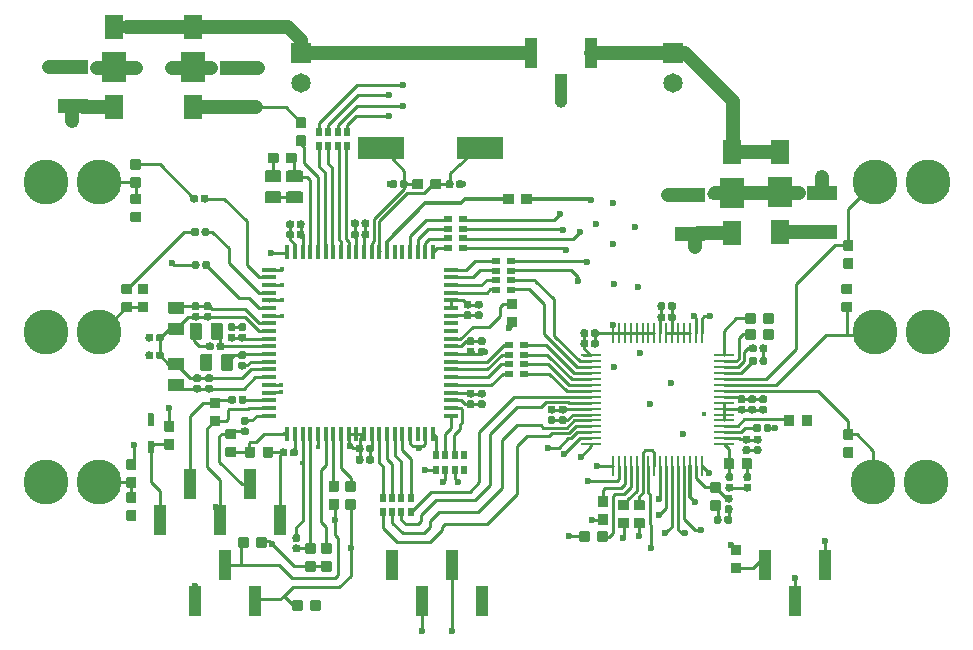
<source format=gtl>
%TF.GenerationSoftware,KiCad,Pcbnew,(5.0.0-rc2-dev-279-g5b653c0c1)*%
%TF.CreationDate,2018-07-19T10:29:47+12:00*%
%TF.ProjectId,veb,7665622E6B696361645F706362000000,0.1*%
%TF.SameCoordinates,Original*%
%TF.FileFunction,Copper,L1,Top,Signal*%
%TF.FilePolarity,Positive*%
%FSLAX46Y46*%
G04 Gerber Fmt 4.6, Leading zero omitted, Abs format (unit mm)*
G04 Created by KiCad (PCBNEW (5.0.0-rc2-dev-279-g5b653c0c1)) date 07/19/18 10:29:47*
%MOMM*%
%LPD*%
G01*
G04 APERTURE LIST*
%ADD10R,0.400000X1.200000*%
%ADD11R,1.200000X0.400000*%
%ADD12C,3.810000*%
%ADD13C,0.100000*%
%ADD14C,0.635000*%
%ADD15C,1.016000*%
%ADD16R,2.500000X1.200000*%
%ADD17R,1.651000X1.651000*%
%ADD18C,1.651000*%
%ADD19R,0.500000X1.100000*%
%ADD20R,1.600000X2.000000*%
%ADD21R,2.000000X2.600000*%
%ADD22R,1.000000X2.500000*%
%ADD23R,4.010000X1.930400*%
%ADD24C,0.889000*%
%ADD25R,0.279400X1.663700*%
%ADD26R,1.663700X0.279400*%
%ADD27R,0.500000X0.650000*%
%ADD28R,0.650000X0.500000*%
%ADD29C,0.400000*%
%ADD30C,0.450000*%
%ADD31C,1.000000*%
%ADD32C,0.600000*%
%ADD33C,0.250000*%
%ADD34C,1.200000*%
%ADD35C,0.300000*%
%ADD36C,1.000000*%
G04 APERTURE END LIST*
D10*
X144046100Y-113968600D03*
X143396100Y-113968600D03*
X142746100Y-113968600D03*
X142096100Y-113968600D03*
X141446100Y-113968600D03*
X140796100Y-113968600D03*
X140146100Y-113968600D03*
X139496100Y-113968600D03*
X138846100Y-113968600D03*
X138196100Y-113968600D03*
X137546100Y-113968600D03*
X136896100Y-113968600D03*
X136246100Y-113968600D03*
X135596100Y-113968600D03*
X134946100Y-113968600D03*
X134296100Y-113968600D03*
X133646100Y-113968600D03*
X132996100Y-113968600D03*
X132346100Y-113968600D03*
X131696100Y-113968600D03*
D11*
X130171100Y-112443600D03*
X130171100Y-111793600D03*
X130171100Y-111143600D03*
X130171100Y-110493600D03*
X130171100Y-109843600D03*
X130171100Y-109193600D03*
X130171100Y-108543600D03*
X130171100Y-107893600D03*
X130171100Y-107243600D03*
X130171100Y-106593600D03*
X130171100Y-105943600D03*
X130171100Y-105293600D03*
X130171100Y-104643600D03*
X130171100Y-103993600D03*
X130171100Y-103343600D03*
X130171100Y-102693600D03*
X130171100Y-102043600D03*
X130171100Y-101393600D03*
X130171100Y-100743600D03*
X130171100Y-100093600D03*
D10*
X131696100Y-98568600D03*
X132346100Y-98568600D03*
X132996100Y-98568600D03*
X133646100Y-98568600D03*
X134296100Y-98568600D03*
X134946100Y-98568600D03*
X135596100Y-98568600D03*
X136246100Y-98568600D03*
X136896100Y-98568600D03*
X137546100Y-98568600D03*
X138196100Y-98568600D03*
X138846100Y-98568600D03*
X139496100Y-98568600D03*
X140146100Y-98568600D03*
X140796100Y-98568600D03*
X141446100Y-98568600D03*
X142096100Y-98568600D03*
X142746100Y-98568600D03*
X143396100Y-98568600D03*
X144046100Y-98568600D03*
D11*
X145571100Y-100093600D03*
X145571100Y-100743600D03*
X145571100Y-101393600D03*
X145571100Y-102043600D03*
X145571100Y-102693600D03*
X145571100Y-103343600D03*
X145571100Y-103993600D03*
X145571100Y-104643600D03*
X145571100Y-105293600D03*
X145571100Y-105943600D03*
X145571100Y-106593600D03*
X145571100Y-107243600D03*
X145571100Y-107893600D03*
X145571100Y-108543600D03*
X145571100Y-109193600D03*
X145571100Y-109843600D03*
X145571100Y-110493600D03*
X145571100Y-111143600D03*
X145571100Y-111793600D03*
X145571100Y-112443600D03*
D12*
X115752000Y-92710000D03*
X111252000Y-92710000D03*
X115752000Y-105410000D03*
X111252000Y-105410000D03*
X115752000Y-118110000D03*
X111252000Y-118110000D03*
X181428000Y-92710000D03*
X185928000Y-92710000D03*
X181428000Y-105410000D03*
X185928000Y-105410000D03*
X181326000Y-118110000D03*
X185826000Y-118110000D03*
D13*
G36*
X147141785Y-103634114D02*
X147157196Y-103636400D01*
X147172308Y-103640186D01*
X147186976Y-103645434D01*
X147201059Y-103652095D01*
X147214422Y-103660104D01*
X147226935Y-103669385D01*
X147238478Y-103679847D01*
X147248940Y-103691390D01*
X147258221Y-103703903D01*
X147266230Y-103717266D01*
X147272891Y-103731349D01*
X147278139Y-103746017D01*
X147281925Y-103761129D01*
X147284211Y-103776540D01*
X147284975Y-103792100D01*
X147284975Y-104109600D01*
X147284211Y-104125160D01*
X147281925Y-104140571D01*
X147278139Y-104155683D01*
X147272891Y-104170351D01*
X147266230Y-104184434D01*
X147258221Y-104197797D01*
X147248940Y-104210310D01*
X147238478Y-104221853D01*
X147226935Y-104232315D01*
X147214422Y-104241596D01*
X147201059Y-104249605D01*
X147186976Y-104256266D01*
X147172308Y-104261514D01*
X147157196Y-104265300D01*
X147141785Y-104267586D01*
X147126225Y-104268350D01*
X146808725Y-104268350D01*
X146793165Y-104267586D01*
X146777754Y-104265300D01*
X146762642Y-104261514D01*
X146747974Y-104256266D01*
X146733891Y-104249605D01*
X146720528Y-104241596D01*
X146708015Y-104232315D01*
X146696472Y-104221853D01*
X146686010Y-104210310D01*
X146676729Y-104197797D01*
X146668720Y-104184434D01*
X146662059Y-104170351D01*
X146656811Y-104155683D01*
X146653025Y-104140571D01*
X146650739Y-104125160D01*
X146649975Y-104109600D01*
X146649975Y-103792100D01*
X146650739Y-103776540D01*
X146653025Y-103761129D01*
X146656811Y-103746017D01*
X146662059Y-103731349D01*
X146668720Y-103717266D01*
X146676729Y-103703903D01*
X146686010Y-103691390D01*
X146696472Y-103679847D01*
X146708015Y-103669385D01*
X146720528Y-103660104D01*
X146733891Y-103652095D01*
X146747974Y-103645434D01*
X146762642Y-103640186D01*
X146777754Y-103636400D01*
X146793165Y-103634114D01*
X146808725Y-103633350D01*
X147126225Y-103633350D01*
X147141785Y-103634114D01*
X147141785Y-103634114D01*
G37*
D14*
X146967475Y-103950850D03*
D13*
G36*
X147141785Y-102745114D02*
X147157196Y-102747400D01*
X147172308Y-102751186D01*
X147186976Y-102756434D01*
X147201059Y-102763095D01*
X147214422Y-102771104D01*
X147226935Y-102780385D01*
X147238478Y-102790847D01*
X147248940Y-102802390D01*
X147258221Y-102814903D01*
X147266230Y-102828266D01*
X147272891Y-102842349D01*
X147278139Y-102857017D01*
X147281925Y-102872129D01*
X147284211Y-102887540D01*
X147284975Y-102903100D01*
X147284975Y-103220600D01*
X147284211Y-103236160D01*
X147281925Y-103251571D01*
X147278139Y-103266683D01*
X147272891Y-103281351D01*
X147266230Y-103295434D01*
X147258221Y-103308797D01*
X147248940Y-103321310D01*
X147238478Y-103332853D01*
X147226935Y-103343315D01*
X147214422Y-103352596D01*
X147201059Y-103360605D01*
X147186976Y-103367266D01*
X147172308Y-103372514D01*
X147157196Y-103376300D01*
X147141785Y-103378586D01*
X147126225Y-103379350D01*
X146808725Y-103379350D01*
X146793165Y-103378586D01*
X146777754Y-103376300D01*
X146762642Y-103372514D01*
X146747974Y-103367266D01*
X146733891Y-103360605D01*
X146720528Y-103352596D01*
X146708015Y-103343315D01*
X146696472Y-103332853D01*
X146686010Y-103321310D01*
X146676729Y-103308797D01*
X146668720Y-103295434D01*
X146662059Y-103281351D01*
X146656811Y-103266683D01*
X146653025Y-103251571D01*
X146650739Y-103236160D01*
X146649975Y-103220600D01*
X146649975Y-102903100D01*
X146650739Y-102887540D01*
X146653025Y-102872129D01*
X146656811Y-102857017D01*
X146662059Y-102842349D01*
X146668720Y-102828266D01*
X146676729Y-102814903D01*
X146686010Y-102802390D01*
X146696472Y-102790847D01*
X146708015Y-102780385D01*
X146720528Y-102771104D01*
X146733891Y-102763095D01*
X146747974Y-102756434D01*
X146762642Y-102751186D01*
X146777754Y-102747400D01*
X146793165Y-102745114D01*
X146808725Y-102744350D01*
X147126225Y-102744350D01*
X147141785Y-102745114D01*
X147141785Y-102745114D01*
G37*
D14*
X146967475Y-103061850D03*
D13*
G36*
X147395785Y-106713864D02*
X147411196Y-106716150D01*
X147426308Y-106719936D01*
X147440976Y-106725184D01*
X147455059Y-106731845D01*
X147468422Y-106739854D01*
X147480935Y-106749135D01*
X147492478Y-106759597D01*
X147502940Y-106771140D01*
X147512221Y-106783653D01*
X147520230Y-106797016D01*
X147526891Y-106811099D01*
X147532139Y-106825767D01*
X147535925Y-106840879D01*
X147538211Y-106856290D01*
X147538975Y-106871850D01*
X147538975Y-107189350D01*
X147538211Y-107204910D01*
X147535925Y-107220321D01*
X147532139Y-107235433D01*
X147526891Y-107250101D01*
X147520230Y-107264184D01*
X147512221Y-107277547D01*
X147502940Y-107290060D01*
X147492478Y-107301603D01*
X147480935Y-107312065D01*
X147468422Y-107321346D01*
X147455059Y-107329355D01*
X147440976Y-107336016D01*
X147426308Y-107341264D01*
X147411196Y-107345050D01*
X147395785Y-107347336D01*
X147380225Y-107348100D01*
X147062725Y-107348100D01*
X147047165Y-107347336D01*
X147031754Y-107345050D01*
X147016642Y-107341264D01*
X147001974Y-107336016D01*
X146987891Y-107329355D01*
X146974528Y-107321346D01*
X146962015Y-107312065D01*
X146950472Y-107301603D01*
X146940010Y-107290060D01*
X146930729Y-107277547D01*
X146922720Y-107264184D01*
X146916059Y-107250101D01*
X146910811Y-107235433D01*
X146907025Y-107220321D01*
X146904739Y-107204910D01*
X146903975Y-107189350D01*
X146903975Y-106871850D01*
X146904739Y-106856290D01*
X146907025Y-106840879D01*
X146910811Y-106825767D01*
X146916059Y-106811099D01*
X146922720Y-106797016D01*
X146930729Y-106783653D01*
X146940010Y-106771140D01*
X146950472Y-106759597D01*
X146962015Y-106749135D01*
X146974528Y-106739854D01*
X146987891Y-106731845D01*
X147001974Y-106725184D01*
X147016642Y-106719936D01*
X147031754Y-106716150D01*
X147047165Y-106713864D01*
X147062725Y-106713100D01*
X147380225Y-106713100D01*
X147395785Y-106713864D01*
X147395785Y-106713864D01*
G37*
D14*
X147221475Y-107030600D03*
D13*
G36*
X147395785Y-105824864D02*
X147411196Y-105827150D01*
X147426308Y-105830936D01*
X147440976Y-105836184D01*
X147455059Y-105842845D01*
X147468422Y-105850854D01*
X147480935Y-105860135D01*
X147492478Y-105870597D01*
X147502940Y-105882140D01*
X147512221Y-105894653D01*
X147520230Y-105908016D01*
X147526891Y-105922099D01*
X147532139Y-105936767D01*
X147535925Y-105951879D01*
X147538211Y-105967290D01*
X147538975Y-105982850D01*
X147538975Y-106300350D01*
X147538211Y-106315910D01*
X147535925Y-106331321D01*
X147532139Y-106346433D01*
X147526891Y-106361101D01*
X147520230Y-106375184D01*
X147512221Y-106388547D01*
X147502940Y-106401060D01*
X147492478Y-106412603D01*
X147480935Y-106423065D01*
X147468422Y-106432346D01*
X147455059Y-106440355D01*
X147440976Y-106447016D01*
X147426308Y-106452264D01*
X147411196Y-106456050D01*
X147395785Y-106458336D01*
X147380225Y-106459100D01*
X147062725Y-106459100D01*
X147047165Y-106458336D01*
X147031754Y-106456050D01*
X147016642Y-106452264D01*
X147001974Y-106447016D01*
X146987891Y-106440355D01*
X146974528Y-106432346D01*
X146962015Y-106423065D01*
X146950472Y-106412603D01*
X146940010Y-106401060D01*
X146930729Y-106388547D01*
X146922720Y-106375184D01*
X146916059Y-106361101D01*
X146910811Y-106346433D01*
X146907025Y-106331321D01*
X146904739Y-106315910D01*
X146903975Y-106300350D01*
X146903975Y-105982850D01*
X146904739Y-105967290D01*
X146907025Y-105951879D01*
X146910811Y-105936767D01*
X146916059Y-105922099D01*
X146922720Y-105908016D01*
X146930729Y-105894653D01*
X146940010Y-105882140D01*
X146950472Y-105870597D01*
X146962015Y-105860135D01*
X146974528Y-105850854D01*
X146987891Y-105842845D01*
X147001974Y-105836184D01*
X147016642Y-105830936D01*
X147031754Y-105827150D01*
X147047165Y-105824864D01*
X147062725Y-105824100D01*
X147380225Y-105824100D01*
X147395785Y-105824864D01*
X147395785Y-105824864D01*
G37*
D14*
X147221475Y-106141600D03*
D13*
G36*
X148348285Y-106713864D02*
X148363696Y-106716150D01*
X148378808Y-106719936D01*
X148393476Y-106725184D01*
X148407559Y-106731845D01*
X148420922Y-106739854D01*
X148433435Y-106749135D01*
X148444978Y-106759597D01*
X148455440Y-106771140D01*
X148464721Y-106783653D01*
X148472730Y-106797016D01*
X148479391Y-106811099D01*
X148484639Y-106825767D01*
X148488425Y-106840879D01*
X148490711Y-106856290D01*
X148491475Y-106871850D01*
X148491475Y-107189350D01*
X148490711Y-107204910D01*
X148488425Y-107220321D01*
X148484639Y-107235433D01*
X148479391Y-107250101D01*
X148472730Y-107264184D01*
X148464721Y-107277547D01*
X148455440Y-107290060D01*
X148444978Y-107301603D01*
X148433435Y-107312065D01*
X148420922Y-107321346D01*
X148407559Y-107329355D01*
X148393476Y-107336016D01*
X148378808Y-107341264D01*
X148363696Y-107345050D01*
X148348285Y-107347336D01*
X148332725Y-107348100D01*
X148015225Y-107348100D01*
X147999665Y-107347336D01*
X147984254Y-107345050D01*
X147969142Y-107341264D01*
X147954474Y-107336016D01*
X147940391Y-107329355D01*
X147927028Y-107321346D01*
X147914515Y-107312065D01*
X147902972Y-107301603D01*
X147892510Y-107290060D01*
X147883229Y-107277547D01*
X147875220Y-107264184D01*
X147868559Y-107250101D01*
X147863311Y-107235433D01*
X147859525Y-107220321D01*
X147857239Y-107204910D01*
X147856475Y-107189350D01*
X147856475Y-106871850D01*
X147857239Y-106856290D01*
X147859525Y-106840879D01*
X147863311Y-106825767D01*
X147868559Y-106811099D01*
X147875220Y-106797016D01*
X147883229Y-106783653D01*
X147892510Y-106771140D01*
X147902972Y-106759597D01*
X147914515Y-106749135D01*
X147927028Y-106739854D01*
X147940391Y-106731845D01*
X147954474Y-106725184D01*
X147969142Y-106719936D01*
X147984254Y-106716150D01*
X147999665Y-106713864D01*
X148015225Y-106713100D01*
X148332725Y-106713100D01*
X148348285Y-106713864D01*
X148348285Y-106713864D01*
G37*
D14*
X148173975Y-107030600D03*
D13*
G36*
X148348285Y-105824864D02*
X148363696Y-105827150D01*
X148378808Y-105830936D01*
X148393476Y-105836184D01*
X148407559Y-105842845D01*
X148420922Y-105850854D01*
X148433435Y-105860135D01*
X148444978Y-105870597D01*
X148455440Y-105882140D01*
X148464721Y-105894653D01*
X148472730Y-105908016D01*
X148479391Y-105922099D01*
X148484639Y-105936767D01*
X148488425Y-105951879D01*
X148490711Y-105967290D01*
X148491475Y-105982850D01*
X148491475Y-106300350D01*
X148490711Y-106315910D01*
X148488425Y-106331321D01*
X148484639Y-106346433D01*
X148479391Y-106361101D01*
X148472730Y-106375184D01*
X148464721Y-106388547D01*
X148455440Y-106401060D01*
X148444978Y-106412603D01*
X148433435Y-106423065D01*
X148420922Y-106432346D01*
X148407559Y-106440355D01*
X148393476Y-106447016D01*
X148378808Y-106452264D01*
X148363696Y-106456050D01*
X148348285Y-106458336D01*
X148332725Y-106459100D01*
X148015225Y-106459100D01*
X147999665Y-106458336D01*
X147984254Y-106456050D01*
X147969142Y-106452264D01*
X147954474Y-106447016D01*
X147940391Y-106440355D01*
X147927028Y-106432346D01*
X147914515Y-106423065D01*
X147902972Y-106412603D01*
X147892510Y-106401060D01*
X147883229Y-106388547D01*
X147875220Y-106375184D01*
X147868559Y-106361101D01*
X147863311Y-106346433D01*
X147859525Y-106331321D01*
X147857239Y-106315910D01*
X147856475Y-106300350D01*
X147856475Y-105982850D01*
X147857239Y-105967290D01*
X147859525Y-105951879D01*
X147863311Y-105936767D01*
X147868559Y-105922099D01*
X147875220Y-105908016D01*
X147883229Y-105894653D01*
X147892510Y-105882140D01*
X147902972Y-105870597D01*
X147914515Y-105860135D01*
X147927028Y-105850854D01*
X147940391Y-105842845D01*
X147954474Y-105836184D01*
X147969142Y-105830936D01*
X147984254Y-105827150D01*
X147999665Y-105824864D01*
X148015225Y-105824100D01*
X148332725Y-105824100D01*
X148348285Y-105824864D01*
X148348285Y-105824864D01*
G37*
D14*
X148173975Y-106141600D03*
D13*
G36*
X147395785Y-111158864D02*
X147411196Y-111161150D01*
X147426308Y-111164936D01*
X147440976Y-111170184D01*
X147455059Y-111176845D01*
X147468422Y-111184854D01*
X147480935Y-111194135D01*
X147492478Y-111204597D01*
X147502940Y-111216140D01*
X147512221Y-111228653D01*
X147520230Y-111242016D01*
X147526891Y-111256099D01*
X147532139Y-111270767D01*
X147535925Y-111285879D01*
X147538211Y-111301290D01*
X147538975Y-111316850D01*
X147538975Y-111634350D01*
X147538211Y-111649910D01*
X147535925Y-111665321D01*
X147532139Y-111680433D01*
X147526891Y-111695101D01*
X147520230Y-111709184D01*
X147512221Y-111722547D01*
X147502940Y-111735060D01*
X147492478Y-111746603D01*
X147480935Y-111757065D01*
X147468422Y-111766346D01*
X147455059Y-111774355D01*
X147440976Y-111781016D01*
X147426308Y-111786264D01*
X147411196Y-111790050D01*
X147395785Y-111792336D01*
X147380225Y-111793100D01*
X147062725Y-111793100D01*
X147047165Y-111792336D01*
X147031754Y-111790050D01*
X147016642Y-111786264D01*
X147001974Y-111781016D01*
X146987891Y-111774355D01*
X146974528Y-111766346D01*
X146962015Y-111757065D01*
X146950472Y-111746603D01*
X146940010Y-111735060D01*
X146930729Y-111722547D01*
X146922720Y-111709184D01*
X146916059Y-111695101D01*
X146910811Y-111680433D01*
X146907025Y-111665321D01*
X146904739Y-111649910D01*
X146903975Y-111634350D01*
X146903975Y-111316850D01*
X146904739Y-111301290D01*
X146907025Y-111285879D01*
X146910811Y-111270767D01*
X146916059Y-111256099D01*
X146922720Y-111242016D01*
X146930729Y-111228653D01*
X146940010Y-111216140D01*
X146950472Y-111204597D01*
X146962015Y-111194135D01*
X146974528Y-111184854D01*
X146987891Y-111176845D01*
X147001974Y-111170184D01*
X147016642Y-111164936D01*
X147031754Y-111161150D01*
X147047165Y-111158864D01*
X147062725Y-111158100D01*
X147380225Y-111158100D01*
X147395785Y-111158864D01*
X147395785Y-111158864D01*
G37*
D14*
X147221475Y-111475600D03*
D13*
G36*
X147395785Y-110269864D02*
X147411196Y-110272150D01*
X147426308Y-110275936D01*
X147440976Y-110281184D01*
X147455059Y-110287845D01*
X147468422Y-110295854D01*
X147480935Y-110305135D01*
X147492478Y-110315597D01*
X147502940Y-110327140D01*
X147512221Y-110339653D01*
X147520230Y-110353016D01*
X147526891Y-110367099D01*
X147532139Y-110381767D01*
X147535925Y-110396879D01*
X147538211Y-110412290D01*
X147538975Y-110427850D01*
X147538975Y-110745350D01*
X147538211Y-110760910D01*
X147535925Y-110776321D01*
X147532139Y-110791433D01*
X147526891Y-110806101D01*
X147520230Y-110820184D01*
X147512221Y-110833547D01*
X147502940Y-110846060D01*
X147492478Y-110857603D01*
X147480935Y-110868065D01*
X147468422Y-110877346D01*
X147455059Y-110885355D01*
X147440976Y-110892016D01*
X147426308Y-110897264D01*
X147411196Y-110901050D01*
X147395785Y-110903336D01*
X147380225Y-110904100D01*
X147062725Y-110904100D01*
X147047165Y-110903336D01*
X147031754Y-110901050D01*
X147016642Y-110897264D01*
X147001974Y-110892016D01*
X146987891Y-110885355D01*
X146974528Y-110877346D01*
X146962015Y-110868065D01*
X146950472Y-110857603D01*
X146940010Y-110846060D01*
X146930729Y-110833547D01*
X146922720Y-110820184D01*
X146916059Y-110806101D01*
X146910811Y-110791433D01*
X146907025Y-110776321D01*
X146904739Y-110760910D01*
X146903975Y-110745350D01*
X146903975Y-110427850D01*
X146904739Y-110412290D01*
X146907025Y-110396879D01*
X146910811Y-110381767D01*
X146916059Y-110367099D01*
X146922720Y-110353016D01*
X146930729Y-110339653D01*
X146940010Y-110327140D01*
X146950472Y-110315597D01*
X146962015Y-110305135D01*
X146974528Y-110295854D01*
X146987891Y-110287845D01*
X147001974Y-110281184D01*
X147016642Y-110275936D01*
X147031754Y-110272150D01*
X147047165Y-110269864D01*
X147062725Y-110269100D01*
X147380225Y-110269100D01*
X147395785Y-110269864D01*
X147395785Y-110269864D01*
G37*
D14*
X147221475Y-110586600D03*
D13*
G36*
X148348285Y-111158864D02*
X148363696Y-111161150D01*
X148378808Y-111164936D01*
X148393476Y-111170184D01*
X148407559Y-111176845D01*
X148420922Y-111184854D01*
X148433435Y-111194135D01*
X148444978Y-111204597D01*
X148455440Y-111216140D01*
X148464721Y-111228653D01*
X148472730Y-111242016D01*
X148479391Y-111256099D01*
X148484639Y-111270767D01*
X148488425Y-111285879D01*
X148490711Y-111301290D01*
X148491475Y-111316850D01*
X148491475Y-111634350D01*
X148490711Y-111649910D01*
X148488425Y-111665321D01*
X148484639Y-111680433D01*
X148479391Y-111695101D01*
X148472730Y-111709184D01*
X148464721Y-111722547D01*
X148455440Y-111735060D01*
X148444978Y-111746603D01*
X148433435Y-111757065D01*
X148420922Y-111766346D01*
X148407559Y-111774355D01*
X148393476Y-111781016D01*
X148378808Y-111786264D01*
X148363696Y-111790050D01*
X148348285Y-111792336D01*
X148332725Y-111793100D01*
X148015225Y-111793100D01*
X147999665Y-111792336D01*
X147984254Y-111790050D01*
X147969142Y-111786264D01*
X147954474Y-111781016D01*
X147940391Y-111774355D01*
X147927028Y-111766346D01*
X147914515Y-111757065D01*
X147902972Y-111746603D01*
X147892510Y-111735060D01*
X147883229Y-111722547D01*
X147875220Y-111709184D01*
X147868559Y-111695101D01*
X147863311Y-111680433D01*
X147859525Y-111665321D01*
X147857239Y-111649910D01*
X147856475Y-111634350D01*
X147856475Y-111316850D01*
X147857239Y-111301290D01*
X147859525Y-111285879D01*
X147863311Y-111270767D01*
X147868559Y-111256099D01*
X147875220Y-111242016D01*
X147883229Y-111228653D01*
X147892510Y-111216140D01*
X147902972Y-111204597D01*
X147914515Y-111194135D01*
X147927028Y-111184854D01*
X147940391Y-111176845D01*
X147954474Y-111170184D01*
X147969142Y-111164936D01*
X147984254Y-111161150D01*
X147999665Y-111158864D01*
X148015225Y-111158100D01*
X148332725Y-111158100D01*
X148348285Y-111158864D01*
X148348285Y-111158864D01*
G37*
D14*
X148173975Y-111475600D03*
D13*
G36*
X148348285Y-110269864D02*
X148363696Y-110272150D01*
X148378808Y-110275936D01*
X148393476Y-110281184D01*
X148407559Y-110287845D01*
X148420922Y-110295854D01*
X148433435Y-110305135D01*
X148444978Y-110315597D01*
X148455440Y-110327140D01*
X148464721Y-110339653D01*
X148472730Y-110353016D01*
X148479391Y-110367099D01*
X148484639Y-110381767D01*
X148488425Y-110396879D01*
X148490711Y-110412290D01*
X148491475Y-110427850D01*
X148491475Y-110745350D01*
X148490711Y-110760910D01*
X148488425Y-110776321D01*
X148484639Y-110791433D01*
X148479391Y-110806101D01*
X148472730Y-110820184D01*
X148464721Y-110833547D01*
X148455440Y-110846060D01*
X148444978Y-110857603D01*
X148433435Y-110868065D01*
X148420922Y-110877346D01*
X148407559Y-110885355D01*
X148393476Y-110892016D01*
X148378808Y-110897264D01*
X148363696Y-110901050D01*
X148348285Y-110903336D01*
X148332725Y-110904100D01*
X148015225Y-110904100D01*
X147999665Y-110903336D01*
X147984254Y-110901050D01*
X147969142Y-110897264D01*
X147954474Y-110892016D01*
X147940391Y-110885355D01*
X147927028Y-110877346D01*
X147914515Y-110868065D01*
X147902972Y-110857603D01*
X147892510Y-110846060D01*
X147883229Y-110833547D01*
X147875220Y-110820184D01*
X147868559Y-110806101D01*
X147863311Y-110791433D01*
X147859525Y-110776321D01*
X147857239Y-110760910D01*
X147856475Y-110745350D01*
X147856475Y-110427850D01*
X147857239Y-110412290D01*
X147859525Y-110396879D01*
X147863311Y-110381767D01*
X147868559Y-110367099D01*
X147875220Y-110353016D01*
X147883229Y-110339653D01*
X147892510Y-110327140D01*
X147902972Y-110315597D01*
X147914515Y-110305135D01*
X147927028Y-110295854D01*
X147940391Y-110287845D01*
X147954474Y-110281184D01*
X147969142Y-110275936D01*
X147984254Y-110272150D01*
X147999665Y-110269864D01*
X148015225Y-110269100D01*
X148332725Y-110269100D01*
X148348285Y-110269864D01*
X148348285Y-110269864D01*
G37*
D14*
X148173975Y-110586600D03*
D13*
G36*
X138489910Y-96807864D02*
X138505321Y-96810150D01*
X138520433Y-96813936D01*
X138535101Y-96819184D01*
X138549184Y-96825845D01*
X138562547Y-96833854D01*
X138575060Y-96843135D01*
X138586603Y-96853597D01*
X138597065Y-96865140D01*
X138606346Y-96877653D01*
X138614355Y-96891016D01*
X138621016Y-96905099D01*
X138626264Y-96919767D01*
X138630050Y-96934879D01*
X138632336Y-96950290D01*
X138633100Y-96965850D01*
X138633100Y-97283350D01*
X138632336Y-97298910D01*
X138630050Y-97314321D01*
X138626264Y-97329433D01*
X138621016Y-97344101D01*
X138614355Y-97358184D01*
X138606346Y-97371547D01*
X138597065Y-97384060D01*
X138586603Y-97395603D01*
X138575060Y-97406065D01*
X138562547Y-97415346D01*
X138549184Y-97423355D01*
X138535101Y-97430016D01*
X138520433Y-97435264D01*
X138505321Y-97439050D01*
X138489910Y-97441336D01*
X138474350Y-97442100D01*
X138156850Y-97442100D01*
X138141290Y-97441336D01*
X138125879Y-97439050D01*
X138110767Y-97435264D01*
X138096099Y-97430016D01*
X138082016Y-97423355D01*
X138068653Y-97415346D01*
X138056140Y-97406065D01*
X138044597Y-97395603D01*
X138034135Y-97384060D01*
X138024854Y-97371547D01*
X138016845Y-97358184D01*
X138010184Y-97344101D01*
X138004936Y-97329433D01*
X138001150Y-97314321D01*
X137998864Y-97298910D01*
X137998100Y-97283350D01*
X137998100Y-96965850D01*
X137998864Y-96950290D01*
X138001150Y-96934879D01*
X138004936Y-96919767D01*
X138010184Y-96905099D01*
X138016845Y-96891016D01*
X138024854Y-96877653D01*
X138034135Y-96865140D01*
X138044597Y-96853597D01*
X138056140Y-96843135D01*
X138068653Y-96833854D01*
X138082016Y-96825845D01*
X138096099Y-96819184D01*
X138110767Y-96813936D01*
X138125879Y-96810150D01*
X138141290Y-96807864D01*
X138156850Y-96807100D01*
X138474350Y-96807100D01*
X138489910Y-96807864D01*
X138489910Y-96807864D01*
G37*
D14*
X138315600Y-97124600D03*
D13*
G36*
X137600910Y-96807864D02*
X137616321Y-96810150D01*
X137631433Y-96813936D01*
X137646101Y-96819184D01*
X137660184Y-96825845D01*
X137673547Y-96833854D01*
X137686060Y-96843135D01*
X137697603Y-96853597D01*
X137708065Y-96865140D01*
X137717346Y-96877653D01*
X137725355Y-96891016D01*
X137732016Y-96905099D01*
X137737264Y-96919767D01*
X137741050Y-96934879D01*
X137743336Y-96950290D01*
X137744100Y-96965850D01*
X137744100Y-97283350D01*
X137743336Y-97298910D01*
X137741050Y-97314321D01*
X137737264Y-97329433D01*
X137732016Y-97344101D01*
X137725355Y-97358184D01*
X137717346Y-97371547D01*
X137708065Y-97384060D01*
X137697603Y-97395603D01*
X137686060Y-97406065D01*
X137673547Y-97415346D01*
X137660184Y-97423355D01*
X137646101Y-97430016D01*
X137631433Y-97435264D01*
X137616321Y-97439050D01*
X137600910Y-97441336D01*
X137585350Y-97442100D01*
X137267850Y-97442100D01*
X137252290Y-97441336D01*
X137236879Y-97439050D01*
X137221767Y-97435264D01*
X137207099Y-97430016D01*
X137193016Y-97423355D01*
X137179653Y-97415346D01*
X137167140Y-97406065D01*
X137155597Y-97395603D01*
X137145135Y-97384060D01*
X137135854Y-97371547D01*
X137127845Y-97358184D01*
X137121184Y-97344101D01*
X137115936Y-97329433D01*
X137112150Y-97314321D01*
X137109864Y-97298910D01*
X137109100Y-97283350D01*
X137109100Y-96965850D01*
X137109864Y-96950290D01*
X137112150Y-96934879D01*
X137115936Y-96919767D01*
X137121184Y-96905099D01*
X137127845Y-96891016D01*
X137135854Y-96877653D01*
X137145135Y-96865140D01*
X137155597Y-96853597D01*
X137167140Y-96843135D01*
X137179653Y-96833854D01*
X137193016Y-96825845D01*
X137207099Y-96819184D01*
X137221767Y-96813936D01*
X137236879Y-96810150D01*
X137252290Y-96807864D01*
X137267850Y-96807100D01*
X137585350Y-96807100D01*
X137600910Y-96807864D01*
X137600910Y-96807864D01*
G37*
D14*
X137426600Y-97124600D03*
D13*
G36*
X138489910Y-95855364D02*
X138505321Y-95857650D01*
X138520433Y-95861436D01*
X138535101Y-95866684D01*
X138549184Y-95873345D01*
X138562547Y-95881354D01*
X138575060Y-95890635D01*
X138586603Y-95901097D01*
X138597065Y-95912640D01*
X138606346Y-95925153D01*
X138614355Y-95938516D01*
X138621016Y-95952599D01*
X138626264Y-95967267D01*
X138630050Y-95982379D01*
X138632336Y-95997790D01*
X138633100Y-96013350D01*
X138633100Y-96330850D01*
X138632336Y-96346410D01*
X138630050Y-96361821D01*
X138626264Y-96376933D01*
X138621016Y-96391601D01*
X138614355Y-96405684D01*
X138606346Y-96419047D01*
X138597065Y-96431560D01*
X138586603Y-96443103D01*
X138575060Y-96453565D01*
X138562547Y-96462846D01*
X138549184Y-96470855D01*
X138535101Y-96477516D01*
X138520433Y-96482764D01*
X138505321Y-96486550D01*
X138489910Y-96488836D01*
X138474350Y-96489600D01*
X138156850Y-96489600D01*
X138141290Y-96488836D01*
X138125879Y-96486550D01*
X138110767Y-96482764D01*
X138096099Y-96477516D01*
X138082016Y-96470855D01*
X138068653Y-96462846D01*
X138056140Y-96453565D01*
X138044597Y-96443103D01*
X138034135Y-96431560D01*
X138024854Y-96419047D01*
X138016845Y-96405684D01*
X138010184Y-96391601D01*
X138004936Y-96376933D01*
X138001150Y-96361821D01*
X137998864Y-96346410D01*
X137998100Y-96330850D01*
X137998100Y-96013350D01*
X137998864Y-95997790D01*
X138001150Y-95982379D01*
X138004936Y-95967267D01*
X138010184Y-95952599D01*
X138016845Y-95938516D01*
X138024854Y-95925153D01*
X138034135Y-95912640D01*
X138044597Y-95901097D01*
X138056140Y-95890635D01*
X138068653Y-95881354D01*
X138082016Y-95873345D01*
X138096099Y-95866684D01*
X138110767Y-95861436D01*
X138125879Y-95857650D01*
X138141290Y-95855364D01*
X138156850Y-95854600D01*
X138474350Y-95854600D01*
X138489910Y-95855364D01*
X138489910Y-95855364D01*
G37*
D14*
X138315600Y-96172100D03*
D13*
G36*
X137600910Y-95855364D02*
X137616321Y-95857650D01*
X137631433Y-95861436D01*
X137646101Y-95866684D01*
X137660184Y-95873345D01*
X137673547Y-95881354D01*
X137686060Y-95890635D01*
X137697603Y-95901097D01*
X137708065Y-95912640D01*
X137717346Y-95925153D01*
X137725355Y-95938516D01*
X137732016Y-95952599D01*
X137737264Y-95967267D01*
X137741050Y-95982379D01*
X137743336Y-95997790D01*
X137744100Y-96013350D01*
X137744100Y-96330850D01*
X137743336Y-96346410D01*
X137741050Y-96361821D01*
X137737264Y-96376933D01*
X137732016Y-96391601D01*
X137725355Y-96405684D01*
X137717346Y-96419047D01*
X137708065Y-96431560D01*
X137697603Y-96443103D01*
X137686060Y-96453565D01*
X137673547Y-96462846D01*
X137660184Y-96470855D01*
X137646101Y-96477516D01*
X137631433Y-96482764D01*
X137616321Y-96486550D01*
X137600910Y-96488836D01*
X137585350Y-96489600D01*
X137267850Y-96489600D01*
X137252290Y-96488836D01*
X137236879Y-96486550D01*
X137221767Y-96482764D01*
X137207099Y-96477516D01*
X137193016Y-96470855D01*
X137179653Y-96462846D01*
X137167140Y-96453565D01*
X137155597Y-96443103D01*
X137145135Y-96431560D01*
X137135854Y-96419047D01*
X137127845Y-96405684D01*
X137121184Y-96391601D01*
X137115936Y-96376933D01*
X137112150Y-96361821D01*
X137109864Y-96346410D01*
X137109100Y-96330850D01*
X137109100Y-96013350D01*
X137109864Y-95997790D01*
X137112150Y-95982379D01*
X137115936Y-95967267D01*
X137121184Y-95952599D01*
X137127845Y-95938516D01*
X137135854Y-95925153D01*
X137145135Y-95912640D01*
X137155597Y-95901097D01*
X137167140Y-95890635D01*
X137179653Y-95881354D01*
X137193016Y-95873345D01*
X137207099Y-95866684D01*
X137221767Y-95861436D01*
X137236879Y-95857650D01*
X137252290Y-95855364D01*
X137267850Y-95854600D01*
X137585350Y-95854600D01*
X137600910Y-95855364D01*
X137600910Y-95855364D01*
G37*
D14*
X137426600Y-96172100D03*
D13*
G36*
X137997785Y-114921239D02*
X138013196Y-114923525D01*
X138028308Y-114927311D01*
X138042976Y-114932559D01*
X138057059Y-114939220D01*
X138070422Y-114947229D01*
X138082935Y-114956510D01*
X138094478Y-114966972D01*
X138104940Y-114978515D01*
X138114221Y-114991028D01*
X138122230Y-115004391D01*
X138128891Y-115018474D01*
X138134139Y-115033142D01*
X138137925Y-115048254D01*
X138140211Y-115063665D01*
X138140975Y-115079225D01*
X138140975Y-115396725D01*
X138140211Y-115412285D01*
X138137925Y-115427696D01*
X138134139Y-115442808D01*
X138128891Y-115457476D01*
X138122230Y-115471559D01*
X138114221Y-115484922D01*
X138104940Y-115497435D01*
X138094478Y-115508978D01*
X138082935Y-115519440D01*
X138070422Y-115528721D01*
X138057059Y-115536730D01*
X138042976Y-115543391D01*
X138028308Y-115548639D01*
X138013196Y-115552425D01*
X137997785Y-115554711D01*
X137982225Y-115555475D01*
X137664725Y-115555475D01*
X137649165Y-115554711D01*
X137633754Y-115552425D01*
X137618642Y-115548639D01*
X137603974Y-115543391D01*
X137589891Y-115536730D01*
X137576528Y-115528721D01*
X137564015Y-115519440D01*
X137552472Y-115508978D01*
X137542010Y-115497435D01*
X137532729Y-115484922D01*
X137524720Y-115471559D01*
X137518059Y-115457476D01*
X137512811Y-115442808D01*
X137509025Y-115427696D01*
X137506739Y-115412285D01*
X137505975Y-115396725D01*
X137505975Y-115079225D01*
X137506739Y-115063665D01*
X137509025Y-115048254D01*
X137512811Y-115033142D01*
X137518059Y-115018474D01*
X137524720Y-115004391D01*
X137532729Y-114991028D01*
X137542010Y-114978515D01*
X137552472Y-114966972D01*
X137564015Y-114956510D01*
X137576528Y-114947229D01*
X137589891Y-114939220D01*
X137603974Y-114932559D01*
X137618642Y-114927311D01*
X137633754Y-114923525D01*
X137649165Y-114921239D01*
X137664725Y-114920475D01*
X137982225Y-114920475D01*
X137997785Y-114921239D01*
X137997785Y-114921239D01*
G37*
D14*
X137823475Y-115237975D03*
D13*
G36*
X138886785Y-114921239D02*
X138902196Y-114923525D01*
X138917308Y-114927311D01*
X138931976Y-114932559D01*
X138946059Y-114939220D01*
X138959422Y-114947229D01*
X138971935Y-114956510D01*
X138983478Y-114966972D01*
X138993940Y-114978515D01*
X139003221Y-114991028D01*
X139011230Y-115004391D01*
X139017891Y-115018474D01*
X139023139Y-115033142D01*
X139026925Y-115048254D01*
X139029211Y-115063665D01*
X139029975Y-115079225D01*
X139029975Y-115396725D01*
X139029211Y-115412285D01*
X139026925Y-115427696D01*
X139023139Y-115442808D01*
X139017891Y-115457476D01*
X139011230Y-115471559D01*
X139003221Y-115484922D01*
X138993940Y-115497435D01*
X138983478Y-115508978D01*
X138971935Y-115519440D01*
X138959422Y-115528721D01*
X138946059Y-115536730D01*
X138931976Y-115543391D01*
X138917308Y-115548639D01*
X138902196Y-115552425D01*
X138886785Y-115554711D01*
X138871225Y-115555475D01*
X138553725Y-115555475D01*
X138538165Y-115554711D01*
X138522754Y-115552425D01*
X138507642Y-115548639D01*
X138492974Y-115543391D01*
X138478891Y-115536730D01*
X138465528Y-115528721D01*
X138453015Y-115519440D01*
X138441472Y-115508978D01*
X138431010Y-115497435D01*
X138421729Y-115484922D01*
X138413720Y-115471559D01*
X138407059Y-115457476D01*
X138401811Y-115442808D01*
X138398025Y-115427696D01*
X138395739Y-115412285D01*
X138394975Y-115396725D01*
X138394975Y-115079225D01*
X138395739Y-115063665D01*
X138398025Y-115048254D01*
X138401811Y-115033142D01*
X138407059Y-115018474D01*
X138413720Y-115004391D01*
X138421729Y-114991028D01*
X138431010Y-114978515D01*
X138441472Y-114966972D01*
X138453015Y-114956510D01*
X138465528Y-114947229D01*
X138478891Y-114939220D01*
X138492974Y-114932559D01*
X138507642Y-114927311D01*
X138522754Y-114923525D01*
X138538165Y-114921239D01*
X138553725Y-114920475D01*
X138871225Y-114920475D01*
X138886785Y-114921239D01*
X138886785Y-114921239D01*
G37*
D14*
X138712475Y-115237975D03*
D13*
G36*
X137997785Y-115873739D02*
X138013196Y-115876025D01*
X138028308Y-115879811D01*
X138042976Y-115885059D01*
X138057059Y-115891720D01*
X138070422Y-115899729D01*
X138082935Y-115909010D01*
X138094478Y-115919472D01*
X138104940Y-115931015D01*
X138114221Y-115943528D01*
X138122230Y-115956891D01*
X138128891Y-115970974D01*
X138134139Y-115985642D01*
X138137925Y-116000754D01*
X138140211Y-116016165D01*
X138140975Y-116031725D01*
X138140975Y-116349225D01*
X138140211Y-116364785D01*
X138137925Y-116380196D01*
X138134139Y-116395308D01*
X138128891Y-116409976D01*
X138122230Y-116424059D01*
X138114221Y-116437422D01*
X138104940Y-116449935D01*
X138094478Y-116461478D01*
X138082935Y-116471940D01*
X138070422Y-116481221D01*
X138057059Y-116489230D01*
X138042976Y-116495891D01*
X138028308Y-116501139D01*
X138013196Y-116504925D01*
X137997785Y-116507211D01*
X137982225Y-116507975D01*
X137664725Y-116507975D01*
X137649165Y-116507211D01*
X137633754Y-116504925D01*
X137618642Y-116501139D01*
X137603974Y-116495891D01*
X137589891Y-116489230D01*
X137576528Y-116481221D01*
X137564015Y-116471940D01*
X137552472Y-116461478D01*
X137542010Y-116449935D01*
X137532729Y-116437422D01*
X137524720Y-116424059D01*
X137518059Y-116409976D01*
X137512811Y-116395308D01*
X137509025Y-116380196D01*
X137506739Y-116364785D01*
X137505975Y-116349225D01*
X137505975Y-116031725D01*
X137506739Y-116016165D01*
X137509025Y-116000754D01*
X137512811Y-115985642D01*
X137518059Y-115970974D01*
X137524720Y-115956891D01*
X137532729Y-115943528D01*
X137542010Y-115931015D01*
X137552472Y-115919472D01*
X137564015Y-115909010D01*
X137576528Y-115899729D01*
X137589891Y-115891720D01*
X137603974Y-115885059D01*
X137618642Y-115879811D01*
X137633754Y-115876025D01*
X137649165Y-115873739D01*
X137664725Y-115872975D01*
X137982225Y-115872975D01*
X137997785Y-115873739D01*
X137997785Y-115873739D01*
G37*
D14*
X137823475Y-116190475D03*
D13*
G36*
X138886785Y-115873739D02*
X138902196Y-115876025D01*
X138917308Y-115879811D01*
X138931976Y-115885059D01*
X138946059Y-115891720D01*
X138959422Y-115899729D01*
X138971935Y-115909010D01*
X138983478Y-115919472D01*
X138993940Y-115931015D01*
X139003221Y-115943528D01*
X139011230Y-115956891D01*
X139017891Y-115970974D01*
X139023139Y-115985642D01*
X139026925Y-116000754D01*
X139029211Y-116016165D01*
X139029975Y-116031725D01*
X139029975Y-116349225D01*
X139029211Y-116364785D01*
X139026925Y-116380196D01*
X139023139Y-116395308D01*
X139017891Y-116409976D01*
X139011230Y-116424059D01*
X139003221Y-116437422D01*
X138993940Y-116449935D01*
X138983478Y-116461478D01*
X138971935Y-116471940D01*
X138959422Y-116481221D01*
X138946059Y-116489230D01*
X138931976Y-116495891D01*
X138917308Y-116501139D01*
X138902196Y-116504925D01*
X138886785Y-116507211D01*
X138871225Y-116507975D01*
X138553725Y-116507975D01*
X138538165Y-116507211D01*
X138522754Y-116504925D01*
X138507642Y-116501139D01*
X138492974Y-116495891D01*
X138478891Y-116489230D01*
X138465528Y-116481221D01*
X138453015Y-116471940D01*
X138441472Y-116461478D01*
X138431010Y-116449935D01*
X138421729Y-116437422D01*
X138413720Y-116424059D01*
X138407059Y-116409976D01*
X138401811Y-116395308D01*
X138398025Y-116380196D01*
X138395739Y-116364785D01*
X138394975Y-116349225D01*
X138394975Y-116031725D01*
X138395739Y-116016165D01*
X138398025Y-116000754D01*
X138401811Y-115985642D01*
X138407059Y-115970974D01*
X138413720Y-115956891D01*
X138421729Y-115943528D01*
X138431010Y-115931015D01*
X138441472Y-115919472D01*
X138453015Y-115909010D01*
X138465528Y-115899729D01*
X138478891Y-115891720D01*
X138492974Y-115885059D01*
X138507642Y-115879811D01*
X138522754Y-115876025D01*
X138538165Y-115873739D01*
X138553725Y-115872975D01*
X138871225Y-115872975D01*
X138886785Y-115873739D01*
X138886785Y-115873739D01*
G37*
D14*
X138712475Y-116190475D03*
D13*
G36*
X133013035Y-96807864D02*
X133028446Y-96810150D01*
X133043558Y-96813936D01*
X133058226Y-96819184D01*
X133072309Y-96825845D01*
X133085672Y-96833854D01*
X133098185Y-96843135D01*
X133109728Y-96853597D01*
X133120190Y-96865140D01*
X133129471Y-96877653D01*
X133137480Y-96891016D01*
X133144141Y-96905099D01*
X133149389Y-96919767D01*
X133153175Y-96934879D01*
X133155461Y-96950290D01*
X133156225Y-96965850D01*
X133156225Y-97283350D01*
X133155461Y-97298910D01*
X133153175Y-97314321D01*
X133149389Y-97329433D01*
X133144141Y-97344101D01*
X133137480Y-97358184D01*
X133129471Y-97371547D01*
X133120190Y-97384060D01*
X133109728Y-97395603D01*
X133098185Y-97406065D01*
X133085672Y-97415346D01*
X133072309Y-97423355D01*
X133058226Y-97430016D01*
X133043558Y-97435264D01*
X133028446Y-97439050D01*
X133013035Y-97441336D01*
X132997475Y-97442100D01*
X132679975Y-97442100D01*
X132664415Y-97441336D01*
X132649004Y-97439050D01*
X132633892Y-97435264D01*
X132619224Y-97430016D01*
X132605141Y-97423355D01*
X132591778Y-97415346D01*
X132579265Y-97406065D01*
X132567722Y-97395603D01*
X132557260Y-97384060D01*
X132547979Y-97371547D01*
X132539970Y-97358184D01*
X132533309Y-97344101D01*
X132528061Y-97329433D01*
X132524275Y-97314321D01*
X132521989Y-97298910D01*
X132521225Y-97283350D01*
X132521225Y-96965850D01*
X132521989Y-96950290D01*
X132524275Y-96934879D01*
X132528061Y-96919767D01*
X132533309Y-96905099D01*
X132539970Y-96891016D01*
X132547979Y-96877653D01*
X132557260Y-96865140D01*
X132567722Y-96853597D01*
X132579265Y-96843135D01*
X132591778Y-96833854D01*
X132605141Y-96825845D01*
X132619224Y-96819184D01*
X132633892Y-96813936D01*
X132649004Y-96810150D01*
X132664415Y-96807864D01*
X132679975Y-96807100D01*
X132997475Y-96807100D01*
X133013035Y-96807864D01*
X133013035Y-96807864D01*
G37*
D14*
X132838725Y-97124600D03*
D13*
G36*
X132124035Y-96807864D02*
X132139446Y-96810150D01*
X132154558Y-96813936D01*
X132169226Y-96819184D01*
X132183309Y-96825845D01*
X132196672Y-96833854D01*
X132209185Y-96843135D01*
X132220728Y-96853597D01*
X132231190Y-96865140D01*
X132240471Y-96877653D01*
X132248480Y-96891016D01*
X132255141Y-96905099D01*
X132260389Y-96919767D01*
X132264175Y-96934879D01*
X132266461Y-96950290D01*
X132267225Y-96965850D01*
X132267225Y-97283350D01*
X132266461Y-97298910D01*
X132264175Y-97314321D01*
X132260389Y-97329433D01*
X132255141Y-97344101D01*
X132248480Y-97358184D01*
X132240471Y-97371547D01*
X132231190Y-97384060D01*
X132220728Y-97395603D01*
X132209185Y-97406065D01*
X132196672Y-97415346D01*
X132183309Y-97423355D01*
X132169226Y-97430016D01*
X132154558Y-97435264D01*
X132139446Y-97439050D01*
X132124035Y-97441336D01*
X132108475Y-97442100D01*
X131790975Y-97442100D01*
X131775415Y-97441336D01*
X131760004Y-97439050D01*
X131744892Y-97435264D01*
X131730224Y-97430016D01*
X131716141Y-97423355D01*
X131702778Y-97415346D01*
X131690265Y-97406065D01*
X131678722Y-97395603D01*
X131668260Y-97384060D01*
X131658979Y-97371547D01*
X131650970Y-97358184D01*
X131644309Y-97344101D01*
X131639061Y-97329433D01*
X131635275Y-97314321D01*
X131632989Y-97298910D01*
X131632225Y-97283350D01*
X131632225Y-96965850D01*
X131632989Y-96950290D01*
X131635275Y-96934879D01*
X131639061Y-96919767D01*
X131644309Y-96905099D01*
X131650970Y-96891016D01*
X131658979Y-96877653D01*
X131668260Y-96865140D01*
X131678722Y-96853597D01*
X131690265Y-96843135D01*
X131702778Y-96833854D01*
X131716141Y-96825845D01*
X131730224Y-96819184D01*
X131744892Y-96813936D01*
X131760004Y-96810150D01*
X131775415Y-96807864D01*
X131790975Y-96807100D01*
X132108475Y-96807100D01*
X132124035Y-96807864D01*
X132124035Y-96807864D01*
G37*
D14*
X131949725Y-97124600D03*
D13*
G36*
X127202785Y-110793739D02*
X127218196Y-110796025D01*
X127233308Y-110799811D01*
X127247976Y-110805059D01*
X127262059Y-110811720D01*
X127275422Y-110819729D01*
X127287935Y-110829010D01*
X127299478Y-110839472D01*
X127309940Y-110851015D01*
X127319221Y-110863528D01*
X127327230Y-110876891D01*
X127333891Y-110890974D01*
X127339139Y-110905642D01*
X127342925Y-110920754D01*
X127345211Y-110936165D01*
X127345975Y-110951725D01*
X127345975Y-111269225D01*
X127345211Y-111284785D01*
X127342925Y-111300196D01*
X127339139Y-111315308D01*
X127333891Y-111329976D01*
X127327230Y-111344059D01*
X127319221Y-111357422D01*
X127309940Y-111369935D01*
X127299478Y-111381478D01*
X127287935Y-111391940D01*
X127275422Y-111401221D01*
X127262059Y-111409230D01*
X127247976Y-111415891D01*
X127233308Y-111421139D01*
X127218196Y-111424925D01*
X127202785Y-111427211D01*
X127187225Y-111427975D01*
X126869725Y-111427975D01*
X126854165Y-111427211D01*
X126838754Y-111424925D01*
X126823642Y-111421139D01*
X126808974Y-111415891D01*
X126794891Y-111409230D01*
X126781528Y-111401221D01*
X126769015Y-111391940D01*
X126757472Y-111381478D01*
X126747010Y-111369935D01*
X126737729Y-111357422D01*
X126729720Y-111344059D01*
X126723059Y-111329976D01*
X126717811Y-111315308D01*
X126714025Y-111300196D01*
X126711739Y-111284785D01*
X126710975Y-111269225D01*
X126710975Y-110951725D01*
X126711739Y-110936165D01*
X126714025Y-110920754D01*
X126717811Y-110905642D01*
X126723059Y-110890974D01*
X126729720Y-110876891D01*
X126737729Y-110863528D01*
X126747010Y-110851015D01*
X126757472Y-110839472D01*
X126769015Y-110829010D01*
X126781528Y-110819729D01*
X126794891Y-110811720D01*
X126808974Y-110805059D01*
X126823642Y-110799811D01*
X126838754Y-110796025D01*
X126854165Y-110793739D01*
X126869725Y-110792975D01*
X127187225Y-110792975D01*
X127202785Y-110793739D01*
X127202785Y-110793739D01*
G37*
D14*
X127028475Y-111110475D03*
D13*
G36*
X128091785Y-110793739D02*
X128107196Y-110796025D01*
X128122308Y-110799811D01*
X128136976Y-110805059D01*
X128151059Y-110811720D01*
X128164422Y-110819729D01*
X128176935Y-110829010D01*
X128188478Y-110839472D01*
X128198940Y-110851015D01*
X128208221Y-110863528D01*
X128216230Y-110876891D01*
X128222891Y-110890974D01*
X128228139Y-110905642D01*
X128231925Y-110920754D01*
X128234211Y-110936165D01*
X128234975Y-110951725D01*
X128234975Y-111269225D01*
X128234211Y-111284785D01*
X128231925Y-111300196D01*
X128228139Y-111315308D01*
X128222891Y-111329976D01*
X128216230Y-111344059D01*
X128208221Y-111357422D01*
X128198940Y-111369935D01*
X128188478Y-111381478D01*
X128176935Y-111391940D01*
X128164422Y-111401221D01*
X128151059Y-111409230D01*
X128136976Y-111415891D01*
X128122308Y-111421139D01*
X128107196Y-111424925D01*
X128091785Y-111427211D01*
X128076225Y-111427975D01*
X127758725Y-111427975D01*
X127743165Y-111427211D01*
X127727754Y-111424925D01*
X127712642Y-111421139D01*
X127697974Y-111415891D01*
X127683891Y-111409230D01*
X127670528Y-111401221D01*
X127658015Y-111391940D01*
X127646472Y-111381478D01*
X127636010Y-111369935D01*
X127626729Y-111357422D01*
X127618720Y-111344059D01*
X127612059Y-111329976D01*
X127606811Y-111315308D01*
X127603025Y-111300196D01*
X127600739Y-111284785D01*
X127599975Y-111269225D01*
X127599975Y-110951725D01*
X127600739Y-110936165D01*
X127603025Y-110920754D01*
X127606811Y-110905642D01*
X127612059Y-110890974D01*
X127618720Y-110876891D01*
X127626729Y-110863528D01*
X127636010Y-110851015D01*
X127646472Y-110839472D01*
X127658015Y-110829010D01*
X127670528Y-110819729D01*
X127683891Y-110811720D01*
X127697974Y-110805059D01*
X127712642Y-110799811D01*
X127727754Y-110796025D01*
X127743165Y-110793739D01*
X127758725Y-110792975D01*
X128076225Y-110792975D01*
X128091785Y-110793739D01*
X128091785Y-110793739D01*
G37*
D14*
X127917475Y-111110475D03*
D13*
G36*
X133013035Y-95934739D02*
X133028446Y-95937025D01*
X133043558Y-95940811D01*
X133058226Y-95946059D01*
X133072309Y-95952720D01*
X133085672Y-95960729D01*
X133098185Y-95970010D01*
X133109728Y-95980472D01*
X133120190Y-95992015D01*
X133129471Y-96004528D01*
X133137480Y-96017891D01*
X133144141Y-96031974D01*
X133149389Y-96046642D01*
X133153175Y-96061754D01*
X133155461Y-96077165D01*
X133156225Y-96092725D01*
X133156225Y-96410225D01*
X133155461Y-96425785D01*
X133153175Y-96441196D01*
X133149389Y-96456308D01*
X133144141Y-96470976D01*
X133137480Y-96485059D01*
X133129471Y-96498422D01*
X133120190Y-96510935D01*
X133109728Y-96522478D01*
X133098185Y-96532940D01*
X133085672Y-96542221D01*
X133072309Y-96550230D01*
X133058226Y-96556891D01*
X133043558Y-96562139D01*
X133028446Y-96565925D01*
X133013035Y-96568211D01*
X132997475Y-96568975D01*
X132679975Y-96568975D01*
X132664415Y-96568211D01*
X132649004Y-96565925D01*
X132633892Y-96562139D01*
X132619224Y-96556891D01*
X132605141Y-96550230D01*
X132591778Y-96542221D01*
X132579265Y-96532940D01*
X132567722Y-96522478D01*
X132557260Y-96510935D01*
X132547979Y-96498422D01*
X132539970Y-96485059D01*
X132533309Y-96470976D01*
X132528061Y-96456308D01*
X132524275Y-96441196D01*
X132521989Y-96425785D01*
X132521225Y-96410225D01*
X132521225Y-96092725D01*
X132521989Y-96077165D01*
X132524275Y-96061754D01*
X132528061Y-96046642D01*
X132533309Y-96031974D01*
X132539970Y-96017891D01*
X132547979Y-96004528D01*
X132557260Y-95992015D01*
X132567722Y-95980472D01*
X132579265Y-95970010D01*
X132591778Y-95960729D01*
X132605141Y-95952720D01*
X132619224Y-95946059D01*
X132633892Y-95940811D01*
X132649004Y-95937025D01*
X132664415Y-95934739D01*
X132679975Y-95933975D01*
X132997475Y-95933975D01*
X133013035Y-95934739D01*
X133013035Y-95934739D01*
G37*
D14*
X132838725Y-96251475D03*
D13*
G36*
X132124035Y-95934739D02*
X132139446Y-95937025D01*
X132154558Y-95940811D01*
X132169226Y-95946059D01*
X132183309Y-95952720D01*
X132196672Y-95960729D01*
X132209185Y-95970010D01*
X132220728Y-95980472D01*
X132231190Y-95992015D01*
X132240471Y-96004528D01*
X132248480Y-96017891D01*
X132255141Y-96031974D01*
X132260389Y-96046642D01*
X132264175Y-96061754D01*
X132266461Y-96077165D01*
X132267225Y-96092725D01*
X132267225Y-96410225D01*
X132266461Y-96425785D01*
X132264175Y-96441196D01*
X132260389Y-96456308D01*
X132255141Y-96470976D01*
X132248480Y-96485059D01*
X132240471Y-96498422D01*
X132231190Y-96510935D01*
X132220728Y-96522478D01*
X132209185Y-96532940D01*
X132196672Y-96542221D01*
X132183309Y-96550230D01*
X132169226Y-96556891D01*
X132154558Y-96562139D01*
X132139446Y-96565925D01*
X132124035Y-96568211D01*
X132108475Y-96568975D01*
X131790975Y-96568975D01*
X131775415Y-96568211D01*
X131760004Y-96565925D01*
X131744892Y-96562139D01*
X131730224Y-96556891D01*
X131716141Y-96550230D01*
X131702778Y-96542221D01*
X131690265Y-96532940D01*
X131678722Y-96522478D01*
X131668260Y-96510935D01*
X131658979Y-96498422D01*
X131650970Y-96485059D01*
X131644309Y-96470976D01*
X131639061Y-96456308D01*
X131635275Y-96441196D01*
X131632989Y-96425785D01*
X131632225Y-96410225D01*
X131632225Y-96092725D01*
X131632989Y-96077165D01*
X131635275Y-96061754D01*
X131639061Y-96046642D01*
X131644309Y-96031974D01*
X131650970Y-96017891D01*
X131658979Y-96004528D01*
X131668260Y-95992015D01*
X131678722Y-95980472D01*
X131690265Y-95970010D01*
X131702778Y-95960729D01*
X131716141Y-95952720D01*
X131730224Y-95946059D01*
X131744892Y-95940811D01*
X131760004Y-95937025D01*
X131775415Y-95934739D01*
X131790975Y-95933975D01*
X132108475Y-95933975D01*
X132124035Y-95934739D01*
X132124035Y-95934739D01*
G37*
D14*
X131949725Y-96251475D03*
D13*
G36*
X172176660Y-110746114D02*
X172192071Y-110748400D01*
X172207183Y-110752186D01*
X172221851Y-110757434D01*
X172235934Y-110764095D01*
X172249297Y-110772104D01*
X172261810Y-110781385D01*
X172273353Y-110791847D01*
X172283815Y-110803390D01*
X172293096Y-110815903D01*
X172301105Y-110829266D01*
X172307766Y-110843349D01*
X172313014Y-110858017D01*
X172316800Y-110873129D01*
X172319086Y-110888540D01*
X172319850Y-110904100D01*
X172319850Y-111221600D01*
X172319086Y-111237160D01*
X172316800Y-111252571D01*
X172313014Y-111267683D01*
X172307766Y-111282351D01*
X172301105Y-111296434D01*
X172293096Y-111309797D01*
X172283815Y-111322310D01*
X172273353Y-111333853D01*
X172261810Y-111344315D01*
X172249297Y-111353596D01*
X172235934Y-111361605D01*
X172221851Y-111368266D01*
X172207183Y-111373514D01*
X172192071Y-111377300D01*
X172176660Y-111379586D01*
X172161100Y-111380350D01*
X171843600Y-111380350D01*
X171828040Y-111379586D01*
X171812629Y-111377300D01*
X171797517Y-111373514D01*
X171782849Y-111368266D01*
X171768766Y-111361605D01*
X171755403Y-111353596D01*
X171742890Y-111344315D01*
X171731347Y-111333853D01*
X171720885Y-111322310D01*
X171711604Y-111309797D01*
X171703595Y-111296434D01*
X171696934Y-111282351D01*
X171691686Y-111267683D01*
X171687900Y-111252571D01*
X171685614Y-111237160D01*
X171684850Y-111221600D01*
X171684850Y-110904100D01*
X171685614Y-110888540D01*
X171687900Y-110873129D01*
X171691686Y-110858017D01*
X171696934Y-110843349D01*
X171703595Y-110829266D01*
X171711604Y-110815903D01*
X171720885Y-110803390D01*
X171731347Y-110791847D01*
X171742890Y-110781385D01*
X171755403Y-110772104D01*
X171768766Y-110764095D01*
X171782849Y-110757434D01*
X171797517Y-110752186D01*
X171812629Y-110748400D01*
X171828040Y-110746114D01*
X171843600Y-110745350D01*
X172161100Y-110745350D01*
X172176660Y-110746114D01*
X172176660Y-110746114D01*
G37*
D14*
X172002350Y-111062850D03*
D13*
G36*
X172176660Y-111635114D02*
X172192071Y-111637400D01*
X172207183Y-111641186D01*
X172221851Y-111646434D01*
X172235934Y-111653095D01*
X172249297Y-111661104D01*
X172261810Y-111670385D01*
X172273353Y-111680847D01*
X172283815Y-111692390D01*
X172293096Y-111704903D01*
X172301105Y-111718266D01*
X172307766Y-111732349D01*
X172313014Y-111747017D01*
X172316800Y-111762129D01*
X172319086Y-111777540D01*
X172319850Y-111793100D01*
X172319850Y-112110600D01*
X172319086Y-112126160D01*
X172316800Y-112141571D01*
X172313014Y-112156683D01*
X172307766Y-112171351D01*
X172301105Y-112185434D01*
X172293096Y-112198797D01*
X172283815Y-112211310D01*
X172273353Y-112222853D01*
X172261810Y-112233315D01*
X172249297Y-112242596D01*
X172235934Y-112250605D01*
X172221851Y-112257266D01*
X172207183Y-112262514D01*
X172192071Y-112266300D01*
X172176660Y-112268586D01*
X172161100Y-112269350D01*
X171843600Y-112269350D01*
X171828040Y-112268586D01*
X171812629Y-112266300D01*
X171797517Y-112262514D01*
X171782849Y-112257266D01*
X171768766Y-112250605D01*
X171755403Y-112242596D01*
X171742890Y-112233315D01*
X171731347Y-112222853D01*
X171720885Y-112211310D01*
X171711604Y-112198797D01*
X171703595Y-112185434D01*
X171696934Y-112171351D01*
X171691686Y-112156683D01*
X171687900Y-112141571D01*
X171685614Y-112126160D01*
X171684850Y-112110600D01*
X171684850Y-111793100D01*
X171685614Y-111777540D01*
X171687900Y-111762129D01*
X171691686Y-111747017D01*
X171696934Y-111732349D01*
X171703595Y-111718266D01*
X171711604Y-111704903D01*
X171720885Y-111692390D01*
X171731347Y-111680847D01*
X171742890Y-111670385D01*
X171755403Y-111661104D01*
X171768766Y-111653095D01*
X171782849Y-111646434D01*
X171797517Y-111641186D01*
X171812629Y-111637400D01*
X171828040Y-111635114D01*
X171843600Y-111634350D01*
X172161100Y-111634350D01*
X172176660Y-111635114D01*
X172176660Y-111635114D01*
G37*
D14*
X172002350Y-111951850D03*
D13*
G36*
X124062810Y-96584264D02*
X124078221Y-96586550D01*
X124093333Y-96590336D01*
X124108001Y-96595584D01*
X124122084Y-96602245D01*
X124135447Y-96610254D01*
X124147960Y-96619535D01*
X124159503Y-96629997D01*
X124169965Y-96641540D01*
X124179246Y-96654053D01*
X124187255Y-96667416D01*
X124193916Y-96681499D01*
X124199164Y-96696167D01*
X124202950Y-96711279D01*
X124205236Y-96726690D01*
X124206000Y-96742250D01*
X124206000Y-97059750D01*
X124205236Y-97075310D01*
X124202950Y-97090721D01*
X124199164Y-97105833D01*
X124193916Y-97120501D01*
X124187255Y-97134584D01*
X124179246Y-97147947D01*
X124169965Y-97160460D01*
X124159503Y-97172003D01*
X124147960Y-97182465D01*
X124135447Y-97191746D01*
X124122084Y-97199755D01*
X124108001Y-97206416D01*
X124093333Y-97211664D01*
X124078221Y-97215450D01*
X124062810Y-97217736D01*
X124047250Y-97218500D01*
X123729750Y-97218500D01*
X123714190Y-97217736D01*
X123698779Y-97215450D01*
X123683667Y-97211664D01*
X123668999Y-97206416D01*
X123654916Y-97199755D01*
X123641553Y-97191746D01*
X123629040Y-97182465D01*
X123617497Y-97172003D01*
X123607035Y-97160460D01*
X123597754Y-97147947D01*
X123589745Y-97134584D01*
X123583084Y-97120501D01*
X123577836Y-97105833D01*
X123574050Y-97090721D01*
X123571764Y-97075310D01*
X123571000Y-97059750D01*
X123571000Y-96742250D01*
X123571764Y-96726690D01*
X123574050Y-96711279D01*
X123577836Y-96696167D01*
X123583084Y-96681499D01*
X123589745Y-96667416D01*
X123597754Y-96654053D01*
X123607035Y-96641540D01*
X123617497Y-96629997D01*
X123629040Y-96619535D01*
X123641553Y-96610254D01*
X123654916Y-96602245D01*
X123668999Y-96595584D01*
X123683667Y-96590336D01*
X123698779Y-96586550D01*
X123714190Y-96584264D01*
X123729750Y-96583500D01*
X124047250Y-96583500D01*
X124062810Y-96584264D01*
X124062810Y-96584264D01*
G37*
D14*
X123888500Y-96901000D03*
D13*
G36*
X124951810Y-96584264D02*
X124967221Y-96586550D01*
X124982333Y-96590336D01*
X124997001Y-96595584D01*
X125011084Y-96602245D01*
X125024447Y-96610254D01*
X125036960Y-96619535D01*
X125048503Y-96629997D01*
X125058965Y-96641540D01*
X125068246Y-96654053D01*
X125076255Y-96667416D01*
X125082916Y-96681499D01*
X125088164Y-96696167D01*
X125091950Y-96711279D01*
X125094236Y-96726690D01*
X125095000Y-96742250D01*
X125095000Y-97059750D01*
X125094236Y-97075310D01*
X125091950Y-97090721D01*
X125088164Y-97105833D01*
X125082916Y-97120501D01*
X125076255Y-97134584D01*
X125068246Y-97147947D01*
X125058965Y-97160460D01*
X125048503Y-97172003D01*
X125036960Y-97182465D01*
X125024447Y-97191746D01*
X125011084Y-97199755D01*
X124997001Y-97206416D01*
X124982333Y-97211664D01*
X124967221Y-97215450D01*
X124951810Y-97217736D01*
X124936250Y-97218500D01*
X124618750Y-97218500D01*
X124603190Y-97217736D01*
X124587779Y-97215450D01*
X124572667Y-97211664D01*
X124557999Y-97206416D01*
X124543916Y-97199755D01*
X124530553Y-97191746D01*
X124518040Y-97182465D01*
X124506497Y-97172003D01*
X124496035Y-97160460D01*
X124486754Y-97147947D01*
X124478745Y-97134584D01*
X124472084Y-97120501D01*
X124466836Y-97105833D01*
X124463050Y-97090721D01*
X124460764Y-97075310D01*
X124460000Y-97059750D01*
X124460000Y-96742250D01*
X124460764Y-96726690D01*
X124463050Y-96711279D01*
X124466836Y-96696167D01*
X124472084Y-96681499D01*
X124478745Y-96667416D01*
X124486754Y-96654053D01*
X124496035Y-96641540D01*
X124506497Y-96629997D01*
X124518040Y-96619535D01*
X124530553Y-96610254D01*
X124543916Y-96602245D01*
X124557999Y-96595584D01*
X124572667Y-96590336D01*
X124587779Y-96586550D01*
X124603190Y-96584264D01*
X124618750Y-96583500D01*
X124936250Y-96583500D01*
X124951810Y-96584264D01*
X124951810Y-96584264D01*
G37*
D14*
X124777500Y-96901000D03*
D13*
G36*
X132647910Y-123382614D02*
X132663321Y-123384900D01*
X132678433Y-123388686D01*
X132693101Y-123393934D01*
X132707184Y-123400595D01*
X132720547Y-123408604D01*
X132733060Y-123417885D01*
X132744603Y-123428347D01*
X132755065Y-123439890D01*
X132764346Y-123452403D01*
X132772355Y-123465766D01*
X132779016Y-123479849D01*
X132784264Y-123494517D01*
X132788050Y-123509629D01*
X132790336Y-123525040D01*
X132791100Y-123540600D01*
X132791100Y-123858100D01*
X132790336Y-123873660D01*
X132788050Y-123889071D01*
X132784264Y-123904183D01*
X132779016Y-123918851D01*
X132772355Y-123932934D01*
X132764346Y-123946297D01*
X132755065Y-123958810D01*
X132744603Y-123970353D01*
X132733060Y-123980815D01*
X132720547Y-123990096D01*
X132707184Y-123998105D01*
X132693101Y-124004766D01*
X132678433Y-124010014D01*
X132663321Y-124013800D01*
X132647910Y-124016086D01*
X132632350Y-124016850D01*
X132314850Y-124016850D01*
X132299290Y-124016086D01*
X132283879Y-124013800D01*
X132268767Y-124010014D01*
X132254099Y-124004766D01*
X132240016Y-123998105D01*
X132226653Y-123990096D01*
X132214140Y-123980815D01*
X132202597Y-123970353D01*
X132192135Y-123958810D01*
X132182854Y-123946297D01*
X132174845Y-123932934D01*
X132168184Y-123918851D01*
X132162936Y-123904183D01*
X132159150Y-123889071D01*
X132156864Y-123873660D01*
X132156100Y-123858100D01*
X132156100Y-123540600D01*
X132156864Y-123525040D01*
X132159150Y-123509629D01*
X132162936Y-123494517D01*
X132168184Y-123479849D01*
X132174845Y-123465766D01*
X132182854Y-123452403D01*
X132192135Y-123439890D01*
X132202597Y-123428347D01*
X132214140Y-123417885D01*
X132226653Y-123408604D01*
X132240016Y-123400595D01*
X132254099Y-123393934D01*
X132268767Y-123388686D01*
X132283879Y-123384900D01*
X132299290Y-123382614D01*
X132314850Y-123381850D01*
X132632350Y-123381850D01*
X132647910Y-123382614D01*
X132647910Y-123382614D01*
G37*
D14*
X132473600Y-123699350D03*
D13*
G36*
X132647910Y-122493614D02*
X132663321Y-122495900D01*
X132678433Y-122499686D01*
X132693101Y-122504934D01*
X132707184Y-122511595D01*
X132720547Y-122519604D01*
X132733060Y-122528885D01*
X132744603Y-122539347D01*
X132755065Y-122550890D01*
X132764346Y-122563403D01*
X132772355Y-122576766D01*
X132779016Y-122590849D01*
X132784264Y-122605517D01*
X132788050Y-122620629D01*
X132790336Y-122636040D01*
X132791100Y-122651600D01*
X132791100Y-122969100D01*
X132790336Y-122984660D01*
X132788050Y-123000071D01*
X132784264Y-123015183D01*
X132779016Y-123029851D01*
X132772355Y-123043934D01*
X132764346Y-123057297D01*
X132755065Y-123069810D01*
X132744603Y-123081353D01*
X132733060Y-123091815D01*
X132720547Y-123101096D01*
X132707184Y-123109105D01*
X132693101Y-123115766D01*
X132678433Y-123121014D01*
X132663321Y-123124800D01*
X132647910Y-123127086D01*
X132632350Y-123127850D01*
X132314850Y-123127850D01*
X132299290Y-123127086D01*
X132283879Y-123124800D01*
X132268767Y-123121014D01*
X132254099Y-123115766D01*
X132240016Y-123109105D01*
X132226653Y-123101096D01*
X132214140Y-123091815D01*
X132202597Y-123081353D01*
X132192135Y-123069810D01*
X132182854Y-123057297D01*
X132174845Y-123043934D01*
X132168184Y-123029851D01*
X132162936Y-123015183D01*
X132159150Y-123000071D01*
X132156864Y-122984660D01*
X132156100Y-122969100D01*
X132156100Y-122651600D01*
X132156864Y-122636040D01*
X132159150Y-122620629D01*
X132162936Y-122605517D01*
X132168184Y-122590849D01*
X132174845Y-122576766D01*
X132182854Y-122563403D01*
X132192135Y-122550890D01*
X132202597Y-122539347D01*
X132214140Y-122528885D01*
X132226653Y-122519604D01*
X132240016Y-122511595D01*
X132254099Y-122504934D01*
X132268767Y-122499686D01*
X132283879Y-122495900D01*
X132299290Y-122493614D01*
X132314850Y-122492850D01*
X132632350Y-122492850D01*
X132647910Y-122493614D01*
X132647910Y-122493614D01*
G37*
D14*
X132473600Y-122810350D03*
D13*
G36*
X131073173Y-91695962D02*
X131085501Y-91697790D01*
X131097591Y-91700819D01*
X131109326Y-91705017D01*
X131120592Y-91710346D01*
X131131282Y-91716753D01*
X131141293Y-91724178D01*
X131150528Y-91732547D01*
X131158897Y-91741782D01*
X131166322Y-91751793D01*
X131172729Y-91762483D01*
X131178058Y-91773749D01*
X131182256Y-91785484D01*
X131185285Y-91797574D01*
X131187113Y-91809902D01*
X131187725Y-91822350D01*
X131187725Y-92584350D01*
X131187113Y-92596798D01*
X131185285Y-92609126D01*
X131182256Y-92621216D01*
X131178058Y-92632951D01*
X131172729Y-92644217D01*
X131166322Y-92654907D01*
X131158897Y-92664918D01*
X131150528Y-92674153D01*
X131141293Y-92682522D01*
X131131282Y-92689947D01*
X131120592Y-92696354D01*
X131109326Y-92701683D01*
X131097591Y-92705881D01*
X131085501Y-92708910D01*
X131073173Y-92710738D01*
X131060725Y-92711350D01*
X129917725Y-92711350D01*
X129905277Y-92710738D01*
X129892949Y-92708910D01*
X129880859Y-92705881D01*
X129869124Y-92701683D01*
X129857858Y-92696354D01*
X129847168Y-92689947D01*
X129837157Y-92682522D01*
X129827922Y-92674153D01*
X129819553Y-92664918D01*
X129812128Y-92654907D01*
X129805721Y-92644217D01*
X129800392Y-92632951D01*
X129796194Y-92621216D01*
X129793165Y-92609126D01*
X129791337Y-92596798D01*
X129790725Y-92584350D01*
X129790725Y-91822350D01*
X129791337Y-91809902D01*
X129793165Y-91797574D01*
X129796194Y-91785484D01*
X129800392Y-91773749D01*
X129805721Y-91762483D01*
X129812128Y-91751793D01*
X129819553Y-91741782D01*
X129827922Y-91732547D01*
X129837157Y-91724178D01*
X129847168Y-91716753D01*
X129857858Y-91710346D01*
X129869124Y-91705017D01*
X129880859Y-91700819D01*
X129892949Y-91697790D01*
X129905277Y-91695962D01*
X129917725Y-91695350D01*
X131060725Y-91695350D01*
X131073173Y-91695962D01*
X131073173Y-91695962D01*
G37*
D15*
X130489225Y-92203350D03*
D13*
G36*
X131073173Y-93473962D02*
X131085501Y-93475790D01*
X131097591Y-93478819D01*
X131109326Y-93483017D01*
X131120592Y-93488346D01*
X131131282Y-93494753D01*
X131141293Y-93502178D01*
X131150528Y-93510547D01*
X131158897Y-93519782D01*
X131166322Y-93529793D01*
X131172729Y-93540483D01*
X131178058Y-93551749D01*
X131182256Y-93563484D01*
X131185285Y-93575574D01*
X131187113Y-93587902D01*
X131187725Y-93600350D01*
X131187725Y-94362350D01*
X131187113Y-94374798D01*
X131185285Y-94387126D01*
X131182256Y-94399216D01*
X131178058Y-94410951D01*
X131172729Y-94422217D01*
X131166322Y-94432907D01*
X131158897Y-94442918D01*
X131150528Y-94452153D01*
X131141293Y-94460522D01*
X131131282Y-94467947D01*
X131120592Y-94474354D01*
X131109326Y-94479683D01*
X131097591Y-94483881D01*
X131085501Y-94486910D01*
X131073173Y-94488738D01*
X131060725Y-94489350D01*
X129917725Y-94489350D01*
X129905277Y-94488738D01*
X129892949Y-94486910D01*
X129880859Y-94483881D01*
X129869124Y-94479683D01*
X129857858Y-94474354D01*
X129847168Y-94467947D01*
X129837157Y-94460522D01*
X129827922Y-94452153D01*
X129819553Y-94442918D01*
X129812128Y-94432907D01*
X129805721Y-94422217D01*
X129800392Y-94410951D01*
X129796194Y-94399216D01*
X129793165Y-94387126D01*
X129791337Y-94374798D01*
X129790725Y-94362350D01*
X129790725Y-93600350D01*
X129791337Y-93587902D01*
X129793165Y-93575574D01*
X129796194Y-93563484D01*
X129800392Y-93551749D01*
X129805721Y-93540483D01*
X129812128Y-93529793D01*
X129819553Y-93519782D01*
X129827922Y-93510547D01*
X129837157Y-93502178D01*
X129847168Y-93494753D01*
X129857858Y-93488346D01*
X129869124Y-93483017D01*
X129880859Y-93478819D01*
X129892949Y-93475790D01*
X129905277Y-93473962D01*
X129917725Y-93473350D01*
X131060725Y-93473350D01*
X131073173Y-93473962D01*
X131073173Y-93473962D01*
G37*
D15*
X130489225Y-93981350D03*
D13*
G36*
X132898798Y-91695962D02*
X132911126Y-91697790D01*
X132923216Y-91700819D01*
X132934951Y-91705017D01*
X132946217Y-91710346D01*
X132956907Y-91716753D01*
X132966918Y-91724178D01*
X132976153Y-91732547D01*
X132984522Y-91741782D01*
X132991947Y-91751793D01*
X132998354Y-91762483D01*
X133003683Y-91773749D01*
X133007881Y-91785484D01*
X133010910Y-91797574D01*
X133012738Y-91809902D01*
X133013350Y-91822350D01*
X133013350Y-92584350D01*
X133012738Y-92596798D01*
X133010910Y-92609126D01*
X133007881Y-92621216D01*
X133003683Y-92632951D01*
X132998354Y-92644217D01*
X132991947Y-92654907D01*
X132984522Y-92664918D01*
X132976153Y-92674153D01*
X132966918Y-92682522D01*
X132956907Y-92689947D01*
X132946217Y-92696354D01*
X132934951Y-92701683D01*
X132923216Y-92705881D01*
X132911126Y-92708910D01*
X132898798Y-92710738D01*
X132886350Y-92711350D01*
X131743350Y-92711350D01*
X131730902Y-92710738D01*
X131718574Y-92708910D01*
X131706484Y-92705881D01*
X131694749Y-92701683D01*
X131683483Y-92696354D01*
X131672793Y-92689947D01*
X131662782Y-92682522D01*
X131653547Y-92674153D01*
X131645178Y-92664918D01*
X131637753Y-92654907D01*
X131631346Y-92644217D01*
X131626017Y-92632951D01*
X131621819Y-92621216D01*
X131618790Y-92609126D01*
X131616962Y-92596798D01*
X131616350Y-92584350D01*
X131616350Y-91822350D01*
X131616962Y-91809902D01*
X131618790Y-91797574D01*
X131621819Y-91785484D01*
X131626017Y-91773749D01*
X131631346Y-91762483D01*
X131637753Y-91751793D01*
X131645178Y-91741782D01*
X131653547Y-91732547D01*
X131662782Y-91724178D01*
X131672793Y-91716753D01*
X131683483Y-91710346D01*
X131694749Y-91705017D01*
X131706484Y-91700819D01*
X131718574Y-91697790D01*
X131730902Y-91695962D01*
X131743350Y-91695350D01*
X132886350Y-91695350D01*
X132898798Y-91695962D01*
X132898798Y-91695962D01*
G37*
D15*
X132314850Y-92203350D03*
D13*
G36*
X132898798Y-93473962D02*
X132911126Y-93475790D01*
X132923216Y-93478819D01*
X132934951Y-93483017D01*
X132946217Y-93488346D01*
X132956907Y-93494753D01*
X132966918Y-93502178D01*
X132976153Y-93510547D01*
X132984522Y-93519782D01*
X132991947Y-93529793D01*
X132998354Y-93540483D01*
X133003683Y-93551749D01*
X133007881Y-93563484D01*
X133010910Y-93575574D01*
X133012738Y-93587902D01*
X133013350Y-93600350D01*
X133013350Y-94362350D01*
X133012738Y-94374798D01*
X133010910Y-94387126D01*
X133007881Y-94399216D01*
X133003683Y-94410951D01*
X132998354Y-94422217D01*
X132991947Y-94432907D01*
X132984522Y-94442918D01*
X132976153Y-94452153D01*
X132966918Y-94460522D01*
X132956907Y-94467947D01*
X132946217Y-94474354D01*
X132934951Y-94479683D01*
X132923216Y-94483881D01*
X132911126Y-94486910D01*
X132898798Y-94488738D01*
X132886350Y-94489350D01*
X131743350Y-94489350D01*
X131730902Y-94488738D01*
X131718574Y-94486910D01*
X131706484Y-94483881D01*
X131694749Y-94479683D01*
X131683483Y-94474354D01*
X131672793Y-94467947D01*
X131662782Y-94460522D01*
X131653547Y-94452153D01*
X131645178Y-94442918D01*
X131637753Y-94432907D01*
X131631346Y-94422217D01*
X131626017Y-94410951D01*
X131621819Y-94399216D01*
X131618790Y-94387126D01*
X131616962Y-94374798D01*
X131616350Y-94362350D01*
X131616350Y-93600350D01*
X131616962Y-93587902D01*
X131618790Y-93575574D01*
X131621819Y-93563484D01*
X131626017Y-93551749D01*
X131631346Y-93540483D01*
X131637753Y-93529793D01*
X131645178Y-93519782D01*
X131653547Y-93510547D01*
X131662782Y-93502178D01*
X131672793Y-93494753D01*
X131683483Y-93488346D01*
X131694749Y-93483017D01*
X131706484Y-93478819D01*
X131718574Y-93475790D01*
X131730902Y-93473962D01*
X131743350Y-93473350D01*
X132886350Y-93473350D01*
X132898798Y-93473962D01*
X132898798Y-93473962D01*
G37*
D15*
X132314850Y-93981350D03*
D13*
G36*
X122884948Y-104586462D02*
X122897276Y-104588290D01*
X122909366Y-104591319D01*
X122921101Y-104595517D01*
X122932367Y-104600846D01*
X122943057Y-104607253D01*
X122953068Y-104614678D01*
X122962303Y-104623047D01*
X122970672Y-104632282D01*
X122978097Y-104642293D01*
X122984504Y-104652983D01*
X122989833Y-104664249D01*
X122994031Y-104675984D01*
X122997060Y-104688074D01*
X122998888Y-104700402D01*
X122999500Y-104712850D01*
X122999500Y-105474850D01*
X122998888Y-105487298D01*
X122997060Y-105499626D01*
X122994031Y-105511716D01*
X122989833Y-105523451D01*
X122984504Y-105534717D01*
X122978097Y-105545407D01*
X122970672Y-105555418D01*
X122962303Y-105564653D01*
X122953068Y-105573022D01*
X122943057Y-105580447D01*
X122932367Y-105586854D01*
X122921101Y-105592183D01*
X122909366Y-105596381D01*
X122897276Y-105599410D01*
X122884948Y-105601238D01*
X122872500Y-105601850D01*
X121729500Y-105601850D01*
X121717052Y-105601238D01*
X121704724Y-105599410D01*
X121692634Y-105596381D01*
X121680899Y-105592183D01*
X121669633Y-105586854D01*
X121658943Y-105580447D01*
X121648932Y-105573022D01*
X121639697Y-105564653D01*
X121631328Y-105555418D01*
X121623903Y-105545407D01*
X121617496Y-105534717D01*
X121612167Y-105523451D01*
X121607969Y-105511716D01*
X121604940Y-105499626D01*
X121603112Y-105487298D01*
X121602500Y-105474850D01*
X121602500Y-104712850D01*
X121603112Y-104700402D01*
X121604940Y-104688074D01*
X121607969Y-104675984D01*
X121612167Y-104664249D01*
X121617496Y-104652983D01*
X121623903Y-104642293D01*
X121631328Y-104632282D01*
X121639697Y-104623047D01*
X121648932Y-104614678D01*
X121658943Y-104607253D01*
X121669633Y-104600846D01*
X121680899Y-104595517D01*
X121692634Y-104591319D01*
X121704724Y-104588290D01*
X121717052Y-104586462D01*
X121729500Y-104585850D01*
X122872500Y-104585850D01*
X122884948Y-104586462D01*
X122884948Y-104586462D01*
G37*
D15*
X122301000Y-105093850D03*
D13*
G36*
X122884948Y-102808462D02*
X122897276Y-102810290D01*
X122909366Y-102813319D01*
X122921101Y-102817517D01*
X122932367Y-102822846D01*
X122943057Y-102829253D01*
X122953068Y-102836678D01*
X122962303Y-102845047D01*
X122970672Y-102854282D01*
X122978097Y-102864293D01*
X122984504Y-102874983D01*
X122989833Y-102886249D01*
X122994031Y-102897984D01*
X122997060Y-102910074D01*
X122998888Y-102922402D01*
X122999500Y-102934850D01*
X122999500Y-103696850D01*
X122998888Y-103709298D01*
X122997060Y-103721626D01*
X122994031Y-103733716D01*
X122989833Y-103745451D01*
X122984504Y-103756717D01*
X122978097Y-103767407D01*
X122970672Y-103777418D01*
X122962303Y-103786653D01*
X122953068Y-103795022D01*
X122943057Y-103802447D01*
X122932367Y-103808854D01*
X122921101Y-103814183D01*
X122909366Y-103818381D01*
X122897276Y-103821410D01*
X122884948Y-103823238D01*
X122872500Y-103823850D01*
X121729500Y-103823850D01*
X121717052Y-103823238D01*
X121704724Y-103821410D01*
X121692634Y-103818381D01*
X121680899Y-103814183D01*
X121669633Y-103808854D01*
X121658943Y-103802447D01*
X121648932Y-103795022D01*
X121639697Y-103786653D01*
X121631328Y-103777418D01*
X121623903Y-103767407D01*
X121617496Y-103756717D01*
X121612167Y-103745451D01*
X121607969Y-103733716D01*
X121604940Y-103721626D01*
X121603112Y-103709298D01*
X121602500Y-103696850D01*
X121602500Y-102934850D01*
X121603112Y-102922402D01*
X121604940Y-102910074D01*
X121607969Y-102897984D01*
X121612167Y-102886249D01*
X121617496Y-102874983D01*
X121623903Y-102864293D01*
X121631328Y-102854282D01*
X121639697Y-102845047D01*
X121648932Y-102836678D01*
X121658943Y-102829253D01*
X121669633Y-102822846D01*
X121680899Y-102817517D01*
X121692634Y-102813319D01*
X121704724Y-102810290D01*
X121717052Y-102808462D01*
X121729500Y-102807850D01*
X122872500Y-102807850D01*
X122884948Y-102808462D01*
X122884948Y-102808462D01*
G37*
D15*
X122301000Y-103315850D03*
D13*
G36*
X124126310Y-103759764D02*
X124141721Y-103762050D01*
X124156833Y-103765836D01*
X124171501Y-103771084D01*
X124185584Y-103777745D01*
X124198947Y-103785754D01*
X124211460Y-103795035D01*
X124223003Y-103805497D01*
X124233465Y-103817040D01*
X124242746Y-103829553D01*
X124250755Y-103842916D01*
X124257416Y-103856999D01*
X124262664Y-103871667D01*
X124266450Y-103886779D01*
X124268736Y-103902190D01*
X124269500Y-103917750D01*
X124269500Y-104235250D01*
X124268736Y-104250810D01*
X124266450Y-104266221D01*
X124262664Y-104281333D01*
X124257416Y-104296001D01*
X124250755Y-104310084D01*
X124242746Y-104323447D01*
X124233465Y-104335960D01*
X124223003Y-104347503D01*
X124211460Y-104357965D01*
X124198947Y-104367246D01*
X124185584Y-104375255D01*
X124171501Y-104381916D01*
X124156833Y-104387164D01*
X124141721Y-104390950D01*
X124126310Y-104393236D01*
X124110750Y-104394000D01*
X123793250Y-104394000D01*
X123777690Y-104393236D01*
X123762279Y-104390950D01*
X123747167Y-104387164D01*
X123732499Y-104381916D01*
X123718416Y-104375255D01*
X123705053Y-104367246D01*
X123692540Y-104357965D01*
X123680997Y-104347503D01*
X123670535Y-104335960D01*
X123661254Y-104323447D01*
X123653245Y-104310084D01*
X123646584Y-104296001D01*
X123641336Y-104281333D01*
X123637550Y-104266221D01*
X123635264Y-104250810D01*
X123634500Y-104235250D01*
X123634500Y-103917750D01*
X123635264Y-103902190D01*
X123637550Y-103886779D01*
X123641336Y-103871667D01*
X123646584Y-103856999D01*
X123653245Y-103842916D01*
X123661254Y-103829553D01*
X123670535Y-103817040D01*
X123680997Y-103805497D01*
X123692540Y-103795035D01*
X123705053Y-103785754D01*
X123718416Y-103777745D01*
X123732499Y-103771084D01*
X123747167Y-103765836D01*
X123762279Y-103762050D01*
X123777690Y-103759764D01*
X123793250Y-103759000D01*
X124110750Y-103759000D01*
X124126310Y-103759764D01*
X124126310Y-103759764D01*
G37*
D14*
X123952000Y-104076500D03*
D13*
G36*
X124126310Y-102870764D02*
X124141721Y-102873050D01*
X124156833Y-102876836D01*
X124171501Y-102882084D01*
X124185584Y-102888745D01*
X124198947Y-102896754D01*
X124211460Y-102906035D01*
X124223003Y-102916497D01*
X124233465Y-102928040D01*
X124242746Y-102940553D01*
X124250755Y-102953916D01*
X124257416Y-102967999D01*
X124262664Y-102982667D01*
X124266450Y-102997779D01*
X124268736Y-103013190D01*
X124269500Y-103028750D01*
X124269500Y-103346250D01*
X124268736Y-103361810D01*
X124266450Y-103377221D01*
X124262664Y-103392333D01*
X124257416Y-103407001D01*
X124250755Y-103421084D01*
X124242746Y-103434447D01*
X124233465Y-103446960D01*
X124223003Y-103458503D01*
X124211460Y-103468965D01*
X124198947Y-103478246D01*
X124185584Y-103486255D01*
X124171501Y-103492916D01*
X124156833Y-103498164D01*
X124141721Y-103501950D01*
X124126310Y-103504236D01*
X124110750Y-103505000D01*
X123793250Y-103505000D01*
X123777690Y-103504236D01*
X123762279Y-103501950D01*
X123747167Y-103498164D01*
X123732499Y-103492916D01*
X123718416Y-103486255D01*
X123705053Y-103478246D01*
X123692540Y-103468965D01*
X123680997Y-103458503D01*
X123670535Y-103446960D01*
X123661254Y-103434447D01*
X123653245Y-103421084D01*
X123646584Y-103407001D01*
X123641336Y-103392333D01*
X123637550Y-103377221D01*
X123635264Y-103361810D01*
X123634500Y-103346250D01*
X123634500Y-103028750D01*
X123635264Y-103013190D01*
X123637550Y-102997779D01*
X123641336Y-102982667D01*
X123646584Y-102967999D01*
X123653245Y-102953916D01*
X123661254Y-102940553D01*
X123670535Y-102928040D01*
X123680997Y-102916497D01*
X123692540Y-102906035D01*
X123705053Y-102896754D01*
X123718416Y-102888745D01*
X123732499Y-102882084D01*
X123747167Y-102876836D01*
X123762279Y-102873050D01*
X123777690Y-102870764D01*
X123793250Y-102870000D01*
X124110750Y-102870000D01*
X124126310Y-102870764D01*
X124126310Y-102870764D01*
G37*
D14*
X123952000Y-103187500D03*
D13*
G36*
X125142310Y-103759764D02*
X125157721Y-103762050D01*
X125172833Y-103765836D01*
X125187501Y-103771084D01*
X125201584Y-103777745D01*
X125214947Y-103785754D01*
X125227460Y-103795035D01*
X125239003Y-103805497D01*
X125249465Y-103817040D01*
X125258746Y-103829553D01*
X125266755Y-103842916D01*
X125273416Y-103856999D01*
X125278664Y-103871667D01*
X125282450Y-103886779D01*
X125284736Y-103902190D01*
X125285500Y-103917750D01*
X125285500Y-104235250D01*
X125284736Y-104250810D01*
X125282450Y-104266221D01*
X125278664Y-104281333D01*
X125273416Y-104296001D01*
X125266755Y-104310084D01*
X125258746Y-104323447D01*
X125249465Y-104335960D01*
X125239003Y-104347503D01*
X125227460Y-104357965D01*
X125214947Y-104367246D01*
X125201584Y-104375255D01*
X125187501Y-104381916D01*
X125172833Y-104387164D01*
X125157721Y-104390950D01*
X125142310Y-104393236D01*
X125126750Y-104394000D01*
X124809250Y-104394000D01*
X124793690Y-104393236D01*
X124778279Y-104390950D01*
X124763167Y-104387164D01*
X124748499Y-104381916D01*
X124734416Y-104375255D01*
X124721053Y-104367246D01*
X124708540Y-104357965D01*
X124696997Y-104347503D01*
X124686535Y-104335960D01*
X124677254Y-104323447D01*
X124669245Y-104310084D01*
X124662584Y-104296001D01*
X124657336Y-104281333D01*
X124653550Y-104266221D01*
X124651264Y-104250810D01*
X124650500Y-104235250D01*
X124650500Y-103917750D01*
X124651264Y-103902190D01*
X124653550Y-103886779D01*
X124657336Y-103871667D01*
X124662584Y-103856999D01*
X124669245Y-103842916D01*
X124677254Y-103829553D01*
X124686535Y-103817040D01*
X124696997Y-103805497D01*
X124708540Y-103795035D01*
X124721053Y-103785754D01*
X124734416Y-103777745D01*
X124748499Y-103771084D01*
X124763167Y-103765836D01*
X124778279Y-103762050D01*
X124793690Y-103759764D01*
X124809250Y-103759000D01*
X125126750Y-103759000D01*
X125142310Y-103759764D01*
X125142310Y-103759764D01*
G37*
D14*
X124968000Y-104076500D03*
D13*
G36*
X125142310Y-102870764D02*
X125157721Y-102873050D01*
X125172833Y-102876836D01*
X125187501Y-102882084D01*
X125201584Y-102888745D01*
X125214947Y-102896754D01*
X125227460Y-102906035D01*
X125239003Y-102916497D01*
X125249465Y-102928040D01*
X125258746Y-102940553D01*
X125266755Y-102953916D01*
X125273416Y-102967999D01*
X125278664Y-102982667D01*
X125282450Y-102997779D01*
X125284736Y-103013190D01*
X125285500Y-103028750D01*
X125285500Y-103346250D01*
X125284736Y-103361810D01*
X125282450Y-103377221D01*
X125278664Y-103392333D01*
X125273416Y-103407001D01*
X125266755Y-103421084D01*
X125258746Y-103434447D01*
X125249465Y-103446960D01*
X125239003Y-103458503D01*
X125227460Y-103468965D01*
X125214947Y-103478246D01*
X125201584Y-103486255D01*
X125187501Y-103492916D01*
X125172833Y-103498164D01*
X125157721Y-103501950D01*
X125142310Y-103504236D01*
X125126750Y-103505000D01*
X124809250Y-103505000D01*
X124793690Y-103504236D01*
X124778279Y-103501950D01*
X124763167Y-103498164D01*
X124748499Y-103492916D01*
X124734416Y-103486255D01*
X124721053Y-103478246D01*
X124708540Y-103468965D01*
X124696997Y-103458503D01*
X124686535Y-103446960D01*
X124677254Y-103434447D01*
X124669245Y-103421084D01*
X124662584Y-103407001D01*
X124657336Y-103392333D01*
X124653550Y-103377221D01*
X124651264Y-103361810D01*
X124650500Y-103346250D01*
X124650500Y-103028750D01*
X124651264Y-103013190D01*
X124653550Y-102997779D01*
X124657336Y-102982667D01*
X124662584Y-102967999D01*
X124669245Y-102953916D01*
X124677254Y-102940553D01*
X124686535Y-102928040D01*
X124696997Y-102916497D01*
X124708540Y-102906035D01*
X124721053Y-102896754D01*
X124734416Y-102888745D01*
X124748499Y-102882084D01*
X124763167Y-102876836D01*
X124778279Y-102873050D01*
X124793690Y-102870764D01*
X124809250Y-102870000D01*
X125126750Y-102870000D01*
X125142310Y-102870764D01*
X125142310Y-102870764D01*
G37*
D14*
X124968000Y-103187500D03*
D13*
G36*
X121090910Y-105523239D02*
X121106321Y-105525525D01*
X121121433Y-105529311D01*
X121136101Y-105534559D01*
X121150184Y-105541220D01*
X121163547Y-105549229D01*
X121176060Y-105558510D01*
X121187603Y-105568972D01*
X121198065Y-105580515D01*
X121207346Y-105593028D01*
X121215355Y-105606391D01*
X121222016Y-105620474D01*
X121227264Y-105635142D01*
X121231050Y-105650254D01*
X121233336Y-105665665D01*
X121234100Y-105681225D01*
X121234100Y-105998725D01*
X121233336Y-106014285D01*
X121231050Y-106029696D01*
X121227264Y-106044808D01*
X121222016Y-106059476D01*
X121215355Y-106073559D01*
X121207346Y-106086922D01*
X121198065Y-106099435D01*
X121187603Y-106110978D01*
X121176060Y-106121440D01*
X121163547Y-106130721D01*
X121150184Y-106138730D01*
X121136101Y-106145391D01*
X121121433Y-106150639D01*
X121106321Y-106154425D01*
X121090910Y-106156711D01*
X121075350Y-106157475D01*
X120757850Y-106157475D01*
X120742290Y-106156711D01*
X120726879Y-106154425D01*
X120711767Y-106150639D01*
X120697099Y-106145391D01*
X120683016Y-106138730D01*
X120669653Y-106130721D01*
X120657140Y-106121440D01*
X120645597Y-106110978D01*
X120635135Y-106099435D01*
X120625854Y-106086922D01*
X120617845Y-106073559D01*
X120611184Y-106059476D01*
X120605936Y-106044808D01*
X120602150Y-106029696D01*
X120599864Y-106014285D01*
X120599100Y-105998725D01*
X120599100Y-105681225D01*
X120599864Y-105665665D01*
X120602150Y-105650254D01*
X120605936Y-105635142D01*
X120611184Y-105620474D01*
X120617845Y-105606391D01*
X120625854Y-105593028D01*
X120635135Y-105580515D01*
X120645597Y-105568972D01*
X120657140Y-105558510D01*
X120669653Y-105549229D01*
X120683016Y-105541220D01*
X120697099Y-105534559D01*
X120711767Y-105529311D01*
X120726879Y-105525525D01*
X120742290Y-105523239D01*
X120757850Y-105522475D01*
X121075350Y-105522475D01*
X121090910Y-105523239D01*
X121090910Y-105523239D01*
G37*
D14*
X120916600Y-105839975D03*
D13*
G36*
X120201910Y-105523239D02*
X120217321Y-105525525D01*
X120232433Y-105529311D01*
X120247101Y-105534559D01*
X120261184Y-105541220D01*
X120274547Y-105549229D01*
X120287060Y-105558510D01*
X120298603Y-105568972D01*
X120309065Y-105580515D01*
X120318346Y-105593028D01*
X120326355Y-105606391D01*
X120333016Y-105620474D01*
X120338264Y-105635142D01*
X120342050Y-105650254D01*
X120344336Y-105665665D01*
X120345100Y-105681225D01*
X120345100Y-105998725D01*
X120344336Y-106014285D01*
X120342050Y-106029696D01*
X120338264Y-106044808D01*
X120333016Y-106059476D01*
X120326355Y-106073559D01*
X120318346Y-106086922D01*
X120309065Y-106099435D01*
X120298603Y-106110978D01*
X120287060Y-106121440D01*
X120274547Y-106130721D01*
X120261184Y-106138730D01*
X120247101Y-106145391D01*
X120232433Y-106150639D01*
X120217321Y-106154425D01*
X120201910Y-106156711D01*
X120186350Y-106157475D01*
X119868850Y-106157475D01*
X119853290Y-106156711D01*
X119837879Y-106154425D01*
X119822767Y-106150639D01*
X119808099Y-106145391D01*
X119794016Y-106138730D01*
X119780653Y-106130721D01*
X119768140Y-106121440D01*
X119756597Y-106110978D01*
X119746135Y-106099435D01*
X119736854Y-106086922D01*
X119728845Y-106073559D01*
X119722184Y-106059476D01*
X119716936Y-106044808D01*
X119713150Y-106029696D01*
X119710864Y-106014285D01*
X119710100Y-105998725D01*
X119710100Y-105681225D01*
X119710864Y-105665665D01*
X119713150Y-105650254D01*
X119716936Y-105635142D01*
X119722184Y-105620474D01*
X119728845Y-105606391D01*
X119736854Y-105593028D01*
X119746135Y-105580515D01*
X119756597Y-105568972D01*
X119768140Y-105558510D01*
X119780653Y-105549229D01*
X119794016Y-105541220D01*
X119808099Y-105534559D01*
X119822767Y-105529311D01*
X119837879Y-105525525D01*
X119853290Y-105523239D01*
X119868850Y-105522475D01*
X120186350Y-105522475D01*
X120201910Y-105523239D01*
X120201910Y-105523239D01*
G37*
D14*
X120027600Y-105839975D03*
D13*
G36*
X128282285Y-113460739D02*
X128297696Y-113463025D01*
X128312808Y-113466811D01*
X128327476Y-113472059D01*
X128341559Y-113478720D01*
X128354922Y-113486729D01*
X128367435Y-113496010D01*
X128378978Y-113506472D01*
X128389440Y-113518015D01*
X128398721Y-113530528D01*
X128406730Y-113543891D01*
X128413391Y-113557974D01*
X128418639Y-113572642D01*
X128422425Y-113587754D01*
X128424711Y-113603165D01*
X128425475Y-113618725D01*
X128425475Y-113936225D01*
X128424711Y-113951785D01*
X128422425Y-113967196D01*
X128418639Y-113982308D01*
X128413391Y-113996976D01*
X128406730Y-114011059D01*
X128398721Y-114024422D01*
X128389440Y-114036935D01*
X128378978Y-114048478D01*
X128367435Y-114058940D01*
X128354922Y-114068221D01*
X128341559Y-114076230D01*
X128327476Y-114082891D01*
X128312808Y-114088139D01*
X128297696Y-114091925D01*
X128282285Y-114094211D01*
X128266725Y-114094975D01*
X127949225Y-114094975D01*
X127933665Y-114094211D01*
X127918254Y-114091925D01*
X127903142Y-114088139D01*
X127888474Y-114082891D01*
X127874391Y-114076230D01*
X127861028Y-114068221D01*
X127848515Y-114058940D01*
X127836972Y-114048478D01*
X127826510Y-114036935D01*
X127817229Y-114024422D01*
X127809220Y-114011059D01*
X127802559Y-113996976D01*
X127797311Y-113982308D01*
X127793525Y-113967196D01*
X127791239Y-113951785D01*
X127790475Y-113936225D01*
X127790475Y-113618725D01*
X127791239Y-113603165D01*
X127793525Y-113587754D01*
X127797311Y-113572642D01*
X127802559Y-113557974D01*
X127809220Y-113543891D01*
X127817229Y-113530528D01*
X127826510Y-113518015D01*
X127836972Y-113506472D01*
X127848515Y-113496010D01*
X127861028Y-113486729D01*
X127874391Y-113478720D01*
X127888474Y-113472059D01*
X127903142Y-113466811D01*
X127918254Y-113463025D01*
X127933665Y-113460739D01*
X127949225Y-113459975D01*
X128266725Y-113459975D01*
X128282285Y-113460739D01*
X128282285Y-113460739D01*
G37*
D14*
X128107975Y-113777475D03*
D13*
G36*
X128282285Y-112571739D02*
X128297696Y-112574025D01*
X128312808Y-112577811D01*
X128327476Y-112583059D01*
X128341559Y-112589720D01*
X128354922Y-112597729D01*
X128367435Y-112607010D01*
X128378978Y-112617472D01*
X128389440Y-112629015D01*
X128398721Y-112641528D01*
X128406730Y-112654891D01*
X128413391Y-112668974D01*
X128418639Y-112683642D01*
X128422425Y-112698754D01*
X128424711Y-112714165D01*
X128425475Y-112729725D01*
X128425475Y-113047225D01*
X128424711Y-113062785D01*
X128422425Y-113078196D01*
X128418639Y-113093308D01*
X128413391Y-113107976D01*
X128406730Y-113122059D01*
X128398721Y-113135422D01*
X128389440Y-113147935D01*
X128378978Y-113159478D01*
X128367435Y-113169940D01*
X128354922Y-113179221D01*
X128341559Y-113187230D01*
X128327476Y-113193891D01*
X128312808Y-113199139D01*
X128297696Y-113202925D01*
X128282285Y-113205211D01*
X128266725Y-113205975D01*
X127949225Y-113205975D01*
X127933665Y-113205211D01*
X127918254Y-113202925D01*
X127903142Y-113199139D01*
X127888474Y-113193891D01*
X127874391Y-113187230D01*
X127861028Y-113179221D01*
X127848515Y-113169940D01*
X127836972Y-113159478D01*
X127826510Y-113147935D01*
X127817229Y-113135422D01*
X127809220Y-113122059D01*
X127802559Y-113107976D01*
X127797311Y-113093308D01*
X127793525Y-113078196D01*
X127791239Y-113062785D01*
X127790475Y-113047225D01*
X127790475Y-112729725D01*
X127791239Y-112714165D01*
X127793525Y-112698754D01*
X127797311Y-112683642D01*
X127802559Y-112668974D01*
X127809220Y-112654891D01*
X127817229Y-112641528D01*
X127826510Y-112629015D01*
X127836972Y-112617472D01*
X127848515Y-112607010D01*
X127861028Y-112597729D01*
X127874391Y-112589720D01*
X127888474Y-112583059D01*
X127903142Y-112577811D01*
X127918254Y-112574025D01*
X127933665Y-112571739D01*
X127949225Y-112570975D01*
X128266725Y-112570975D01*
X128282285Y-112571739D01*
X128282285Y-112571739D01*
G37*
D14*
X128107975Y-112888475D03*
D13*
G36*
X122884948Y-109347612D02*
X122897276Y-109349440D01*
X122909366Y-109352469D01*
X122921101Y-109356667D01*
X122932367Y-109361996D01*
X122943057Y-109368403D01*
X122953068Y-109375828D01*
X122962303Y-109384197D01*
X122970672Y-109393432D01*
X122978097Y-109403443D01*
X122984504Y-109414133D01*
X122989833Y-109425399D01*
X122994031Y-109437134D01*
X122997060Y-109449224D01*
X122998888Y-109461552D01*
X122999500Y-109474000D01*
X122999500Y-110236000D01*
X122998888Y-110248448D01*
X122997060Y-110260776D01*
X122994031Y-110272866D01*
X122989833Y-110284601D01*
X122984504Y-110295867D01*
X122978097Y-110306557D01*
X122970672Y-110316568D01*
X122962303Y-110325803D01*
X122953068Y-110334172D01*
X122943057Y-110341597D01*
X122932367Y-110348004D01*
X122921101Y-110353333D01*
X122909366Y-110357531D01*
X122897276Y-110360560D01*
X122884948Y-110362388D01*
X122872500Y-110363000D01*
X121729500Y-110363000D01*
X121717052Y-110362388D01*
X121704724Y-110360560D01*
X121692634Y-110357531D01*
X121680899Y-110353333D01*
X121669633Y-110348004D01*
X121658943Y-110341597D01*
X121648932Y-110334172D01*
X121639697Y-110325803D01*
X121631328Y-110316568D01*
X121623903Y-110306557D01*
X121617496Y-110295867D01*
X121612167Y-110284601D01*
X121607969Y-110272866D01*
X121604940Y-110260776D01*
X121603112Y-110248448D01*
X121602500Y-110236000D01*
X121602500Y-109474000D01*
X121603112Y-109461552D01*
X121604940Y-109449224D01*
X121607969Y-109437134D01*
X121612167Y-109425399D01*
X121617496Y-109414133D01*
X121623903Y-109403443D01*
X121631328Y-109393432D01*
X121639697Y-109384197D01*
X121648932Y-109375828D01*
X121658943Y-109368403D01*
X121669633Y-109361996D01*
X121680899Y-109356667D01*
X121692634Y-109352469D01*
X121704724Y-109349440D01*
X121717052Y-109347612D01*
X121729500Y-109347000D01*
X122872500Y-109347000D01*
X122884948Y-109347612D01*
X122884948Y-109347612D01*
G37*
D15*
X122301000Y-109855000D03*
D13*
G36*
X122884948Y-107569612D02*
X122897276Y-107571440D01*
X122909366Y-107574469D01*
X122921101Y-107578667D01*
X122932367Y-107583996D01*
X122943057Y-107590403D01*
X122953068Y-107597828D01*
X122962303Y-107606197D01*
X122970672Y-107615432D01*
X122978097Y-107625443D01*
X122984504Y-107636133D01*
X122989833Y-107647399D01*
X122994031Y-107659134D01*
X122997060Y-107671224D01*
X122998888Y-107683552D01*
X122999500Y-107696000D01*
X122999500Y-108458000D01*
X122998888Y-108470448D01*
X122997060Y-108482776D01*
X122994031Y-108494866D01*
X122989833Y-108506601D01*
X122984504Y-108517867D01*
X122978097Y-108528557D01*
X122970672Y-108538568D01*
X122962303Y-108547803D01*
X122953068Y-108556172D01*
X122943057Y-108563597D01*
X122932367Y-108570004D01*
X122921101Y-108575333D01*
X122909366Y-108579531D01*
X122897276Y-108582560D01*
X122884948Y-108584388D01*
X122872500Y-108585000D01*
X121729500Y-108585000D01*
X121717052Y-108584388D01*
X121704724Y-108582560D01*
X121692634Y-108579531D01*
X121680899Y-108575333D01*
X121669633Y-108570004D01*
X121658943Y-108563597D01*
X121648932Y-108556172D01*
X121639697Y-108547803D01*
X121631328Y-108538568D01*
X121623903Y-108528557D01*
X121617496Y-108517867D01*
X121612167Y-108506601D01*
X121607969Y-108494866D01*
X121604940Y-108482776D01*
X121603112Y-108470448D01*
X121602500Y-108458000D01*
X121602500Y-107696000D01*
X121603112Y-107683552D01*
X121604940Y-107671224D01*
X121607969Y-107659134D01*
X121612167Y-107647399D01*
X121617496Y-107636133D01*
X121623903Y-107625443D01*
X121631328Y-107615432D01*
X121639697Y-107606197D01*
X121648932Y-107597828D01*
X121658943Y-107590403D01*
X121669633Y-107583996D01*
X121680899Y-107578667D01*
X121692634Y-107574469D01*
X121704724Y-107571440D01*
X121717052Y-107569612D01*
X121729500Y-107569000D01*
X122872500Y-107569000D01*
X122884948Y-107569612D01*
X122884948Y-107569612D01*
G37*
D15*
X122301000Y-108077000D03*
D13*
G36*
X124253310Y-109855764D02*
X124268721Y-109858050D01*
X124283833Y-109861836D01*
X124298501Y-109867084D01*
X124312584Y-109873745D01*
X124325947Y-109881754D01*
X124338460Y-109891035D01*
X124350003Y-109901497D01*
X124360465Y-109913040D01*
X124369746Y-109925553D01*
X124377755Y-109938916D01*
X124384416Y-109952999D01*
X124389664Y-109967667D01*
X124393450Y-109982779D01*
X124395736Y-109998190D01*
X124396500Y-110013750D01*
X124396500Y-110331250D01*
X124395736Y-110346810D01*
X124393450Y-110362221D01*
X124389664Y-110377333D01*
X124384416Y-110392001D01*
X124377755Y-110406084D01*
X124369746Y-110419447D01*
X124360465Y-110431960D01*
X124350003Y-110443503D01*
X124338460Y-110453965D01*
X124325947Y-110463246D01*
X124312584Y-110471255D01*
X124298501Y-110477916D01*
X124283833Y-110483164D01*
X124268721Y-110486950D01*
X124253310Y-110489236D01*
X124237750Y-110490000D01*
X123920250Y-110490000D01*
X123904690Y-110489236D01*
X123889279Y-110486950D01*
X123874167Y-110483164D01*
X123859499Y-110477916D01*
X123845416Y-110471255D01*
X123832053Y-110463246D01*
X123819540Y-110453965D01*
X123807997Y-110443503D01*
X123797535Y-110431960D01*
X123788254Y-110419447D01*
X123780245Y-110406084D01*
X123773584Y-110392001D01*
X123768336Y-110377333D01*
X123764550Y-110362221D01*
X123762264Y-110346810D01*
X123761500Y-110331250D01*
X123761500Y-110013750D01*
X123762264Y-109998190D01*
X123764550Y-109982779D01*
X123768336Y-109967667D01*
X123773584Y-109952999D01*
X123780245Y-109938916D01*
X123788254Y-109925553D01*
X123797535Y-109913040D01*
X123807997Y-109901497D01*
X123819540Y-109891035D01*
X123832053Y-109881754D01*
X123845416Y-109873745D01*
X123859499Y-109867084D01*
X123874167Y-109861836D01*
X123889279Y-109858050D01*
X123904690Y-109855764D01*
X123920250Y-109855000D01*
X124237750Y-109855000D01*
X124253310Y-109855764D01*
X124253310Y-109855764D01*
G37*
D14*
X124079000Y-110172500D03*
D13*
G36*
X124253310Y-108966764D02*
X124268721Y-108969050D01*
X124283833Y-108972836D01*
X124298501Y-108978084D01*
X124312584Y-108984745D01*
X124325947Y-108992754D01*
X124338460Y-109002035D01*
X124350003Y-109012497D01*
X124360465Y-109024040D01*
X124369746Y-109036553D01*
X124377755Y-109049916D01*
X124384416Y-109063999D01*
X124389664Y-109078667D01*
X124393450Y-109093779D01*
X124395736Y-109109190D01*
X124396500Y-109124750D01*
X124396500Y-109442250D01*
X124395736Y-109457810D01*
X124393450Y-109473221D01*
X124389664Y-109488333D01*
X124384416Y-109503001D01*
X124377755Y-109517084D01*
X124369746Y-109530447D01*
X124360465Y-109542960D01*
X124350003Y-109554503D01*
X124338460Y-109564965D01*
X124325947Y-109574246D01*
X124312584Y-109582255D01*
X124298501Y-109588916D01*
X124283833Y-109594164D01*
X124268721Y-109597950D01*
X124253310Y-109600236D01*
X124237750Y-109601000D01*
X123920250Y-109601000D01*
X123904690Y-109600236D01*
X123889279Y-109597950D01*
X123874167Y-109594164D01*
X123859499Y-109588916D01*
X123845416Y-109582255D01*
X123832053Y-109574246D01*
X123819540Y-109564965D01*
X123807997Y-109554503D01*
X123797535Y-109542960D01*
X123788254Y-109530447D01*
X123780245Y-109517084D01*
X123773584Y-109503001D01*
X123768336Y-109488333D01*
X123764550Y-109473221D01*
X123762264Y-109457810D01*
X123761500Y-109442250D01*
X123761500Y-109124750D01*
X123762264Y-109109190D01*
X123764550Y-109093779D01*
X123768336Y-109078667D01*
X123773584Y-109063999D01*
X123780245Y-109049916D01*
X123788254Y-109036553D01*
X123797535Y-109024040D01*
X123807997Y-109012497D01*
X123819540Y-109002035D01*
X123832053Y-108992754D01*
X123845416Y-108984745D01*
X123859499Y-108978084D01*
X123874167Y-108972836D01*
X123889279Y-108969050D01*
X123904690Y-108966764D01*
X123920250Y-108966000D01*
X124237750Y-108966000D01*
X124253310Y-108966764D01*
X124253310Y-108966764D01*
G37*
D14*
X124079000Y-109283500D03*
D13*
G36*
X125269310Y-109855764D02*
X125284721Y-109858050D01*
X125299833Y-109861836D01*
X125314501Y-109867084D01*
X125328584Y-109873745D01*
X125341947Y-109881754D01*
X125354460Y-109891035D01*
X125366003Y-109901497D01*
X125376465Y-109913040D01*
X125385746Y-109925553D01*
X125393755Y-109938916D01*
X125400416Y-109952999D01*
X125405664Y-109967667D01*
X125409450Y-109982779D01*
X125411736Y-109998190D01*
X125412500Y-110013750D01*
X125412500Y-110331250D01*
X125411736Y-110346810D01*
X125409450Y-110362221D01*
X125405664Y-110377333D01*
X125400416Y-110392001D01*
X125393755Y-110406084D01*
X125385746Y-110419447D01*
X125376465Y-110431960D01*
X125366003Y-110443503D01*
X125354460Y-110453965D01*
X125341947Y-110463246D01*
X125328584Y-110471255D01*
X125314501Y-110477916D01*
X125299833Y-110483164D01*
X125284721Y-110486950D01*
X125269310Y-110489236D01*
X125253750Y-110490000D01*
X124936250Y-110490000D01*
X124920690Y-110489236D01*
X124905279Y-110486950D01*
X124890167Y-110483164D01*
X124875499Y-110477916D01*
X124861416Y-110471255D01*
X124848053Y-110463246D01*
X124835540Y-110453965D01*
X124823997Y-110443503D01*
X124813535Y-110431960D01*
X124804254Y-110419447D01*
X124796245Y-110406084D01*
X124789584Y-110392001D01*
X124784336Y-110377333D01*
X124780550Y-110362221D01*
X124778264Y-110346810D01*
X124777500Y-110331250D01*
X124777500Y-110013750D01*
X124778264Y-109998190D01*
X124780550Y-109982779D01*
X124784336Y-109967667D01*
X124789584Y-109952999D01*
X124796245Y-109938916D01*
X124804254Y-109925553D01*
X124813535Y-109913040D01*
X124823997Y-109901497D01*
X124835540Y-109891035D01*
X124848053Y-109881754D01*
X124861416Y-109873745D01*
X124875499Y-109867084D01*
X124890167Y-109861836D01*
X124905279Y-109858050D01*
X124920690Y-109855764D01*
X124936250Y-109855000D01*
X125253750Y-109855000D01*
X125269310Y-109855764D01*
X125269310Y-109855764D01*
G37*
D14*
X125095000Y-110172500D03*
D13*
G36*
X125269310Y-108966764D02*
X125284721Y-108969050D01*
X125299833Y-108972836D01*
X125314501Y-108978084D01*
X125328584Y-108984745D01*
X125341947Y-108992754D01*
X125354460Y-109002035D01*
X125366003Y-109012497D01*
X125376465Y-109024040D01*
X125385746Y-109036553D01*
X125393755Y-109049916D01*
X125400416Y-109063999D01*
X125405664Y-109078667D01*
X125409450Y-109093779D01*
X125411736Y-109109190D01*
X125412500Y-109124750D01*
X125412500Y-109442250D01*
X125411736Y-109457810D01*
X125409450Y-109473221D01*
X125405664Y-109488333D01*
X125400416Y-109503001D01*
X125393755Y-109517084D01*
X125385746Y-109530447D01*
X125376465Y-109542960D01*
X125366003Y-109554503D01*
X125354460Y-109564965D01*
X125341947Y-109574246D01*
X125328584Y-109582255D01*
X125314501Y-109588916D01*
X125299833Y-109594164D01*
X125284721Y-109597950D01*
X125269310Y-109600236D01*
X125253750Y-109601000D01*
X124936250Y-109601000D01*
X124920690Y-109600236D01*
X124905279Y-109597950D01*
X124890167Y-109594164D01*
X124875499Y-109588916D01*
X124861416Y-109582255D01*
X124848053Y-109574246D01*
X124835540Y-109564965D01*
X124823997Y-109554503D01*
X124813535Y-109542960D01*
X124804254Y-109530447D01*
X124796245Y-109517084D01*
X124789584Y-109503001D01*
X124784336Y-109488333D01*
X124780550Y-109473221D01*
X124778264Y-109457810D01*
X124777500Y-109442250D01*
X124777500Y-109124750D01*
X124778264Y-109109190D01*
X124780550Y-109093779D01*
X124784336Y-109078667D01*
X124789584Y-109063999D01*
X124796245Y-109049916D01*
X124804254Y-109036553D01*
X124813535Y-109024040D01*
X124823997Y-109012497D01*
X124835540Y-109002035D01*
X124848053Y-108992754D01*
X124861416Y-108984745D01*
X124875499Y-108978084D01*
X124890167Y-108972836D01*
X124905279Y-108969050D01*
X124920690Y-108966764D01*
X124936250Y-108966000D01*
X125253750Y-108966000D01*
X125269310Y-108966764D01*
X125269310Y-108966764D01*
G37*
D14*
X125095000Y-109283500D03*
D13*
G36*
X120201910Y-107031364D02*
X120217321Y-107033650D01*
X120232433Y-107037436D01*
X120247101Y-107042684D01*
X120261184Y-107049345D01*
X120274547Y-107057354D01*
X120287060Y-107066635D01*
X120298603Y-107077097D01*
X120309065Y-107088640D01*
X120318346Y-107101153D01*
X120326355Y-107114516D01*
X120333016Y-107128599D01*
X120338264Y-107143267D01*
X120342050Y-107158379D01*
X120344336Y-107173790D01*
X120345100Y-107189350D01*
X120345100Y-107506850D01*
X120344336Y-107522410D01*
X120342050Y-107537821D01*
X120338264Y-107552933D01*
X120333016Y-107567601D01*
X120326355Y-107581684D01*
X120318346Y-107595047D01*
X120309065Y-107607560D01*
X120298603Y-107619103D01*
X120287060Y-107629565D01*
X120274547Y-107638846D01*
X120261184Y-107646855D01*
X120247101Y-107653516D01*
X120232433Y-107658764D01*
X120217321Y-107662550D01*
X120201910Y-107664836D01*
X120186350Y-107665600D01*
X119868850Y-107665600D01*
X119853290Y-107664836D01*
X119837879Y-107662550D01*
X119822767Y-107658764D01*
X119808099Y-107653516D01*
X119794016Y-107646855D01*
X119780653Y-107638846D01*
X119768140Y-107629565D01*
X119756597Y-107619103D01*
X119746135Y-107607560D01*
X119736854Y-107595047D01*
X119728845Y-107581684D01*
X119722184Y-107567601D01*
X119716936Y-107552933D01*
X119713150Y-107537821D01*
X119710864Y-107522410D01*
X119710100Y-107506850D01*
X119710100Y-107189350D01*
X119710864Y-107173790D01*
X119713150Y-107158379D01*
X119716936Y-107143267D01*
X119722184Y-107128599D01*
X119728845Y-107114516D01*
X119736854Y-107101153D01*
X119746135Y-107088640D01*
X119756597Y-107077097D01*
X119768140Y-107066635D01*
X119780653Y-107057354D01*
X119794016Y-107049345D01*
X119808099Y-107042684D01*
X119822767Y-107037436D01*
X119837879Y-107033650D01*
X119853290Y-107031364D01*
X119868850Y-107030600D01*
X120186350Y-107030600D01*
X120201910Y-107031364D01*
X120201910Y-107031364D01*
G37*
D14*
X120027600Y-107348100D03*
D13*
G36*
X121090910Y-107031364D02*
X121106321Y-107033650D01*
X121121433Y-107037436D01*
X121136101Y-107042684D01*
X121150184Y-107049345D01*
X121163547Y-107057354D01*
X121176060Y-107066635D01*
X121187603Y-107077097D01*
X121198065Y-107088640D01*
X121207346Y-107101153D01*
X121215355Y-107114516D01*
X121222016Y-107128599D01*
X121227264Y-107143267D01*
X121231050Y-107158379D01*
X121233336Y-107173790D01*
X121234100Y-107189350D01*
X121234100Y-107506850D01*
X121233336Y-107522410D01*
X121231050Y-107537821D01*
X121227264Y-107552933D01*
X121222016Y-107567601D01*
X121215355Y-107581684D01*
X121207346Y-107595047D01*
X121198065Y-107607560D01*
X121187603Y-107619103D01*
X121176060Y-107629565D01*
X121163547Y-107638846D01*
X121150184Y-107646855D01*
X121136101Y-107653516D01*
X121121433Y-107658764D01*
X121106321Y-107662550D01*
X121090910Y-107664836D01*
X121075350Y-107665600D01*
X120757850Y-107665600D01*
X120742290Y-107664836D01*
X120726879Y-107662550D01*
X120711767Y-107658764D01*
X120697099Y-107653516D01*
X120683016Y-107646855D01*
X120669653Y-107638846D01*
X120657140Y-107629565D01*
X120645597Y-107619103D01*
X120635135Y-107607560D01*
X120625854Y-107595047D01*
X120617845Y-107581684D01*
X120611184Y-107567601D01*
X120605936Y-107552933D01*
X120602150Y-107537821D01*
X120599864Y-107522410D01*
X120599100Y-107506850D01*
X120599100Y-107189350D01*
X120599864Y-107173790D01*
X120602150Y-107158379D01*
X120605936Y-107143267D01*
X120611184Y-107128599D01*
X120617845Y-107114516D01*
X120625854Y-107101153D01*
X120635135Y-107088640D01*
X120645597Y-107077097D01*
X120657140Y-107066635D01*
X120669653Y-107057354D01*
X120683016Y-107049345D01*
X120697099Y-107042684D01*
X120711767Y-107037436D01*
X120726879Y-107033650D01*
X120742290Y-107031364D01*
X120757850Y-107030600D01*
X121075350Y-107030600D01*
X121090910Y-107031364D01*
X121090910Y-107031364D01*
G37*
D14*
X120916600Y-107348100D03*
D13*
G36*
X128063310Y-104634239D02*
X128078721Y-104636525D01*
X128093833Y-104640311D01*
X128108501Y-104645559D01*
X128122584Y-104652220D01*
X128135947Y-104660229D01*
X128148460Y-104669510D01*
X128160003Y-104679972D01*
X128170465Y-104691515D01*
X128179746Y-104704028D01*
X128187755Y-104717391D01*
X128194416Y-104731474D01*
X128199664Y-104746142D01*
X128203450Y-104761254D01*
X128205736Y-104776665D01*
X128206500Y-104792225D01*
X128206500Y-105109725D01*
X128205736Y-105125285D01*
X128203450Y-105140696D01*
X128199664Y-105155808D01*
X128194416Y-105170476D01*
X128187755Y-105184559D01*
X128179746Y-105197922D01*
X128170465Y-105210435D01*
X128160003Y-105221978D01*
X128148460Y-105232440D01*
X128135947Y-105241721D01*
X128122584Y-105249730D01*
X128108501Y-105256391D01*
X128093833Y-105261639D01*
X128078721Y-105265425D01*
X128063310Y-105267711D01*
X128047750Y-105268475D01*
X127730250Y-105268475D01*
X127714690Y-105267711D01*
X127699279Y-105265425D01*
X127684167Y-105261639D01*
X127669499Y-105256391D01*
X127655416Y-105249730D01*
X127642053Y-105241721D01*
X127629540Y-105232440D01*
X127617997Y-105221978D01*
X127607535Y-105210435D01*
X127598254Y-105197922D01*
X127590245Y-105184559D01*
X127583584Y-105170476D01*
X127578336Y-105155808D01*
X127574550Y-105140696D01*
X127572264Y-105125285D01*
X127571500Y-105109725D01*
X127571500Y-104792225D01*
X127572264Y-104776665D01*
X127574550Y-104761254D01*
X127578336Y-104746142D01*
X127583584Y-104731474D01*
X127590245Y-104717391D01*
X127598254Y-104704028D01*
X127607535Y-104691515D01*
X127617997Y-104679972D01*
X127629540Y-104669510D01*
X127642053Y-104660229D01*
X127655416Y-104652220D01*
X127669499Y-104645559D01*
X127684167Y-104640311D01*
X127699279Y-104636525D01*
X127714690Y-104634239D01*
X127730250Y-104633475D01*
X128047750Y-104633475D01*
X128063310Y-104634239D01*
X128063310Y-104634239D01*
G37*
D14*
X127889000Y-104950975D03*
D13*
G36*
X128063310Y-105523239D02*
X128078721Y-105525525D01*
X128093833Y-105529311D01*
X128108501Y-105534559D01*
X128122584Y-105541220D01*
X128135947Y-105549229D01*
X128148460Y-105558510D01*
X128160003Y-105568972D01*
X128170465Y-105580515D01*
X128179746Y-105593028D01*
X128187755Y-105606391D01*
X128194416Y-105620474D01*
X128199664Y-105635142D01*
X128203450Y-105650254D01*
X128205736Y-105665665D01*
X128206500Y-105681225D01*
X128206500Y-105998725D01*
X128205736Y-106014285D01*
X128203450Y-106029696D01*
X128199664Y-106044808D01*
X128194416Y-106059476D01*
X128187755Y-106073559D01*
X128179746Y-106086922D01*
X128170465Y-106099435D01*
X128160003Y-106110978D01*
X128148460Y-106121440D01*
X128135947Y-106130721D01*
X128122584Y-106138730D01*
X128108501Y-106145391D01*
X128093833Y-106150639D01*
X128078721Y-106154425D01*
X128063310Y-106156711D01*
X128047750Y-106157475D01*
X127730250Y-106157475D01*
X127714690Y-106156711D01*
X127699279Y-106154425D01*
X127684167Y-106150639D01*
X127669499Y-106145391D01*
X127655416Y-106138730D01*
X127642053Y-106130721D01*
X127629540Y-106121440D01*
X127617997Y-106110978D01*
X127607535Y-106099435D01*
X127598254Y-106086922D01*
X127590245Y-106073559D01*
X127583584Y-106059476D01*
X127578336Y-106044808D01*
X127574550Y-106029696D01*
X127572264Y-106014285D01*
X127571500Y-105998725D01*
X127571500Y-105681225D01*
X127572264Y-105665665D01*
X127574550Y-105650254D01*
X127578336Y-105635142D01*
X127583584Y-105620474D01*
X127590245Y-105606391D01*
X127598254Y-105593028D01*
X127607535Y-105580515D01*
X127617997Y-105568972D01*
X127629540Y-105558510D01*
X127642053Y-105549229D01*
X127655416Y-105541220D01*
X127669499Y-105534559D01*
X127684167Y-105529311D01*
X127699279Y-105525525D01*
X127714690Y-105523239D01*
X127730250Y-105522475D01*
X128047750Y-105522475D01*
X128063310Y-105523239D01*
X128063310Y-105523239D01*
G37*
D14*
X127889000Y-105839975D03*
D13*
G36*
X127174310Y-104634239D02*
X127189721Y-104636525D01*
X127204833Y-104640311D01*
X127219501Y-104645559D01*
X127233584Y-104652220D01*
X127246947Y-104660229D01*
X127259460Y-104669510D01*
X127271003Y-104679972D01*
X127281465Y-104691515D01*
X127290746Y-104704028D01*
X127298755Y-104717391D01*
X127305416Y-104731474D01*
X127310664Y-104746142D01*
X127314450Y-104761254D01*
X127316736Y-104776665D01*
X127317500Y-104792225D01*
X127317500Y-105109725D01*
X127316736Y-105125285D01*
X127314450Y-105140696D01*
X127310664Y-105155808D01*
X127305416Y-105170476D01*
X127298755Y-105184559D01*
X127290746Y-105197922D01*
X127281465Y-105210435D01*
X127271003Y-105221978D01*
X127259460Y-105232440D01*
X127246947Y-105241721D01*
X127233584Y-105249730D01*
X127219501Y-105256391D01*
X127204833Y-105261639D01*
X127189721Y-105265425D01*
X127174310Y-105267711D01*
X127158750Y-105268475D01*
X126841250Y-105268475D01*
X126825690Y-105267711D01*
X126810279Y-105265425D01*
X126795167Y-105261639D01*
X126780499Y-105256391D01*
X126766416Y-105249730D01*
X126753053Y-105241721D01*
X126740540Y-105232440D01*
X126728997Y-105221978D01*
X126718535Y-105210435D01*
X126709254Y-105197922D01*
X126701245Y-105184559D01*
X126694584Y-105170476D01*
X126689336Y-105155808D01*
X126685550Y-105140696D01*
X126683264Y-105125285D01*
X126682500Y-105109725D01*
X126682500Y-104792225D01*
X126683264Y-104776665D01*
X126685550Y-104761254D01*
X126689336Y-104746142D01*
X126694584Y-104731474D01*
X126701245Y-104717391D01*
X126709254Y-104704028D01*
X126718535Y-104691515D01*
X126728997Y-104679972D01*
X126740540Y-104669510D01*
X126753053Y-104660229D01*
X126766416Y-104652220D01*
X126780499Y-104645559D01*
X126795167Y-104640311D01*
X126810279Y-104636525D01*
X126825690Y-104634239D01*
X126841250Y-104633475D01*
X127158750Y-104633475D01*
X127174310Y-104634239D01*
X127174310Y-104634239D01*
G37*
D14*
X127000000Y-104950975D03*
D13*
G36*
X127174310Y-105523239D02*
X127189721Y-105525525D01*
X127204833Y-105529311D01*
X127219501Y-105534559D01*
X127233584Y-105541220D01*
X127246947Y-105549229D01*
X127259460Y-105558510D01*
X127271003Y-105568972D01*
X127281465Y-105580515D01*
X127290746Y-105593028D01*
X127298755Y-105606391D01*
X127305416Y-105620474D01*
X127310664Y-105635142D01*
X127314450Y-105650254D01*
X127316736Y-105665665D01*
X127317500Y-105681225D01*
X127317500Y-105998725D01*
X127316736Y-106014285D01*
X127314450Y-106029696D01*
X127310664Y-106044808D01*
X127305416Y-106059476D01*
X127298755Y-106073559D01*
X127290746Y-106086922D01*
X127281465Y-106099435D01*
X127271003Y-106110978D01*
X127259460Y-106121440D01*
X127246947Y-106130721D01*
X127233584Y-106138730D01*
X127219501Y-106145391D01*
X127204833Y-106150639D01*
X127189721Y-106154425D01*
X127174310Y-106156711D01*
X127158750Y-106157475D01*
X126841250Y-106157475D01*
X126825690Y-106156711D01*
X126810279Y-106154425D01*
X126795167Y-106150639D01*
X126780499Y-106145391D01*
X126766416Y-106138730D01*
X126753053Y-106130721D01*
X126740540Y-106121440D01*
X126728997Y-106110978D01*
X126718535Y-106099435D01*
X126709254Y-106086922D01*
X126701245Y-106073559D01*
X126694584Y-106059476D01*
X126689336Y-106044808D01*
X126685550Y-106029696D01*
X126683264Y-106014285D01*
X126682500Y-105998725D01*
X126682500Y-105681225D01*
X126683264Y-105665665D01*
X126685550Y-105650254D01*
X126689336Y-105635142D01*
X126694584Y-105620474D01*
X126701245Y-105606391D01*
X126709254Y-105593028D01*
X126718535Y-105580515D01*
X126728997Y-105568972D01*
X126740540Y-105558510D01*
X126753053Y-105549229D01*
X126766416Y-105541220D01*
X126780499Y-105534559D01*
X126795167Y-105529311D01*
X126810279Y-105525525D01*
X126825690Y-105523239D01*
X126841250Y-105522475D01*
X127158750Y-105522475D01*
X127174310Y-105523239D01*
X127174310Y-105523239D01*
G37*
D14*
X127000000Y-105839975D03*
D13*
G36*
X125234448Y-107237587D02*
X125246776Y-107239415D01*
X125258866Y-107242444D01*
X125270601Y-107246642D01*
X125281867Y-107251971D01*
X125292557Y-107258378D01*
X125302568Y-107265803D01*
X125311803Y-107274172D01*
X125320172Y-107283407D01*
X125327597Y-107293418D01*
X125334004Y-107304108D01*
X125339333Y-107315374D01*
X125343531Y-107327109D01*
X125346560Y-107339199D01*
X125348388Y-107351527D01*
X125349000Y-107363975D01*
X125349000Y-108506975D01*
X125348388Y-108519423D01*
X125346560Y-108531751D01*
X125343531Y-108543841D01*
X125339333Y-108555576D01*
X125334004Y-108566842D01*
X125327597Y-108577532D01*
X125320172Y-108587543D01*
X125311803Y-108596778D01*
X125302568Y-108605147D01*
X125292557Y-108612572D01*
X125281867Y-108618979D01*
X125270601Y-108624308D01*
X125258866Y-108628506D01*
X125246776Y-108631535D01*
X125234448Y-108633363D01*
X125222000Y-108633975D01*
X124460000Y-108633975D01*
X124447552Y-108633363D01*
X124435224Y-108631535D01*
X124423134Y-108628506D01*
X124411399Y-108624308D01*
X124400133Y-108618979D01*
X124389443Y-108612572D01*
X124379432Y-108605147D01*
X124370197Y-108596778D01*
X124361828Y-108587543D01*
X124354403Y-108577532D01*
X124347996Y-108566842D01*
X124342667Y-108555576D01*
X124338469Y-108543841D01*
X124335440Y-108531751D01*
X124333612Y-108519423D01*
X124333000Y-108506975D01*
X124333000Y-107363975D01*
X124333612Y-107351527D01*
X124335440Y-107339199D01*
X124338469Y-107327109D01*
X124342667Y-107315374D01*
X124347996Y-107304108D01*
X124354403Y-107293418D01*
X124361828Y-107283407D01*
X124370197Y-107274172D01*
X124379432Y-107265803D01*
X124389443Y-107258378D01*
X124400133Y-107251971D01*
X124411399Y-107246642D01*
X124423134Y-107242444D01*
X124435224Y-107239415D01*
X124447552Y-107237587D01*
X124460000Y-107236975D01*
X125222000Y-107236975D01*
X125234448Y-107237587D01*
X125234448Y-107237587D01*
G37*
D15*
X124841000Y-107935475D03*
D13*
G36*
X127012448Y-107237587D02*
X127024776Y-107239415D01*
X127036866Y-107242444D01*
X127048601Y-107246642D01*
X127059867Y-107251971D01*
X127070557Y-107258378D01*
X127080568Y-107265803D01*
X127089803Y-107274172D01*
X127098172Y-107283407D01*
X127105597Y-107293418D01*
X127112004Y-107304108D01*
X127117333Y-107315374D01*
X127121531Y-107327109D01*
X127124560Y-107339199D01*
X127126388Y-107351527D01*
X127127000Y-107363975D01*
X127127000Y-108506975D01*
X127126388Y-108519423D01*
X127124560Y-108531751D01*
X127121531Y-108543841D01*
X127117333Y-108555576D01*
X127112004Y-108566842D01*
X127105597Y-108577532D01*
X127098172Y-108587543D01*
X127089803Y-108596778D01*
X127080568Y-108605147D01*
X127070557Y-108612572D01*
X127059867Y-108618979D01*
X127048601Y-108624308D01*
X127036866Y-108628506D01*
X127024776Y-108631535D01*
X127012448Y-108633363D01*
X127000000Y-108633975D01*
X126238000Y-108633975D01*
X126225552Y-108633363D01*
X126213224Y-108631535D01*
X126201134Y-108628506D01*
X126189399Y-108624308D01*
X126178133Y-108618979D01*
X126167443Y-108612572D01*
X126157432Y-108605147D01*
X126148197Y-108596778D01*
X126139828Y-108587543D01*
X126132403Y-108577532D01*
X126125996Y-108566842D01*
X126120667Y-108555576D01*
X126116469Y-108543841D01*
X126113440Y-108531751D01*
X126111612Y-108519423D01*
X126111000Y-108506975D01*
X126111000Y-107363975D01*
X126111612Y-107351527D01*
X126113440Y-107339199D01*
X126116469Y-107327109D01*
X126120667Y-107315374D01*
X126125996Y-107304108D01*
X126132403Y-107293418D01*
X126139828Y-107283407D01*
X126148197Y-107274172D01*
X126157432Y-107265803D01*
X126167443Y-107258378D01*
X126178133Y-107251971D01*
X126189399Y-107246642D01*
X126201134Y-107242444D01*
X126213224Y-107239415D01*
X126225552Y-107237587D01*
X126238000Y-107236975D01*
X127000000Y-107236975D01*
X127012448Y-107237587D01*
X127012448Y-107237587D01*
G37*
D15*
X126619000Y-107935475D03*
D13*
G36*
X128063310Y-107904489D02*
X128078721Y-107906775D01*
X128093833Y-107910561D01*
X128108501Y-107915809D01*
X128122584Y-107922470D01*
X128135947Y-107930479D01*
X128148460Y-107939760D01*
X128160003Y-107950222D01*
X128170465Y-107961765D01*
X128179746Y-107974278D01*
X128187755Y-107987641D01*
X128194416Y-108001724D01*
X128199664Y-108016392D01*
X128203450Y-108031504D01*
X128205736Y-108046915D01*
X128206500Y-108062475D01*
X128206500Y-108379975D01*
X128205736Y-108395535D01*
X128203450Y-108410946D01*
X128199664Y-108426058D01*
X128194416Y-108440726D01*
X128187755Y-108454809D01*
X128179746Y-108468172D01*
X128170465Y-108480685D01*
X128160003Y-108492228D01*
X128148460Y-108502690D01*
X128135947Y-108511971D01*
X128122584Y-108519980D01*
X128108501Y-108526641D01*
X128093833Y-108531889D01*
X128078721Y-108535675D01*
X128063310Y-108537961D01*
X128047750Y-108538725D01*
X127730250Y-108538725D01*
X127714690Y-108537961D01*
X127699279Y-108535675D01*
X127684167Y-108531889D01*
X127669499Y-108526641D01*
X127655416Y-108519980D01*
X127642053Y-108511971D01*
X127629540Y-108502690D01*
X127617997Y-108492228D01*
X127607535Y-108480685D01*
X127598254Y-108468172D01*
X127590245Y-108454809D01*
X127583584Y-108440726D01*
X127578336Y-108426058D01*
X127574550Y-108410946D01*
X127572264Y-108395535D01*
X127571500Y-108379975D01*
X127571500Y-108062475D01*
X127572264Y-108046915D01*
X127574550Y-108031504D01*
X127578336Y-108016392D01*
X127583584Y-108001724D01*
X127590245Y-107987641D01*
X127598254Y-107974278D01*
X127607535Y-107961765D01*
X127617997Y-107950222D01*
X127629540Y-107939760D01*
X127642053Y-107930479D01*
X127655416Y-107922470D01*
X127669499Y-107915809D01*
X127684167Y-107910561D01*
X127699279Y-107906775D01*
X127714690Y-107904489D01*
X127730250Y-107903725D01*
X128047750Y-107903725D01*
X128063310Y-107904489D01*
X128063310Y-107904489D01*
G37*
D14*
X127889000Y-108221225D03*
D13*
G36*
X128063310Y-107015489D02*
X128078721Y-107017775D01*
X128093833Y-107021561D01*
X128108501Y-107026809D01*
X128122584Y-107033470D01*
X128135947Y-107041479D01*
X128148460Y-107050760D01*
X128160003Y-107061222D01*
X128170465Y-107072765D01*
X128179746Y-107085278D01*
X128187755Y-107098641D01*
X128194416Y-107112724D01*
X128199664Y-107127392D01*
X128203450Y-107142504D01*
X128205736Y-107157915D01*
X128206500Y-107173475D01*
X128206500Y-107490975D01*
X128205736Y-107506535D01*
X128203450Y-107521946D01*
X128199664Y-107537058D01*
X128194416Y-107551726D01*
X128187755Y-107565809D01*
X128179746Y-107579172D01*
X128170465Y-107591685D01*
X128160003Y-107603228D01*
X128148460Y-107613690D01*
X128135947Y-107622971D01*
X128122584Y-107630980D01*
X128108501Y-107637641D01*
X128093833Y-107642889D01*
X128078721Y-107646675D01*
X128063310Y-107648961D01*
X128047750Y-107649725D01*
X127730250Y-107649725D01*
X127714690Y-107648961D01*
X127699279Y-107646675D01*
X127684167Y-107642889D01*
X127669499Y-107637641D01*
X127655416Y-107630980D01*
X127642053Y-107622971D01*
X127629540Y-107613690D01*
X127617997Y-107603228D01*
X127607535Y-107591685D01*
X127598254Y-107579172D01*
X127590245Y-107565809D01*
X127583584Y-107551726D01*
X127578336Y-107537058D01*
X127574550Y-107521946D01*
X127572264Y-107506535D01*
X127571500Y-107490975D01*
X127571500Y-107173475D01*
X127572264Y-107157915D01*
X127574550Y-107142504D01*
X127578336Y-107127392D01*
X127583584Y-107112724D01*
X127590245Y-107098641D01*
X127598254Y-107085278D01*
X127607535Y-107072765D01*
X127617997Y-107061222D01*
X127629540Y-107050760D01*
X127642053Y-107041479D01*
X127655416Y-107033470D01*
X127669499Y-107026809D01*
X127684167Y-107021561D01*
X127699279Y-107017775D01*
X127714690Y-107015489D01*
X127730250Y-107014725D01*
X128047750Y-107014725D01*
X128063310Y-107015489D01*
X128063310Y-107015489D01*
G37*
D14*
X127889000Y-107332225D03*
D13*
G36*
X124345448Y-104618212D02*
X124357776Y-104620040D01*
X124369866Y-104623069D01*
X124381601Y-104627267D01*
X124392867Y-104632596D01*
X124403557Y-104639003D01*
X124413568Y-104646428D01*
X124422803Y-104654797D01*
X124431172Y-104664032D01*
X124438597Y-104674043D01*
X124445004Y-104684733D01*
X124450333Y-104695999D01*
X124454531Y-104707734D01*
X124457560Y-104719824D01*
X124459388Y-104732152D01*
X124460000Y-104744600D01*
X124460000Y-105887600D01*
X124459388Y-105900048D01*
X124457560Y-105912376D01*
X124454531Y-105924466D01*
X124450333Y-105936201D01*
X124445004Y-105947467D01*
X124438597Y-105958157D01*
X124431172Y-105968168D01*
X124422803Y-105977403D01*
X124413568Y-105985772D01*
X124403557Y-105993197D01*
X124392867Y-105999604D01*
X124381601Y-106004933D01*
X124369866Y-106009131D01*
X124357776Y-106012160D01*
X124345448Y-106013988D01*
X124333000Y-106014600D01*
X123571000Y-106014600D01*
X123558552Y-106013988D01*
X123546224Y-106012160D01*
X123534134Y-106009131D01*
X123522399Y-106004933D01*
X123511133Y-105999604D01*
X123500443Y-105993197D01*
X123490432Y-105985772D01*
X123481197Y-105977403D01*
X123472828Y-105968168D01*
X123465403Y-105958157D01*
X123458996Y-105947467D01*
X123453667Y-105936201D01*
X123449469Y-105924466D01*
X123446440Y-105912376D01*
X123444612Y-105900048D01*
X123444000Y-105887600D01*
X123444000Y-104744600D01*
X123444612Y-104732152D01*
X123446440Y-104719824D01*
X123449469Y-104707734D01*
X123453667Y-104695999D01*
X123458996Y-104684733D01*
X123465403Y-104674043D01*
X123472828Y-104664032D01*
X123481197Y-104654797D01*
X123490432Y-104646428D01*
X123500443Y-104639003D01*
X123511133Y-104632596D01*
X123522399Y-104627267D01*
X123534134Y-104623069D01*
X123546224Y-104620040D01*
X123558552Y-104618212D01*
X123571000Y-104617600D01*
X124333000Y-104617600D01*
X124345448Y-104618212D01*
X124345448Y-104618212D01*
G37*
D15*
X123952000Y-105316100D03*
D13*
G36*
X126123448Y-104618212D02*
X126135776Y-104620040D01*
X126147866Y-104623069D01*
X126159601Y-104627267D01*
X126170867Y-104632596D01*
X126181557Y-104639003D01*
X126191568Y-104646428D01*
X126200803Y-104654797D01*
X126209172Y-104664032D01*
X126216597Y-104674043D01*
X126223004Y-104684733D01*
X126228333Y-104695999D01*
X126232531Y-104707734D01*
X126235560Y-104719824D01*
X126237388Y-104732152D01*
X126238000Y-104744600D01*
X126238000Y-105887600D01*
X126237388Y-105900048D01*
X126235560Y-105912376D01*
X126232531Y-105924466D01*
X126228333Y-105936201D01*
X126223004Y-105947467D01*
X126216597Y-105958157D01*
X126209172Y-105968168D01*
X126200803Y-105977403D01*
X126191568Y-105985772D01*
X126181557Y-105993197D01*
X126170867Y-105999604D01*
X126159601Y-106004933D01*
X126147866Y-106009131D01*
X126135776Y-106012160D01*
X126123448Y-106013988D01*
X126111000Y-106014600D01*
X125349000Y-106014600D01*
X125336552Y-106013988D01*
X125324224Y-106012160D01*
X125312134Y-106009131D01*
X125300399Y-106004933D01*
X125289133Y-105999604D01*
X125278443Y-105993197D01*
X125268432Y-105985772D01*
X125259197Y-105977403D01*
X125250828Y-105968168D01*
X125243403Y-105958157D01*
X125236996Y-105947467D01*
X125231667Y-105936201D01*
X125227469Y-105924466D01*
X125224440Y-105912376D01*
X125222612Y-105900048D01*
X125222000Y-105887600D01*
X125222000Y-104744600D01*
X125222612Y-104732152D01*
X125224440Y-104719824D01*
X125227469Y-104707734D01*
X125231667Y-104695999D01*
X125236996Y-104684733D01*
X125243403Y-104674043D01*
X125250828Y-104664032D01*
X125259197Y-104654797D01*
X125268432Y-104646428D01*
X125278443Y-104639003D01*
X125289133Y-104632596D01*
X125300399Y-104627267D01*
X125312134Y-104623069D01*
X125324224Y-104620040D01*
X125336552Y-104618212D01*
X125349000Y-104617600D01*
X126111000Y-104617600D01*
X126123448Y-104618212D01*
X126123448Y-104618212D01*
G37*
D15*
X125730000Y-105316100D03*
D13*
G36*
X125332810Y-106269364D02*
X125348221Y-106271650D01*
X125363333Y-106275436D01*
X125378001Y-106280684D01*
X125392084Y-106287345D01*
X125405447Y-106295354D01*
X125417960Y-106304635D01*
X125429503Y-106315097D01*
X125439965Y-106326640D01*
X125449246Y-106339153D01*
X125457255Y-106352516D01*
X125463916Y-106366599D01*
X125469164Y-106381267D01*
X125472950Y-106396379D01*
X125475236Y-106411790D01*
X125476000Y-106427350D01*
X125476000Y-106744850D01*
X125475236Y-106760410D01*
X125472950Y-106775821D01*
X125469164Y-106790933D01*
X125463916Y-106805601D01*
X125457255Y-106819684D01*
X125449246Y-106833047D01*
X125439965Y-106845560D01*
X125429503Y-106857103D01*
X125417960Y-106867565D01*
X125405447Y-106876846D01*
X125392084Y-106884855D01*
X125378001Y-106891516D01*
X125363333Y-106896764D01*
X125348221Y-106900550D01*
X125332810Y-106902836D01*
X125317250Y-106903600D01*
X124999750Y-106903600D01*
X124984190Y-106902836D01*
X124968779Y-106900550D01*
X124953667Y-106896764D01*
X124938999Y-106891516D01*
X124924916Y-106884855D01*
X124911553Y-106876846D01*
X124899040Y-106867565D01*
X124887497Y-106857103D01*
X124877035Y-106845560D01*
X124867754Y-106833047D01*
X124859745Y-106819684D01*
X124853084Y-106805601D01*
X124847836Y-106790933D01*
X124844050Y-106775821D01*
X124841764Y-106760410D01*
X124841000Y-106744850D01*
X124841000Y-106427350D01*
X124841764Y-106411790D01*
X124844050Y-106396379D01*
X124847836Y-106381267D01*
X124853084Y-106366599D01*
X124859745Y-106352516D01*
X124867754Y-106339153D01*
X124877035Y-106326640D01*
X124887497Y-106315097D01*
X124899040Y-106304635D01*
X124911553Y-106295354D01*
X124924916Y-106287345D01*
X124938999Y-106280684D01*
X124953667Y-106275436D01*
X124968779Y-106271650D01*
X124984190Y-106269364D01*
X124999750Y-106268600D01*
X125317250Y-106268600D01*
X125332810Y-106269364D01*
X125332810Y-106269364D01*
G37*
D14*
X125158500Y-106586100D03*
D13*
G36*
X126221810Y-106269364D02*
X126237221Y-106271650D01*
X126252333Y-106275436D01*
X126267001Y-106280684D01*
X126281084Y-106287345D01*
X126294447Y-106295354D01*
X126306960Y-106304635D01*
X126318503Y-106315097D01*
X126328965Y-106326640D01*
X126338246Y-106339153D01*
X126346255Y-106352516D01*
X126352916Y-106366599D01*
X126358164Y-106381267D01*
X126361950Y-106396379D01*
X126364236Y-106411790D01*
X126365000Y-106427350D01*
X126365000Y-106744850D01*
X126364236Y-106760410D01*
X126361950Y-106775821D01*
X126358164Y-106790933D01*
X126352916Y-106805601D01*
X126346255Y-106819684D01*
X126338246Y-106833047D01*
X126328965Y-106845560D01*
X126318503Y-106857103D01*
X126306960Y-106867565D01*
X126294447Y-106876846D01*
X126281084Y-106884855D01*
X126267001Y-106891516D01*
X126252333Y-106896764D01*
X126237221Y-106900550D01*
X126221810Y-106902836D01*
X126206250Y-106903600D01*
X125888750Y-106903600D01*
X125873190Y-106902836D01*
X125857779Y-106900550D01*
X125842667Y-106896764D01*
X125827999Y-106891516D01*
X125813916Y-106884855D01*
X125800553Y-106876846D01*
X125788040Y-106867565D01*
X125776497Y-106857103D01*
X125766035Y-106845560D01*
X125756754Y-106833047D01*
X125748745Y-106819684D01*
X125742084Y-106805601D01*
X125736836Y-106790933D01*
X125733050Y-106775821D01*
X125730764Y-106760410D01*
X125730000Y-106744850D01*
X125730000Y-106427350D01*
X125730764Y-106411790D01*
X125733050Y-106396379D01*
X125736836Y-106381267D01*
X125742084Y-106366599D01*
X125748745Y-106352516D01*
X125756754Y-106339153D01*
X125766035Y-106326640D01*
X125776497Y-106315097D01*
X125788040Y-106304635D01*
X125800553Y-106295354D01*
X125813916Y-106287345D01*
X125827999Y-106280684D01*
X125842667Y-106275436D01*
X125857779Y-106271650D01*
X125873190Y-106269364D01*
X125888750Y-106268600D01*
X126206250Y-106268600D01*
X126221810Y-106269364D01*
X126221810Y-106269364D01*
G37*
D14*
X126047500Y-106586100D03*
D13*
G36*
X131555810Y-115253264D02*
X131571221Y-115255550D01*
X131586333Y-115259336D01*
X131601001Y-115264584D01*
X131615084Y-115271245D01*
X131628447Y-115279254D01*
X131640960Y-115288535D01*
X131652503Y-115298997D01*
X131662965Y-115310540D01*
X131672246Y-115323053D01*
X131680255Y-115336416D01*
X131686916Y-115350499D01*
X131692164Y-115365167D01*
X131695950Y-115380279D01*
X131698236Y-115395690D01*
X131699000Y-115411250D01*
X131699000Y-115728750D01*
X131698236Y-115744310D01*
X131695950Y-115759721D01*
X131692164Y-115774833D01*
X131686916Y-115789501D01*
X131680255Y-115803584D01*
X131672246Y-115816947D01*
X131662965Y-115829460D01*
X131652503Y-115841003D01*
X131640960Y-115851465D01*
X131628447Y-115860746D01*
X131615084Y-115868755D01*
X131601001Y-115875416D01*
X131586333Y-115880664D01*
X131571221Y-115884450D01*
X131555810Y-115886736D01*
X131540250Y-115887500D01*
X131222750Y-115887500D01*
X131207190Y-115886736D01*
X131191779Y-115884450D01*
X131176667Y-115880664D01*
X131161999Y-115875416D01*
X131147916Y-115868755D01*
X131134553Y-115860746D01*
X131122040Y-115851465D01*
X131110497Y-115841003D01*
X131100035Y-115829460D01*
X131090754Y-115816947D01*
X131082745Y-115803584D01*
X131076084Y-115789501D01*
X131070836Y-115774833D01*
X131067050Y-115759721D01*
X131064764Y-115744310D01*
X131064000Y-115728750D01*
X131064000Y-115411250D01*
X131064764Y-115395690D01*
X131067050Y-115380279D01*
X131070836Y-115365167D01*
X131076084Y-115350499D01*
X131082745Y-115336416D01*
X131090754Y-115323053D01*
X131100035Y-115310540D01*
X131110497Y-115298997D01*
X131122040Y-115288535D01*
X131134553Y-115279254D01*
X131147916Y-115271245D01*
X131161999Y-115264584D01*
X131176667Y-115259336D01*
X131191779Y-115255550D01*
X131207190Y-115253264D01*
X131222750Y-115252500D01*
X131540250Y-115252500D01*
X131555810Y-115253264D01*
X131555810Y-115253264D01*
G37*
D14*
X131381500Y-115570000D03*
D13*
G36*
X132444810Y-115253264D02*
X132460221Y-115255550D01*
X132475333Y-115259336D01*
X132490001Y-115264584D01*
X132504084Y-115271245D01*
X132517447Y-115279254D01*
X132529960Y-115288535D01*
X132541503Y-115298997D01*
X132551965Y-115310540D01*
X132561246Y-115323053D01*
X132569255Y-115336416D01*
X132575916Y-115350499D01*
X132581164Y-115365167D01*
X132584950Y-115380279D01*
X132587236Y-115395690D01*
X132588000Y-115411250D01*
X132588000Y-115728750D01*
X132587236Y-115744310D01*
X132584950Y-115759721D01*
X132581164Y-115774833D01*
X132575916Y-115789501D01*
X132569255Y-115803584D01*
X132561246Y-115816947D01*
X132551965Y-115829460D01*
X132541503Y-115841003D01*
X132529960Y-115851465D01*
X132517447Y-115860746D01*
X132504084Y-115868755D01*
X132490001Y-115875416D01*
X132475333Y-115880664D01*
X132460221Y-115884450D01*
X132444810Y-115886736D01*
X132429250Y-115887500D01*
X132111750Y-115887500D01*
X132096190Y-115886736D01*
X132080779Y-115884450D01*
X132065667Y-115880664D01*
X132050999Y-115875416D01*
X132036916Y-115868755D01*
X132023553Y-115860746D01*
X132011040Y-115851465D01*
X131999497Y-115841003D01*
X131989035Y-115829460D01*
X131979754Y-115816947D01*
X131971745Y-115803584D01*
X131965084Y-115789501D01*
X131959836Y-115774833D01*
X131956050Y-115759721D01*
X131953764Y-115744310D01*
X131953000Y-115728750D01*
X131953000Y-115411250D01*
X131953764Y-115395690D01*
X131956050Y-115380279D01*
X131959836Y-115365167D01*
X131965084Y-115350499D01*
X131971745Y-115336416D01*
X131979754Y-115323053D01*
X131989035Y-115310540D01*
X131999497Y-115298997D01*
X132011040Y-115288535D01*
X132023553Y-115279254D01*
X132036916Y-115271245D01*
X132050999Y-115264584D01*
X132065667Y-115259336D01*
X132080779Y-115255550D01*
X132096190Y-115253264D01*
X132111750Y-115252500D01*
X132429250Y-115252500D01*
X132444810Y-115253264D01*
X132444810Y-115253264D01*
G37*
D14*
X132270500Y-115570000D03*
D13*
G36*
X172541785Y-113174989D02*
X172557196Y-113177275D01*
X172572308Y-113181061D01*
X172586976Y-113186309D01*
X172601059Y-113192970D01*
X172614422Y-113200979D01*
X172626935Y-113210260D01*
X172638478Y-113220722D01*
X172648940Y-113232265D01*
X172658221Y-113244778D01*
X172666230Y-113258141D01*
X172672891Y-113272224D01*
X172678139Y-113286892D01*
X172681925Y-113302004D01*
X172684211Y-113317415D01*
X172684975Y-113332975D01*
X172684975Y-113650475D01*
X172684211Y-113666035D01*
X172681925Y-113681446D01*
X172678139Y-113696558D01*
X172672891Y-113711226D01*
X172666230Y-113725309D01*
X172658221Y-113738672D01*
X172648940Y-113751185D01*
X172638478Y-113762728D01*
X172626935Y-113773190D01*
X172614422Y-113782471D01*
X172601059Y-113790480D01*
X172586976Y-113797141D01*
X172572308Y-113802389D01*
X172557196Y-113806175D01*
X172541785Y-113808461D01*
X172526225Y-113809225D01*
X172208725Y-113809225D01*
X172193165Y-113808461D01*
X172177754Y-113806175D01*
X172162642Y-113802389D01*
X172147974Y-113797141D01*
X172133891Y-113790480D01*
X172120528Y-113782471D01*
X172108015Y-113773190D01*
X172096472Y-113762728D01*
X172086010Y-113751185D01*
X172076729Y-113738672D01*
X172068720Y-113725309D01*
X172062059Y-113711226D01*
X172056811Y-113696558D01*
X172053025Y-113681446D01*
X172050739Y-113666035D01*
X172049975Y-113650475D01*
X172049975Y-113332975D01*
X172050739Y-113317415D01*
X172053025Y-113302004D01*
X172056811Y-113286892D01*
X172062059Y-113272224D01*
X172068720Y-113258141D01*
X172076729Y-113244778D01*
X172086010Y-113232265D01*
X172096472Y-113220722D01*
X172108015Y-113210260D01*
X172120528Y-113200979D01*
X172133891Y-113192970D01*
X172147974Y-113186309D01*
X172162642Y-113181061D01*
X172177754Y-113177275D01*
X172193165Y-113174989D01*
X172208725Y-113174225D01*
X172526225Y-113174225D01*
X172541785Y-113174989D01*
X172541785Y-113174989D01*
G37*
D14*
X172367475Y-113491725D03*
D13*
G36*
X171652785Y-113174989D02*
X171668196Y-113177275D01*
X171683308Y-113181061D01*
X171697976Y-113186309D01*
X171712059Y-113192970D01*
X171725422Y-113200979D01*
X171737935Y-113210260D01*
X171749478Y-113220722D01*
X171759940Y-113232265D01*
X171769221Y-113244778D01*
X171777230Y-113258141D01*
X171783891Y-113272224D01*
X171789139Y-113286892D01*
X171792925Y-113302004D01*
X171795211Y-113317415D01*
X171795975Y-113332975D01*
X171795975Y-113650475D01*
X171795211Y-113666035D01*
X171792925Y-113681446D01*
X171789139Y-113696558D01*
X171783891Y-113711226D01*
X171777230Y-113725309D01*
X171769221Y-113738672D01*
X171759940Y-113751185D01*
X171749478Y-113762728D01*
X171737935Y-113773190D01*
X171725422Y-113782471D01*
X171712059Y-113790480D01*
X171697976Y-113797141D01*
X171683308Y-113802389D01*
X171668196Y-113806175D01*
X171652785Y-113808461D01*
X171637225Y-113809225D01*
X171319725Y-113809225D01*
X171304165Y-113808461D01*
X171288754Y-113806175D01*
X171273642Y-113802389D01*
X171258974Y-113797141D01*
X171244891Y-113790480D01*
X171231528Y-113782471D01*
X171219015Y-113773190D01*
X171207472Y-113762728D01*
X171197010Y-113751185D01*
X171187729Y-113738672D01*
X171179720Y-113725309D01*
X171173059Y-113711226D01*
X171167811Y-113696558D01*
X171164025Y-113681446D01*
X171161739Y-113666035D01*
X171160975Y-113650475D01*
X171160975Y-113332975D01*
X171161739Y-113317415D01*
X171164025Y-113302004D01*
X171167811Y-113286892D01*
X171173059Y-113272224D01*
X171179720Y-113258141D01*
X171187729Y-113244778D01*
X171197010Y-113232265D01*
X171207472Y-113220722D01*
X171219015Y-113210260D01*
X171231528Y-113200979D01*
X171244891Y-113192970D01*
X171258974Y-113186309D01*
X171273642Y-113181061D01*
X171288754Y-113177275D01*
X171304165Y-113174989D01*
X171319725Y-113174225D01*
X171637225Y-113174225D01*
X171652785Y-113174989D01*
X171652785Y-113174989D01*
G37*
D14*
X171478475Y-113491725D03*
D13*
G36*
X171243310Y-110746114D02*
X171258721Y-110748400D01*
X171273833Y-110752186D01*
X171288501Y-110757434D01*
X171302584Y-110764095D01*
X171315947Y-110772104D01*
X171328460Y-110781385D01*
X171340003Y-110791847D01*
X171350465Y-110803390D01*
X171359746Y-110815903D01*
X171367755Y-110829266D01*
X171374416Y-110843349D01*
X171379664Y-110858017D01*
X171383450Y-110873129D01*
X171385736Y-110888540D01*
X171386500Y-110904100D01*
X171386500Y-111221600D01*
X171385736Y-111237160D01*
X171383450Y-111252571D01*
X171379664Y-111267683D01*
X171374416Y-111282351D01*
X171367755Y-111296434D01*
X171359746Y-111309797D01*
X171350465Y-111322310D01*
X171340003Y-111333853D01*
X171328460Y-111344315D01*
X171315947Y-111353596D01*
X171302584Y-111361605D01*
X171288501Y-111368266D01*
X171273833Y-111373514D01*
X171258721Y-111377300D01*
X171243310Y-111379586D01*
X171227750Y-111380350D01*
X170910250Y-111380350D01*
X170894690Y-111379586D01*
X170879279Y-111377300D01*
X170864167Y-111373514D01*
X170849499Y-111368266D01*
X170835416Y-111361605D01*
X170822053Y-111353596D01*
X170809540Y-111344315D01*
X170797997Y-111333853D01*
X170787535Y-111322310D01*
X170778254Y-111309797D01*
X170770245Y-111296434D01*
X170763584Y-111282351D01*
X170758336Y-111267683D01*
X170754550Y-111252571D01*
X170752264Y-111237160D01*
X170751500Y-111221600D01*
X170751500Y-110904100D01*
X170752264Y-110888540D01*
X170754550Y-110873129D01*
X170758336Y-110858017D01*
X170763584Y-110843349D01*
X170770245Y-110829266D01*
X170778254Y-110815903D01*
X170787535Y-110803390D01*
X170797997Y-110791847D01*
X170809540Y-110781385D01*
X170822053Y-110772104D01*
X170835416Y-110764095D01*
X170849499Y-110757434D01*
X170864167Y-110752186D01*
X170879279Y-110748400D01*
X170894690Y-110746114D01*
X170910250Y-110745350D01*
X171227750Y-110745350D01*
X171243310Y-110746114D01*
X171243310Y-110746114D01*
G37*
D14*
X171069000Y-111062850D03*
D13*
G36*
X171243310Y-111635114D02*
X171258721Y-111637400D01*
X171273833Y-111641186D01*
X171288501Y-111646434D01*
X171302584Y-111653095D01*
X171315947Y-111661104D01*
X171328460Y-111670385D01*
X171340003Y-111680847D01*
X171350465Y-111692390D01*
X171359746Y-111704903D01*
X171367755Y-111718266D01*
X171374416Y-111732349D01*
X171379664Y-111747017D01*
X171383450Y-111762129D01*
X171385736Y-111777540D01*
X171386500Y-111793100D01*
X171386500Y-112110600D01*
X171385736Y-112126160D01*
X171383450Y-112141571D01*
X171379664Y-112156683D01*
X171374416Y-112171351D01*
X171367755Y-112185434D01*
X171359746Y-112198797D01*
X171350465Y-112211310D01*
X171340003Y-112222853D01*
X171328460Y-112233315D01*
X171315947Y-112242596D01*
X171302584Y-112250605D01*
X171288501Y-112257266D01*
X171273833Y-112262514D01*
X171258721Y-112266300D01*
X171243310Y-112268586D01*
X171227750Y-112269350D01*
X170910250Y-112269350D01*
X170894690Y-112268586D01*
X170879279Y-112266300D01*
X170864167Y-112262514D01*
X170849499Y-112257266D01*
X170835416Y-112250605D01*
X170822053Y-112242596D01*
X170809540Y-112233315D01*
X170797997Y-112222853D01*
X170787535Y-112211310D01*
X170778254Y-112198797D01*
X170770245Y-112185434D01*
X170763584Y-112171351D01*
X170758336Y-112156683D01*
X170754550Y-112141571D01*
X170752264Y-112126160D01*
X170751500Y-112110600D01*
X170751500Y-111793100D01*
X170752264Y-111777540D01*
X170754550Y-111762129D01*
X170758336Y-111747017D01*
X170763584Y-111732349D01*
X170770245Y-111718266D01*
X170778254Y-111704903D01*
X170787535Y-111692390D01*
X170797997Y-111680847D01*
X170809540Y-111670385D01*
X170822053Y-111661104D01*
X170835416Y-111653095D01*
X170849499Y-111646434D01*
X170864167Y-111641186D01*
X170879279Y-111637400D01*
X170894690Y-111635114D01*
X170910250Y-111634350D01*
X171227750Y-111634350D01*
X171243310Y-111635114D01*
X171243310Y-111635114D01*
G37*
D14*
X171069000Y-111951850D03*
D13*
G36*
X170354310Y-110744764D02*
X170369721Y-110747050D01*
X170384833Y-110750836D01*
X170399501Y-110756084D01*
X170413584Y-110762745D01*
X170426947Y-110770754D01*
X170439460Y-110780035D01*
X170451003Y-110790497D01*
X170461465Y-110802040D01*
X170470746Y-110814553D01*
X170478755Y-110827916D01*
X170485416Y-110841999D01*
X170490664Y-110856667D01*
X170494450Y-110871779D01*
X170496736Y-110887190D01*
X170497500Y-110902750D01*
X170497500Y-111220250D01*
X170496736Y-111235810D01*
X170494450Y-111251221D01*
X170490664Y-111266333D01*
X170485416Y-111281001D01*
X170478755Y-111295084D01*
X170470746Y-111308447D01*
X170461465Y-111320960D01*
X170451003Y-111332503D01*
X170439460Y-111342965D01*
X170426947Y-111352246D01*
X170413584Y-111360255D01*
X170399501Y-111366916D01*
X170384833Y-111372164D01*
X170369721Y-111375950D01*
X170354310Y-111378236D01*
X170338750Y-111379000D01*
X170021250Y-111379000D01*
X170005690Y-111378236D01*
X169990279Y-111375950D01*
X169975167Y-111372164D01*
X169960499Y-111366916D01*
X169946416Y-111360255D01*
X169933053Y-111352246D01*
X169920540Y-111342965D01*
X169908997Y-111332503D01*
X169898535Y-111320960D01*
X169889254Y-111308447D01*
X169881245Y-111295084D01*
X169874584Y-111281001D01*
X169869336Y-111266333D01*
X169865550Y-111251221D01*
X169863264Y-111235810D01*
X169862500Y-111220250D01*
X169862500Y-110902750D01*
X169863264Y-110887190D01*
X169865550Y-110871779D01*
X169869336Y-110856667D01*
X169874584Y-110841999D01*
X169881245Y-110827916D01*
X169889254Y-110814553D01*
X169898535Y-110802040D01*
X169908997Y-110790497D01*
X169920540Y-110780035D01*
X169933053Y-110770754D01*
X169946416Y-110762745D01*
X169960499Y-110756084D01*
X169975167Y-110750836D01*
X169990279Y-110747050D01*
X170005690Y-110744764D01*
X170021250Y-110744000D01*
X170338750Y-110744000D01*
X170354310Y-110744764D01*
X170354310Y-110744764D01*
G37*
D14*
X170180000Y-111061500D03*
D13*
G36*
X170354310Y-111633764D02*
X170369721Y-111636050D01*
X170384833Y-111639836D01*
X170399501Y-111645084D01*
X170413584Y-111651745D01*
X170426947Y-111659754D01*
X170439460Y-111669035D01*
X170451003Y-111679497D01*
X170461465Y-111691040D01*
X170470746Y-111703553D01*
X170478755Y-111716916D01*
X170485416Y-111730999D01*
X170490664Y-111745667D01*
X170494450Y-111760779D01*
X170496736Y-111776190D01*
X170497500Y-111791750D01*
X170497500Y-112109250D01*
X170496736Y-112124810D01*
X170494450Y-112140221D01*
X170490664Y-112155333D01*
X170485416Y-112170001D01*
X170478755Y-112184084D01*
X170470746Y-112197447D01*
X170461465Y-112209960D01*
X170451003Y-112221503D01*
X170439460Y-112231965D01*
X170426947Y-112241246D01*
X170413584Y-112249255D01*
X170399501Y-112255916D01*
X170384833Y-112261164D01*
X170369721Y-112264950D01*
X170354310Y-112267236D01*
X170338750Y-112268000D01*
X170021250Y-112268000D01*
X170005690Y-112267236D01*
X169990279Y-112264950D01*
X169975167Y-112261164D01*
X169960499Y-112255916D01*
X169946416Y-112249255D01*
X169933053Y-112241246D01*
X169920540Y-112231965D01*
X169908997Y-112221503D01*
X169898535Y-112209960D01*
X169889254Y-112197447D01*
X169881245Y-112184084D01*
X169874584Y-112170001D01*
X169869336Y-112155333D01*
X169865550Y-112140221D01*
X169863264Y-112124810D01*
X169862500Y-112109250D01*
X169862500Y-111791750D01*
X169863264Y-111776190D01*
X169865550Y-111760779D01*
X169869336Y-111745667D01*
X169874584Y-111730999D01*
X169881245Y-111716916D01*
X169889254Y-111703553D01*
X169898535Y-111691040D01*
X169908997Y-111679497D01*
X169920540Y-111669035D01*
X169933053Y-111659754D01*
X169946416Y-111651745D01*
X169960499Y-111645084D01*
X169975167Y-111639836D01*
X169990279Y-111636050D01*
X170005690Y-111633764D01*
X170021250Y-111633000D01*
X170338750Y-111633000D01*
X170354310Y-111633764D01*
X170354310Y-111633764D01*
G37*
D14*
X170180000Y-111950500D03*
D13*
G36*
X154253785Y-112508239D02*
X154269196Y-112510525D01*
X154284308Y-112514311D01*
X154298976Y-112519559D01*
X154313059Y-112526220D01*
X154326422Y-112534229D01*
X154338935Y-112543510D01*
X154350478Y-112553972D01*
X154360940Y-112565515D01*
X154370221Y-112578028D01*
X154378230Y-112591391D01*
X154384891Y-112605474D01*
X154390139Y-112620142D01*
X154393925Y-112635254D01*
X154396211Y-112650665D01*
X154396975Y-112666225D01*
X154396975Y-112983725D01*
X154396211Y-112999285D01*
X154393925Y-113014696D01*
X154390139Y-113029808D01*
X154384891Y-113044476D01*
X154378230Y-113058559D01*
X154370221Y-113071922D01*
X154360940Y-113084435D01*
X154350478Y-113095978D01*
X154338935Y-113106440D01*
X154326422Y-113115721D01*
X154313059Y-113123730D01*
X154298976Y-113130391D01*
X154284308Y-113135639D01*
X154269196Y-113139425D01*
X154253785Y-113141711D01*
X154238225Y-113142475D01*
X153920725Y-113142475D01*
X153905165Y-113141711D01*
X153889754Y-113139425D01*
X153874642Y-113135639D01*
X153859974Y-113130391D01*
X153845891Y-113123730D01*
X153832528Y-113115721D01*
X153820015Y-113106440D01*
X153808472Y-113095978D01*
X153798010Y-113084435D01*
X153788729Y-113071922D01*
X153780720Y-113058559D01*
X153774059Y-113044476D01*
X153768811Y-113029808D01*
X153765025Y-113014696D01*
X153762739Y-112999285D01*
X153761975Y-112983725D01*
X153761975Y-112666225D01*
X153762739Y-112650665D01*
X153765025Y-112635254D01*
X153768811Y-112620142D01*
X153774059Y-112605474D01*
X153780720Y-112591391D01*
X153788729Y-112578028D01*
X153798010Y-112565515D01*
X153808472Y-112553972D01*
X153820015Y-112543510D01*
X153832528Y-112534229D01*
X153845891Y-112526220D01*
X153859974Y-112519559D01*
X153874642Y-112514311D01*
X153889754Y-112510525D01*
X153905165Y-112508239D01*
X153920725Y-112507475D01*
X154238225Y-112507475D01*
X154253785Y-112508239D01*
X154253785Y-112508239D01*
G37*
D14*
X154079475Y-112824975D03*
D13*
G36*
X154253785Y-111619239D02*
X154269196Y-111621525D01*
X154284308Y-111625311D01*
X154298976Y-111630559D01*
X154313059Y-111637220D01*
X154326422Y-111645229D01*
X154338935Y-111654510D01*
X154350478Y-111664972D01*
X154360940Y-111676515D01*
X154370221Y-111689028D01*
X154378230Y-111702391D01*
X154384891Y-111716474D01*
X154390139Y-111731142D01*
X154393925Y-111746254D01*
X154396211Y-111761665D01*
X154396975Y-111777225D01*
X154396975Y-112094725D01*
X154396211Y-112110285D01*
X154393925Y-112125696D01*
X154390139Y-112140808D01*
X154384891Y-112155476D01*
X154378230Y-112169559D01*
X154370221Y-112182922D01*
X154360940Y-112195435D01*
X154350478Y-112206978D01*
X154338935Y-112217440D01*
X154326422Y-112226721D01*
X154313059Y-112234730D01*
X154298976Y-112241391D01*
X154284308Y-112246639D01*
X154269196Y-112250425D01*
X154253785Y-112252711D01*
X154238225Y-112253475D01*
X153920725Y-112253475D01*
X153905165Y-112252711D01*
X153889754Y-112250425D01*
X153874642Y-112246639D01*
X153859974Y-112241391D01*
X153845891Y-112234730D01*
X153832528Y-112226721D01*
X153820015Y-112217440D01*
X153808472Y-112206978D01*
X153798010Y-112195435D01*
X153788729Y-112182922D01*
X153780720Y-112169559D01*
X153774059Y-112155476D01*
X153768811Y-112140808D01*
X153765025Y-112125696D01*
X153762739Y-112110285D01*
X153761975Y-112094725D01*
X153761975Y-111777225D01*
X153762739Y-111761665D01*
X153765025Y-111746254D01*
X153768811Y-111731142D01*
X153774059Y-111716474D01*
X153780720Y-111702391D01*
X153788729Y-111689028D01*
X153798010Y-111676515D01*
X153808472Y-111664972D01*
X153820015Y-111654510D01*
X153832528Y-111645229D01*
X153845891Y-111637220D01*
X153859974Y-111630559D01*
X153874642Y-111625311D01*
X153889754Y-111621525D01*
X153905165Y-111619239D01*
X153920725Y-111618475D01*
X154238225Y-111618475D01*
X154253785Y-111619239D01*
X154253785Y-111619239D01*
G37*
D14*
X154079475Y-111935975D03*
D13*
G36*
X155206285Y-112508239D02*
X155221696Y-112510525D01*
X155236808Y-112514311D01*
X155251476Y-112519559D01*
X155265559Y-112526220D01*
X155278922Y-112534229D01*
X155291435Y-112543510D01*
X155302978Y-112553972D01*
X155313440Y-112565515D01*
X155322721Y-112578028D01*
X155330730Y-112591391D01*
X155337391Y-112605474D01*
X155342639Y-112620142D01*
X155346425Y-112635254D01*
X155348711Y-112650665D01*
X155349475Y-112666225D01*
X155349475Y-112983725D01*
X155348711Y-112999285D01*
X155346425Y-113014696D01*
X155342639Y-113029808D01*
X155337391Y-113044476D01*
X155330730Y-113058559D01*
X155322721Y-113071922D01*
X155313440Y-113084435D01*
X155302978Y-113095978D01*
X155291435Y-113106440D01*
X155278922Y-113115721D01*
X155265559Y-113123730D01*
X155251476Y-113130391D01*
X155236808Y-113135639D01*
X155221696Y-113139425D01*
X155206285Y-113141711D01*
X155190725Y-113142475D01*
X154873225Y-113142475D01*
X154857665Y-113141711D01*
X154842254Y-113139425D01*
X154827142Y-113135639D01*
X154812474Y-113130391D01*
X154798391Y-113123730D01*
X154785028Y-113115721D01*
X154772515Y-113106440D01*
X154760972Y-113095978D01*
X154750510Y-113084435D01*
X154741229Y-113071922D01*
X154733220Y-113058559D01*
X154726559Y-113044476D01*
X154721311Y-113029808D01*
X154717525Y-113014696D01*
X154715239Y-112999285D01*
X154714475Y-112983725D01*
X154714475Y-112666225D01*
X154715239Y-112650665D01*
X154717525Y-112635254D01*
X154721311Y-112620142D01*
X154726559Y-112605474D01*
X154733220Y-112591391D01*
X154741229Y-112578028D01*
X154750510Y-112565515D01*
X154760972Y-112553972D01*
X154772515Y-112543510D01*
X154785028Y-112534229D01*
X154798391Y-112526220D01*
X154812474Y-112519559D01*
X154827142Y-112514311D01*
X154842254Y-112510525D01*
X154857665Y-112508239D01*
X154873225Y-112507475D01*
X155190725Y-112507475D01*
X155206285Y-112508239D01*
X155206285Y-112508239D01*
G37*
D14*
X155031975Y-112824975D03*
D13*
G36*
X155206285Y-111619239D02*
X155221696Y-111621525D01*
X155236808Y-111625311D01*
X155251476Y-111630559D01*
X155265559Y-111637220D01*
X155278922Y-111645229D01*
X155291435Y-111654510D01*
X155302978Y-111664972D01*
X155313440Y-111676515D01*
X155322721Y-111689028D01*
X155330730Y-111702391D01*
X155337391Y-111716474D01*
X155342639Y-111731142D01*
X155346425Y-111746254D01*
X155348711Y-111761665D01*
X155349475Y-111777225D01*
X155349475Y-112094725D01*
X155348711Y-112110285D01*
X155346425Y-112125696D01*
X155342639Y-112140808D01*
X155337391Y-112155476D01*
X155330730Y-112169559D01*
X155322721Y-112182922D01*
X155313440Y-112195435D01*
X155302978Y-112206978D01*
X155291435Y-112217440D01*
X155278922Y-112226721D01*
X155265559Y-112234730D01*
X155251476Y-112241391D01*
X155236808Y-112246639D01*
X155221696Y-112250425D01*
X155206285Y-112252711D01*
X155190725Y-112253475D01*
X154873225Y-112253475D01*
X154857665Y-112252711D01*
X154842254Y-112250425D01*
X154827142Y-112246639D01*
X154812474Y-112241391D01*
X154798391Y-112234730D01*
X154785028Y-112226721D01*
X154772515Y-112217440D01*
X154760972Y-112206978D01*
X154750510Y-112195435D01*
X154741229Y-112182922D01*
X154733220Y-112169559D01*
X154726559Y-112155476D01*
X154721311Y-112140808D01*
X154717525Y-112125696D01*
X154715239Y-112110285D01*
X154714475Y-112094725D01*
X154714475Y-111777225D01*
X154715239Y-111761665D01*
X154717525Y-111746254D01*
X154721311Y-111731142D01*
X154726559Y-111716474D01*
X154733220Y-111702391D01*
X154741229Y-111689028D01*
X154750510Y-111676515D01*
X154760972Y-111664972D01*
X154772515Y-111654510D01*
X154785028Y-111645229D01*
X154798391Y-111637220D01*
X154812474Y-111630559D01*
X154827142Y-111625311D01*
X154842254Y-111621525D01*
X154857665Y-111619239D01*
X154873225Y-111618475D01*
X155190725Y-111618475D01*
X155206285Y-111619239D01*
X155206285Y-111619239D01*
G37*
D14*
X155031975Y-111935975D03*
D13*
G36*
X164445535Y-102856239D02*
X164460946Y-102858525D01*
X164476058Y-102862311D01*
X164490726Y-102867559D01*
X164504809Y-102874220D01*
X164518172Y-102882229D01*
X164530685Y-102891510D01*
X164542228Y-102901972D01*
X164552690Y-102913515D01*
X164561971Y-102926028D01*
X164569980Y-102939391D01*
X164576641Y-102953474D01*
X164581889Y-102968142D01*
X164585675Y-102983254D01*
X164587961Y-102998665D01*
X164588725Y-103014225D01*
X164588725Y-103331725D01*
X164587961Y-103347285D01*
X164585675Y-103362696D01*
X164581889Y-103377808D01*
X164576641Y-103392476D01*
X164569980Y-103406559D01*
X164561971Y-103419922D01*
X164552690Y-103432435D01*
X164542228Y-103443978D01*
X164530685Y-103454440D01*
X164518172Y-103463721D01*
X164504809Y-103471730D01*
X164490726Y-103478391D01*
X164476058Y-103483639D01*
X164460946Y-103487425D01*
X164445535Y-103489711D01*
X164429975Y-103490475D01*
X164112475Y-103490475D01*
X164096915Y-103489711D01*
X164081504Y-103487425D01*
X164066392Y-103483639D01*
X164051724Y-103478391D01*
X164037641Y-103471730D01*
X164024278Y-103463721D01*
X164011765Y-103454440D01*
X164000222Y-103443978D01*
X163989760Y-103432435D01*
X163980479Y-103419922D01*
X163972470Y-103406559D01*
X163965809Y-103392476D01*
X163960561Y-103377808D01*
X163956775Y-103362696D01*
X163954489Y-103347285D01*
X163953725Y-103331725D01*
X163953725Y-103014225D01*
X163954489Y-102998665D01*
X163956775Y-102983254D01*
X163960561Y-102968142D01*
X163965809Y-102953474D01*
X163972470Y-102939391D01*
X163980479Y-102926028D01*
X163989760Y-102913515D01*
X164000222Y-102901972D01*
X164011765Y-102891510D01*
X164024278Y-102882229D01*
X164037641Y-102874220D01*
X164051724Y-102867559D01*
X164066392Y-102862311D01*
X164081504Y-102858525D01*
X164096915Y-102856239D01*
X164112475Y-102855475D01*
X164429975Y-102855475D01*
X164445535Y-102856239D01*
X164445535Y-102856239D01*
G37*
D14*
X164271225Y-103172975D03*
D13*
G36*
X163556535Y-102856239D02*
X163571946Y-102858525D01*
X163587058Y-102862311D01*
X163601726Y-102867559D01*
X163615809Y-102874220D01*
X163629172Y-102882229D01*
X163641685Y-102891510D01*
X163653228Y-102901972D01*
X163663690Y-102913515D01*
X163672971Y-102926028D01*
X163680980Y-102939391D01*
X163687641Y-102953474D01*
X163692889Y-102968142D01*
X163696675Y-102983254D01*
X163698961Y-102998665D01*
X163699725Y-103014225D01*
X163699725Y-103331725D01*
X163698961Y-103347285D01*
X163696675Y-103362696D01*
X163692889Y-103377808D01*
X163687641Y-103392476D01*
X163680980Y-103406559D01*
X163672971Y-103419922D01*
X163663690Y-103432435D01*
X163653228Y-103443978D01*
X163641685Y-103454440D01*
X163629172Y-103463721D01*
X163615809Y-103471730D01*
X163601726Y-103478391D01*
X163587058Y-103483639D01*
X163571946Y-103487425D01*
X163556535Y-103489711D01*
X163540975Y-103490475D01*
X163223475Y-103490475D01*
X163207915Y-103489711D01*
X163192504Y-103487425D01*
X163177392Y-103483639D01*
X163162724Y-103478391D01*
X163148641Y-103471730D01*
X163135278Y-103463721D01*
X163122765Y-103454440D01*
X163111222Y-103443978D01*
X163100760Y-103432435D01*
X163091479Y-103419922D01*
X163083470Y-103406559D01*
X163076809Y-103392476D01*
X163071561Y-103377808D01*
X163067775Y-103362696D01*
X163065489Y-103347285D01*
X163064725Y-103331725D01*
X163064725Y-103014225D01*
X163065489Y-102998665D01*
X163067775Y-102983254D01*
X163071561Y-102968142D01*
X163076809Y-102953474D01*
X163083470Y-102939391D01*
X163091479Y-102926028D01*
X163100760Y-102913515D01*
X163111222Y-102901972D01*
X163122765Y-102891510D01*
X163135278Y-102882229D01*
X163148641Y-102874220D01*
X163162724Y-102867559D01*
X163177392Y-102862311D01*
X163192504Y-102858525D01*
X163207915Y-102856239D01*
X163223475Y-102855475D01*
X163540975Y-102855475D01*
X163556535Y-102856239D01*
X163556535Y-102856239D01*
G37*
D14*
X163382225Y-103172975D03*
D13*
G36*
X164445535Y-103808739D02*
X164460946Y-103811025D01*
X164476058Y-103814811D01*
X164490726Y-103820059D01*
X164504809Y-103826720D01*
X164518172Y-103834729D01*
X164530685Y-103844010D01*
X164542228Y-103854472D01*
X164552690Y-103866015D01*
X164561971Y-103878528D01*
X164569980Y-103891891D01*
X164576641Y-103905974D01*
X164581889Y-103920642D01*
X164585675Y-103935754D01*
X164587961Y-103951165D01*
X164588725Y-103966725D01*
X164588725Y-104284225D01*
X164587961Y-104299785D01*
X164585675Y-104315196D01*
X164581889Y-104330308D01*
X164576641Y-104344976D01*
X164569980Y-104359059D01*
X164561971Y-104372422D01*
X164552690Y-104384935D01*
X164542228Y-104396478D01*
X164530685Y-104406940D01*
X164518172Y-104416221D01*
X164504809Y-104424230D01*
X164490726Y-104430891D01*
X164476058Y-104436139D01*
X164460946Y-104439925D01*
X164445535Y-104442211D01*
X164429975Y-104442975D01*
X164112475Y-104442975D01*
X164096915Y-104442211D01*
X164081504Y-104439925D01*
X164066392Y-104436139D01*
X164051724Y-104430891D01*
X164037641Y-104424230D01*
X164024278Y-104416221D01*
X164011765Y-104406940D01*
X164000222Y-104396478D01*
X163989760Y-104384935D01*
X163980479Y-104372422D01*
X163972470Y-104359059D01*
X163965809Y-104344976D01*
X163960561Y-104330308D01*
X163956775Y-104315196D01*
X163954489Y-104299785D01*
X163953725Y-104284225D01*
X163953725Y-103966725D01*
X163954489Y-103951165D01*
X163956775Y-103935754D01*
X163960561Y-103920642D01*
X163965809Y-103905974D01*
X163972470Y-103891891D01*
X163980479Y-103878528D01*
X163989760Y-103866015D01*
X164000222Y-103854472D01*
X164011765Y-103844010D01*
X164024278Y-103834729D01*
X164037641Y-103826720D01*
X164051724Y-103820059D01*
X164066392Y-103814811D01*
X164081504Y-103811025D01*
X164096915Y-103808739D01*
X164112475Y-103807975D01*
X164429975Y-103807975D01*
X164445535Y-103808739D01*
X164445535Y-103808739D01*
G37*
D14*
X164271225Y-104125475D03*
D13*
G36*
X163556535Y-103808739D02*
X163571946Y-103811025D01*
X163587058Y-103814811D01*
X163601726Y-103820059D01*
X163615809Y-103826720D01*
X163629172Y-103834729D01*
X163641685Y-103844010D01*
X163653228Y-103854472D01*
X163663690Y-103866015D01*
X163672971Y-103878528D01*
X163680980Y-103891891D01*
X163687641Y-103905974D01*
X163692889Y-103920642D01*
X163696675Y-103935754D01*
X163698961Y-103951165D01*
X163699725Y-103966725D01*
X163699725Y-104284225D01*
X163698961Y-104299785D01*
X163696675Y-104315196D01*
X163692889Y-104330308D01*
X163687641Y-104344976D01*
X163680980Y-104359059D01*
X163672971Y-104372422D01*
X163663690Y-104384935D01*
X163653228Y-104396478D01*
X163641685Y-104406940D01*
X163629172Y-104416221D01*
X163615809Y-104424230D01*
X163601726Y-104430891D01*
X163587058Y-104436139D01*
X163571946Y-104439925D01*
X163556535Y-104442211D01*
X163540975Y-104442975D01*
X163223475Y-104442975D01*
X163207915Y-104442211D01*
X163192504Y-104439925D01*
X163177392Y-104436139D01*
X163162724Y-104430891D01*
X163148641Y-104424230D01*
X163135278Y-104416221D01*
X163122765Y-104406940D01*
X163111222Y-104396478D01*
X163100760Y-104384935D01*
X163091479Y-104372422D01*
X163083470Y-104359059D01*
X163076809Y-104344976D01*
X163071561Y-104330308D01*
X163067775Y-104315196D01*
X163065489Y-104299785D01*
X163064725Y-104284225D01*
X163064725Y-103966725D01*
X163065489Y-103951165D01*
X163067775Y-103935754D01*
X163071561Y-103920642D01*
X163076809Y-103905974D01*
X163083470Y-103891891D01*
X163091479Y-103878528D01*
X163100760Y-103866015D01*
X163111222Y-103854472D01*
X163122765Y-103844010D01*
X163135278Y-103834729D01*
X163148641Y-103826720D01*
X163162724Y-103820059D01*
X163177392Y-103814811D01*
X163192504Y-103811025D01*
X163207915Y-103808739D01*
X163223475Y-103807975D01*
X163540975Y-103807975D01*
X163556535Y-103808739D01*
X163556535Y-103808739D01*
G37*
D14*
X163382225Y-104125475D03*
D13*
G36*
X157920910Y-105158114D02*
X157936321Y-105160400D01*
X157951433Y-105164186D01*
X157966101Y-105169434D01*
X157980184Y-105176095D01*
X157993547Y-105184104D01*
X158006060Y-105193385D01*
X158017603Y-105203847D01*
X158028065Y-105215390D01*
X158037346Y-105227903D01*
X158045355Y-105241266D01*
X158052016Y-105255349D01*
X158057264Y-105270017D01*
X158061050Y-105285129D01*
X158063336Y-105300540D01*
X158064100Y-105316100D01*
X158064100Y-105633600D01*
X158063336Y-105649160D01*
X158061050Y-105664571D01*
X158057264Y-105679683D01*
X158052016Y-105694351D01*
X158045355Y-105708434D01*
X158037346Y-105721797D01*
X158028065Y-105734310D01*
X158017603Y-105745853D01*
X158006060Y-105756315D01*
X157993547Y-105765596D01*
X157980184Y-105773605D01*
X157966101Y-105780266D01*
X157951433Y-105785514D01*
X157936321Y-105789300D01*
X157920910Y-105791586D01*
X157905350Y-105792350D01*
X157587850Y-105792350D01*
X157572290Y-105791586D01*
X157556879Y-105789300D01*
X157541767Y-105785514D01*
X157527099Y-105780266D01*
X157513016Y-105773605D01*
X157499653Y-105765596D01*
X157487140Y-105756315D01*
X157475597Y-105745853D01*
X157465135Y-105734310D01*
X157455854Y-105721797D01*
X157447845Y-105708434D01*
X157441184Y-105694351D01*
X157435936Y-105679683D01*
X157432150Y-105664571D01*
X157429864Y-105649160D01*
X157429100Y-105633600D01*
X157429100Y-105316100D01*
X157429864Y-105300540D01*
X157432150Y-105285129D01*
X157435936Y-105270017D01*
X157441184Y-105255349D01*
X157447845Y-105241266D01*
X157455854Y-105227903D01*
X157465135Y-105215390D01*
X157475597Y-105203847D01*
X157487140Y-105193385D01*
X157499653Y-105184104D01*
X157513016Y-105176095D01*
X157527099Y-105169434D01*
X157541767Y-105164186D01*
X157556879Y-105160400D01*
X157572290Y-105158114D01*
X157587850Y-105157350D01*
X157905350Y-105157350D01*
X157920910Y-105158114D01*
X157920910Y-105158114D01*
G37*
D14*
X157746600Y-105474850D03*
D13*
G36*
X157031910Y-105158114D02*
X157047321Y-105160400D01*
X157062433Y-105164186D01*
X157077101Y-105169434D01*
X157091184Y-105176095D01*
X157104547Y-105184104D01*
X157117060Y-105193385D01*
X157128603Y-105203847D01*
X157139065Y-105215390D01*
X157148346Y-105227903D01*
X157156355Y-105241266D01*
X157163016Y-105255349D01*
X157168264Y-105270017D01*
X157172050Y-105285129D01*
X157174336Y-105300540D01*
X157175100Y-105316100D01*
X157175100Y-105633600D01*
X157174336Y-105649160D01*
X157172050Y-105664571D01*
X157168264Y-105679683D01*
X157163016Y-105694351D01*
X157156355Y-105708434D01*
X157148346Y-105721797D01*
X157139065Y-105734310D01*
X157128603Y-105745853D01*
X157117060Y-105756315D01*
X157104547Y-105765596D01*
X157091184Y-105773605D01*
X157077101Y-105780266D01*
X157062433Y-105785514D01*
X157047321Y-105789300D01*
X157031910Y-105791586D01*
X157016350Y-105792350D01*
X156698850Y-105792350D01*
X156683290Y-105791586D01*
X156667879Y-105789300D01*
X156652767Y-105785514D01*
X156638099Y-105780266D01*
X156624016Y-105773605D01*
X156610653Y-105765596D01*
X156598140Y-105756315D01*
X156586597Y-105745853D01*
X156576135Y-105734310D01*
X156566854Y-105721797D01*
X156558845Y-105708434D01*
X156552184Y-105694351D01*
X156546936Y-105679683D01*
X156543150Y-105664571D01*
X156540864Y-105649160D01*
X156540100Y-105633600D01*
X156540100Y-105316100D01*
X156540864Y-105300540D01*
X156543150Y-105285129D01*
X156546936Y-105270017D01*
X156552184Y-105255349D01*
X156558845Y-105241266D01*
X156566854Y-105227903D01*
X156576135Y-105215390D01*
X156586597Y-105203847D01*
X156598140Y-105193385D01*
X156610653Y-105184104D01*
X156624016Y-105176095D01*
X156638099Y-105169434D01*
X156652767Y-105164186D01*
X156667879Y-105160400D01*
X156683290Y-105158114D01*
X156698850Y-105157350D01*
X157016350Y-105157350D01*
X157031910Y-105158114D01*
X157031910Y-105158114D01*
G37*
D14*
X156857600Y-105474850D03*
D13*
G36*
X157920910Y-106031239D02*
X157936321Y-106033525D01*
X157951433Y-106037311D01*
X157966101Y-106042559D01*
X157980184Y-106049220D01*
X157993547Y-106057229D01*
X158006060Y-106066510D01*
X158017603Y-106076972D01*
X158028065Y-106088515D01*
X158037346Y-106101028D01*
X158045355Y-106114391D01*
X158052016Y-106128474D01*
X158057264Y-106143142D01*
X158061050Y-106158254D01*
X158063336Y-106173665D01*
X158064100Y-106189225D01*
X158064100Y-106506725D01*
X158063336Y-106522285D01*
X158061050Y-106537696D01*
X158057264Y-106552808D01*
X158052016Y-106567476D01*
X158045355Y-106581559D01*
X158037346Y-106594922D01*
X158028065Y-106607435D01*
X158017603Y-106618978D01*
X158006060Y-106629440D01*
X157993547Y-106638721D01*
X157980184Y-106646730D01*
X157966101Y-106653391D01*
X157951433Y-106658639D01*
X157936321Y-106662425D01*
X157920910Y-106664711D01*
X157905350Y-106665475D01*
X157587850Y-106665475D01*
X157572290Y-106664711D01*
X157556879Y-106662425D01*
X157541767Y-106658639D01*
X157527099Y-106653391D01*
X157513016Y-106646730D01*
X157499653Y-106638721D01*
X157487140Y-106629440D01*
X157475597Y-106618978D01*
X157465135Y-106607435D01*
X157455854Y-106594922D01*
X157447845Y-106581559D01*
X157441184Y-106567476D01*
X157435936Y-106552808D01*
X157432150Y-106537696D01*
X157429864Y-106522285D01*
X157429100Y-106506725D01*
X157429100Y-106189225D01*
X157429864Y-106173665D01*
X157432150Y-106158254D01*
X157435936Y-106143142D01*
X157441184Y-106128474D01*
X157447845Y-106114391D01*
X157455854Y-106101028D01*
X157465135Y-106088515D01*
X157475597Y-106076972D01*
X157487140Y-106066510D01*
X157499653Y-106057229D01*
X157513016Y-106049220D01*
X157527099Y-106042559D01*
X157541767Y-106037311D01*
X157556879Y-106033525D01*
X157572290Y-106031239D01*
X157587850Y-106030475D01*
X157905350Y-106030475D01*
X157920910Y-106031239D01*
X157920910Y-106031239D01*
G37*
D14*
X157746600Y-106347975D03*
D13*
G36*
X157031910Y-106031239D02*
X157047321Y-106033525D01*
X157062433Y-106037311D01*
X157077101Y-106042559D01*
X157091184Y-106049220D01*
X157104547Y-106057229D01*
X157117060Y-106066510D01*
X157128603Y-106076972D01*
X157139065Y-106088515D01*
X157148346Y-106101028D01*
X157156355Y-106114391D01*
X157163016Y-106128474D01*
X157168264Y-106143142D01*
X157172050Y-106158254D01*
X157174336Y-106173665D01*
X157175100Y-106189225D01*
X157175100Y-106506725D01*
X157174336Y-106522285D01*
X157172050Y-106537696D01*
X157168264Y-106552808D01*
X157163016Y-106567476D01*
X157156355Y-106581559D01*
X157148346Y-106594922D01*
X157139065Y-106607435D01*
X157128603Y-106618978D01*
X157117060Y-106629440D01*
X157104547Y-106638721D01*
X157091184Y-106646730D01*
X157077101Y-106653391D01*
X157062433Y-106658639D01*
X157047321Y-106662425D01*
X157031910Y-106664711D01*
X157016350Y-106665475D01*
X156698850Y-106665475D01*
X156683290Y-106664711D01*
X156667879Y-106662425D01*
X156652767Y-106658639D01*
X156638099Y-106653391D01*
X156624016Y-106646730D01*
X156610653Y-106638721D01*
X156598140Y-106629440D01*
X156586597Y-106618978D01*
X156576135Y-106607435D01*
X156566854Y-106594922D01*
X156558845Y-106581559D01*
X156552184Y-106567476D01*
X156546936Y-106552808D01*
X156543150Y-106537696D01*
X156540864Y-106522285D01*
X156540100Y-106506725D01*
X156540100Y-106189225D01*
X156540864Y-106173665D01*
X156543150Y-106158254D01*
X156546936Y-106143142D01*
X156552184Y-106128474D01*
X156558845Y-106114391D01*
X156566854Y-106101028D01*
X156576135Y-106088515D01*
X156586597Y-106076972D01*
X156598140Y-106066510D01*
X156610653Y-106057229D01*
X156624016Y-106049220D01*
X156638099Y-106042559D01*
X156652767Y-106037311D01*
X156667879Y-106033525D01*
X156683290Y-106031239D01*
X156698850Y-106030475D01*
X157016350Y-106030475D01*
X157031910Y-106031239D01*
X157031910Y-106031239D01*
G37*
D14*
X156857600Y-106347975D03*
D13*
G36*
X171700410Y-115048239D02*
X171715821Y-115050525D01*
X171730933Y-115054311D01*
X171745601Y-115059559D01*
X171759684Y-115066220D01*
X171773047Y-115074229D01*
X171785560Y-115083510D01*
X171797103Y-115093972D01*
X171807565Y-115105515D01*
X171816846Y-115118028D01*
X171824855Y-115131391D01*
X171831516Y-115145474D01*
X171836764Y-115160142D01*
X171840550Y-115175254D01*
X171842836Y-115190665D01*
X171843600Y-115206225D01*
X171843600Y-115523725D01*
X171842836Y-115539285D01*
X171840550Y-115554696D01*
X171836764Y-115569808D01*
X171831516Y-115584476D01*
X171824855Y-115598559D01*
X171816846Y-115611922D01*
X171807565Y-115624435D01*
X171797103Y-115635978D01*
X171785560Y-115646440D01*
X171773047Y-115655721D01*
X171759684Y-115663730D01*
X171745601Y-115670391D01*
X171730933Y-115675639D01*
X171715821Y-115679425D01*
X171700410Y-115681711D01*
X171684850Y-115682475D01*
X171367350Y-115682475D01*
X171351790Y-115681711D01*
X171336379Y-115679425D01*
X171321267Y-115675639D01*
X171306599Y-115670391D01*
X171292516Y-115663730D01*
X171279153Y-115655721D01*
X171266640Y-115646440D01*
X171255097Y-115635978D01*
X171244635Y-115624435D01*
X171235354Y-115611922D01*
X171227345Y-115598559D01*
X171220684Y-115584476D01*
X171215436Y-115569808D01*
X171211650Y-115554696D01*
X171209364Y-115539285D01*
X171208600Y-115523725D01*
X171208600Y-115206225D01*
X171209364Y-115190665D01*
X171211650Y-115175254D01*
X171215436Y-115160142D01*
X171220684Y-115145474D01*
X171227345Y-115131391D01*
X171235354Y-115118028D01*
X171244635Y-115105515D01*
X171255097Y-115093972D01*
X171266640Y-115083510D01*
X171279153Y-115074229D01*
X171292516Y-115066220D01*
X171306599Y-115059559D01*
X171321267Y-115054311D01*
X171336379Y-115050525D01*
X171351790Y-115048239D01*
X171367350Y-115047475D01*
X171684850Y-115047475D01*
X171700410Y-115048239D01*
X171700410Y-115048239D01*
G37*
D14*
X171526100Y-115364975D03*
D13*
G36*
X171700410Y-114159239D02*
X171715821Y-114161525D01*
X171730933Y-114165311D01*
X171745601Y-114170559D01*
X171759684Y-114177220D01*
X171773047Y-114185229D01*
X171785560Y-114194510D01*
X171797103Y-114204972D01*
X171807565Y-114216515D01*
X171816846Y-114229028D01*
X171824855Y-114242391D01*
X171831516Y-114256474D01*
X171836764Y-114271142D01*
X171840550Y-114286254D01*
X171842836Y-114301665D01*
X171843600Y-114317225D01*
X171843600Y-114634725D01*
X171842836Y-114650285D01*
X171840550Y-114665696D01*
X171836764Y-114680808D01*
X171831516Y-114695476D01*
X171824855Y-114709559D01*
X171816846Y-114722922D01*
X171807565Y-114735435D01*
X171797103Y-114746978D01*
X171785560Y-114757440D01*
X171773047Y-114766721D01*
X171759684Y-114774730D01*
X171745601Y-114781391D01*
X171730933Y-114786639D01*
X171715821Y-114790425D01*
X171700410Y-114792711D01*
X171684850Y-114793475D01*
X171367350Y-114793475D01*
X171351790Y-114792711D01*
X171336379Y-114790425D01*
X171321267Y-114786639D01*
X171306599Y-114781391D01*
X171292516Y-114774730D01*
X171279153Y-114766721D01*
X171266640Y-114757440D01*
X171255097Y-114746978D01*
X171244635Y-114735435D01*
X171235354Y-114722922D01*
X171227345Y-114709559D01*
X171220684Y-114695476D01*
X171215436Y-114680808D01*
X171211650Y-114665696D01*
X171209364Y-114650285D01*
X171208600Y-114634725D01*
X171208600Y-114317225D01*
X171209364Y-114301665D01*
X171211650Y-114286254D01*
X171215436Y-114271142D01*
X171220684Y-114256474D01*
X171227345Y-114242391D01*
X171235354Y-114229028D01*
X171244635Y-114216515D01*
X171255097Y-114204972D01*
X171266640Y-114194510D01*
X171279153Y-114185229D01*
X171292516Y-114177220D01*
X171306599Y-114170559D01*
X171321267Y-114165311D01*
X171336379Y-114161525D01*
X171351790Y-114159239D01*
X171367350Y-114158475D01*
X171684850Y-114158475D01*
X171700410Y-114159239D01*
X171700410Y-114159239D01*
G37*
D14*
X171526100Y-114475975D03*
D13*
G36*
X141744285Y-92537489D02*
X141759696Y-92539775D01*
X141774808Y-92543561D01*
X141789476Y-92548809D01*
X141803559Y-92555470D01*
X141816922Y-92563479D01*
X141829435Y-92572760D01*
X141840978Y-92583222D01*
X141851440Y-92594765D01*
X141860721Y-92607278D01*
X141868730Y-92620641D01*
X141875391Y-92634724D01*
X141880639Y-92649392D01*
X141884425Y-92664504D01*
X141886711Y-92679915D01*
X141887475Y-92695475D01*
X141887475Y-93012975D01*
X141886711Y-93028535D01*
X141884425Y-93043946D01*
X141880639Y-93059058D01*
X141875391Y-93073726D01*
X141868730Y-93087809D01*
X141860721Y-93101172D01*
X141851440Y-93113685D01*
X141840978Y-93125228D01*
X141829435Y-93135690D01*
X141816922Y-93144971D01*
X141803559Y-93152980D01*
X141789476Y-93159641D01*
X141774808Y-93164889D01*
X141759696Y-93168675D01*
X141744285Y-93170961D01*
X141728725Y-93171725D01*
X141411225Y-93171725D01*
X141395665Y-93170961D01*
X141380254Y-93168675D01*
X141365142Y-93164889D01*
X141350474Y-93159641D01*
X141336391Y-93152980D01*
X141323028Y-93144971D01*
X141310515Y-93135690D01*
X141298972Y-93125228D01*
X141288510Y-93113685D01*
X141279229Y-93101172D01*
X141271220Y-93087809D01*
X141264559Y-93073726D01*
X141259311Y-93059058D01*
X141255525Y-93043946D01*
X141253239Y-93028535D01*
X141252475Y-93012975D01*
X141252475Y-92695475D01*
X141253239Y-92679915D01*
X141255525Y-92664504D01*
X141259311Y-92649392D01*
X141264559Y-92634724D01*
X141271220Y-92620641D01*
X141279229Y-92607278D01*
X141288510Y-92594765D01*
X141298972Y-92583222D01*
X141310515Y-92572760D01*
X141323028Y-92563479D01*
X141336391Y-92555470D01*
X141350474Y-92548809D01*
X141365142Y-92543561D01*
X141380254Y-92539775D01*
X141395665Y-92537489D01*
X141411225Y-92536725D01*
X141728725Y-92536725D01*
X141744285Y-92537489D01*
X141744285Y-92537489D01*
G37*
D14*
X141569975Y-92854225D03*
D13*
G36*
X140855285Y-92537489D02*
X140870696Y-92539775D01*
X140885808Y-92543561D01*
X140900476Y-92548809D01*
X140914559Y-92555470D01*
X140927922Y-92563479D01*
X140940435Y-92572760D01*
X140951978Y-92583222D01*
X140962440Y-92594765D01*
X140971721Y-92607278D01*
X140979730Y-92620641D01*
X140986391Y-92634724D01*
X140991639Y-92649392D01*
X140995425Y-92664504D01*
X140997711Y-92679915D01*
X140998475Y-92695475D01*
X140998475Y-93012975D01*
X140997711Y-93028535D01*
X140995425Y-93043946D01*
X140991639Y-93059058D01*
X140986391Y-93073726D01*
X140979730Y-93087809D01*
X140971721Y-93101172D01*
X140962440Y-93113685D01*
X140951978Y-93125228D01*
X140940435Y-93135690D01*
X140927922Y-93144971D01*
X140914559Y-93152980D01*
X140900476Y-93159641D01*
X140885808Y-93164889D01*
X140870696Y-93168675D01*
X140855285Y-93170961D01*
X140839725Y-93171725D01*
X140522225Y-93171725D01*
X140506665Y-93170961D01*
X140491254Y-93168675D01*
X140476142Y-93164889D01*
X140461474Y-93159641D01*
X140447391Y-93152980D01*
X140434028Y-93144971D01*
X140421515Y-93135690D01*
X140409972Y-93125228D01*
X140399510Y-93113685D01*
X140390229Y-93101172D01*
X140382220Y-93087809D01*
X140375559Y-93073726D01*
X140370311Y-93059058D01*
X140366525Y-93043946D01*
X140364239Y-93028535D01*
X140363475Y-93012975D01*
X140363475Y-92695475D01*
X140364239Y-92679915D01*
X140366525Y-92664504D01*
X140370311Y-92649392D01*
X140375559Y-92634724D01*
X140382220Y-92620641D01*
X140390229Y-92607278D01*
X140399510Y-92594765D01*
X140409972Y-92583222D01*
X140421515Y-92572760D01*
X140434028Y-92563479D01*
X140447391Y-92555470D01*
X140461474Y-92548809D01*
X140476142Y-92543561D01*
X140491254Y-92539775D01*
X140506665Y-92537489D01*
X140522225Y-92536725D01*
X140839725Y-92536725D01*
X140855285Y-92537489D01*
X140855285Y-92537489D01*
G37*
D14*
X140680975Y-92854225D03*
D13*
G36*
X170747910Y-115048239D02*
X170763321Y-115050525D01*
X170778433Y-115054311D01*
X170793101Y-115059559D01*
X170807184Y-115066220D01*
X170820547Y-115074229D01*
X170833060Y-115083510D01*
X170844603Y-115093972D01*
X170855065Y-115105515D01*
X170864346Y-115118028D01*
X170872355Y-115131391D01*
X170879016Y-115145474D01*
X170884264Y-115160142D01*
X170888050Y-115175254D01*
X170890336Y-115190665D01*
X170891100Y-115206225D01*
X170891100Y-115523725D01*
X170890336Y-115539285D01*
X170888050Y-115554696D01*
X170884264Y-115569808D01*
X170879016Y-115584476D01*
X170872355Y-115598559D01*
X170864346Y-115611922D01*
X170855065Y-115624435D01*
X170844603Y-115635978D01*
X170833060Y-115646440D01*
X170820547Y-115655721D01*
X170807184Y-115663730D01*
X170793101Y-115670391D01*
X170778433Y-115675639D01*
X170763321Y-115679425D01*
X170747910Y-115681711D01*
X170732350Y-115682475D01*
X170414850Y-115682475D01*
X170399290Y-115681711D01*
X170383879Y-115679425D01*
X170368767Y-115675639D01*
X170354099Y-115670391D01*
X170340016Y-115663730D01*
X170326653Y-115655721D01*
X170314140Y-115646440D01*
X170302597Y-115635978D01*
X170292135Y-115624435D01*
X170282854Y-115611922D01*
X170274845Y-115598559D01*
X170268184Y-115584476D01*
X170262936Y-115569808D01*
X170259150Y-115554696D01*
X170256864Y-115539285D01*
X170256100Y-115523725D01*
X170256100Y-115206225D01*
X170256864Y-115190665D01*
X170259150Y-115175254D01*
X170262936Y-115160142D01*
X170268184Y-115145474D01*
X170274845Y-115131391D01*
X170282854Y-115118028D01*
X170292135Y-115105515D01*
X170302597Y-115093972D01*
X170314140Y-115083510D01*
X170326653Y-115074229D01*
X170340016Y-115066220D01*
X170354099Y-115059559D01*
X170368767Y-115054311D01*
X170383879Y-115050525D01*
X170399290Y-115048239D01*
X170414850Y-115047475D01*
X170732350Y-115047475D01*
X170747910Y-115048239D01*
X170747910Y-115048239D01*
G37*
D14*
X170573600Y-115364975D03*
D13*
G36*
X170747910Y-114159239D02*
X170763321Y-114161525D01*
X170778433Y-114165311D01*
X170793101Y-114170559D01*
X170807184Y-114177220D01*
X170820547Y-114185229D01*
X170833060Y-114194510D01*
X170844603Y-114204972D01*
X170855065Y-114216515D01*
X170864346Y-114229028D01*
X170872355Y-114242391D01*
X170879016Y-114256474D01*
X170884264Y-114271142D01*
X170888050Y-114286254D01*
X170890336Y-114301665D01*
X170891100Y-114317225D01*
X170891100Y-114634725D01*
X170890336Y-114650285D01*
X170888050Y-114665696D01*
X170884264Y-114680808D01*
X170879016Y-114695476D01*
X170872355Y-114709559D01*
X170864346Y-114722922D01*
X170855065Y-114735435D01*
X170844603Y-114746978D01*
X170833060Y-114757440D01*
X170820547Y-114766721D01*
X170807184Y-114774730D01*
X170793101Y-114781391D01*
X170778433Y-114786639D01*
X170763321Y-114790425D01*
X170747910Y-114792711D01*
X170732350Y-114793475D01*
X170414850Y-114793475D01*
X170399290Y-114792711D01*
X170383879Y-114790425D01*
X170368767Y-114786639D01*
X170354099Y-114781391D01*
X170340016Y-114774730D01*
X170326653Y-114766721D01*
X170314140Y-114757440D01*
X170302597Y-114746978D01*
X170292135Y-114735435D01*
X170282854Y-114722922D01*
X170274845Y-114709559D01*
X170268184Y-114695476D01*
X170262936Y-114680808D01*
X170259150Y-114665696D01*
X170256864Y-114650285D01*
X170256100Y-114634725D01*
X170256100Y-114317225D01*
X170256864Y-114301665D01*
X170259150Y-114286254D01*
X170262936Y-114271142D01*
X170268184Y-114256474D01*
X170274845Y-114242391D01*
X170282854Y-114229028D01*
X170292135Y-114216515D01*
X170302597Y-114204972D01*
X170314140Y-114194510D01*
X170326653Y-114185229D01*
X170340016Y-114177220D01*
X170354099Y-114170559D01*
X170368767Y-114165311D01*
X170383879Y-114161525D01*
X170399290Y-114159239D01*
X170414850Y-114158475D01*
X170732350Y-114158475D01*
X170747910Y-114159239D01*
X170747910Y-114159239D01*
G37*
D14*
X170573600Y-114475975D03*
D13*
G36*
X169319160Y-118223239D02*
X169334571Y-118225525D01*
X169349683Y-118229311D01*
X169364351Y-118234559D01*
X169378434Y-118241220D01*
X169391797Y-118249229D01*
X169404310Y-118258510D01*
X169415853Y-118268972D01*
X169426315Y-118280515D01*
X169435596Y-118293028D01*
X169443605Y-118306391D01*
X169450266Y-118320474D01*
X169455514Y-118335142D01*
X169459300Y-118350254D01*
X169461586Y-118365665D01*
X169462350Y-118381225D01*
X169462350Y-118698725D01*
X169461586Y-118714285D01*
X169459300Y-118729696D01*
X169455514Y-118744808D01*
X169450266Y-118759476D01*
X169443605Y-118773559D01*
X169435596Y-118786922D01*
X169426315Y-118799435D01*
X169415853Y-118810978D01*
X169404310Y-118821440D01*
X169391797Y-118830721D01*
X169378434Y-118838730D01*
X169364351Y-118845391D01*
X169349683Y-118850639D01*
X169334571Y-118854425D01*
X169319160Y-118856711D01*
X169303600Y-118857475D01*
X168986100Y-118857475D01*
X168970540Y-118856711D01*
X168955129Y-118854425D01*
X168940017Y-118850639D01*
X168925349Y-118845391D01*
X168911266Y-118838730D01*
X168897903Y-118830721D01*
X168885390Y-118821440D01*
X168873847Y-118810978D01*
X168863385Y-118799435D01*
X168854104Y-118786922D01*
X168846095Y-118773559D01*
X168839434Y-118759476D01*
X168834186Y-118744808D01*
X168830400Y-118729696D01*
X168828114Y-118714285D01*
X168827350Y-118698725D01*
X168827350Y-118381225D01*
X168828114Y-118365665D01*
X168830400Y-118350254D01*
X168834186Y-118335142D01*
X168839434Y-118320474D01*
X168846095Y-118306391D01*
X168854104Y-118293028D01*
X168863385Y-118280515D01*
X168873847Y-118268972D01*
X168885390Y-118258510D01*
X168897903Y-118249229D01*
X168911266Y-118241220D01*
X168925349Y-118234559D01*
X168940017Y-118229311D01*
X168955129Y-118225525D01*
X168970540Y-118223239D01*
X168986100Y-118222475D01*
X169303600Y-118222475D01*
X169319160Y-118223239D01*
X169319160Y-118223239D01*
G37*
D14*
X169144850Y-118539975D03*
D13*
G36*
X169319160Y-117334239D02*
X169334571Y-117336525D01*
X169349683Y-117340311D01*
X169364351Y-117345559D01*
X169378434Y-117352220D01*
X169391797Y-117360229D01*
X169404310Y-117369510D01*
X169415853Y-117379972D01*
X169426315Y-117391515D01*
X169435596Y-117404028D01*
X169443605Y-117417391D01*
X169450266Y-117431474D01*
X169455514Y-117446142D01*
X169459300Y-117461254D01*
X169461586Y-117476665D01*
X169462350Y-117492225D01*
X169462350Y-117809725D01*
X169461586Y-117825285D01*
X169459300Y-117840696D01*
X169455514Y-117855808D01*
X169450266Y-117870476D01*
X169443605Y-117884559D01*
X169435596Y-117897922D01*
X169426315Y-117910435D01*
X169415853Y-117921978D01*
X169404310Y-117932440D01*
X169391797Y-117941721D01*
X169378434Y-117949730D01*
X169364351Y-117956391D01*
X169349683Y-117961639D01*
X169334571Y-117965425D01*
X169319160Y-117967711D01*
X169303600Y-117968475D01*
X168986100Y-117968475D01*
X168970540Y-117967711D01*
X168955129Y-117965425D01*
X168940017Y-117961639D01*
X168925349Y-117956391D01*
X168911266Y-117949730D01*
X168897903Y-117941721D01*
X168885390Y-117932440D01*
X168873847Y-117921978D01*
X168863385Y-117910435D01*
X168854104Y-117897922D01*
X168846095Y-117884559D01*
X168839434Y-117870476D01*
X168834186Y-117855808D01*
X168830400Y-117840696D01*
X168828114Y-117825285D01*
X168827350Y-117809725D01*
X168827350Y-117492225D01*
X168828114Y-117476665D01*
X168830400Y-117461254D01*
X168834186Y-117446142D01*
X168839434Y-117431474D01*
X168846095Y-117417391D01*
X168854104Y-117404028D01*
X168863385Y-117391515D01*
X168873847Y-117379972D01*
X168885390Y-117369510D01*
X168897903Y-117360229D01*
X168911266Y-117352220D01*
X168925349Y-117345559D01*
X168940017Y-117340311D01*
X168955129Y-117336525D01*
X168970540Y-117334239D01*
X168986100Y-117333475D01*
X169303600Y-117333475D01*
X169319160Y-117334239D01*
X169319160Y-117334239D01*
G37*
D14*
X169144850Y-117650975D03*
D13*
G36*
X170827285Y-118223239D02*
X170842696Y-118225525D01*
X170857808Y-118229311D01*
X170872476Y-118234559D01*
X170886559Y-118241220D01*
X170899922Y-118249229D01*
X170912435Y-118258510D01*
X170923978Y-118268972D01*
X170934440Y-118280515D01*
X170943721Y-118293028D01*
X170951730Y-118306391D01*
X170958391Y-118320474D01*
X170963639Y-118335142D01*
X170967425Y-118350254D01*
X170969711Y-118365665D01*
X170970475Y-118381225D01*
X170970475Y-118698725D01*
X170969711Y-118714285D01*
X170967425Y-118729696D01*
X170963639Y-118744808D01*
X170958391Y-118759476D01*
X170951730Y-118773559D01*
X170943721Y-118786922D01*
X170934440Y-118799435D01*
X170923978Y-118810978D01*
X170912435Y-118821440D01*
X170899922Y-118830721D01*
X170886559Y-118838730D01*
X170872476Y-118845391D01*
X170857808Y-118850639D01*
X170842696Y-118854425D01*
X170827285Y-118856711D01*
X170811725Y-118857475D01*
X170494225Y-118857475D01*
X170478665Y-118856711D01*
X170463254Y-118854425D01*
X170448142Y-118850639D01*
X170433474Y-118845391D01*
X170419391Y-118838730D01*
X170406028Y-118830721D01*
X170393515Y-118821440D01*
X170381972Y-118810978D01*
X170371510Y-118799435D01*
X170362229Y-118786922D01*
X170354220Y-118773559D01*
X170347559Y-118759476D01*
X170342311Y-118744808D01*
X170338525Y-118729696D01*
X170336239Y-118714285D01*
X170335475Y-118698725D01*
X170335475Y-118381225D01*
X170336239Y-118365665D01*
X170338525Y-118350254D01*
X170342311Y-118335142D01*
X170347559Y-118320474D01*
X170354220Y-118306391D01*
X170362229Y-118293028D01*
X170371510Y-118280515D01*
X170381972Y-118268972D01*
X170393515Y-118258510D01*
X170406028Y-118249229D01*
X170419391Y-118241220D01*
X170433474Y-118234559D01*
X170448142Y-118229311D01*
X170463254Y-118225525D01*
X170478665Y-118223239D01*
X170494225Y-118222475D01*
X170811725Y-118222475D01*
X170827285Y-118223239D01*
X170827285Y-118223239D01*
G37*
D14*
X170652975Y-118539975D03*
D13*
G36*
X170827285Y-117334239D02*
X170842696Y-117336525D01*
X170857808Y-117340311D01*
X170872476Y-117345559D01*
X170886559Y-117352220D01*
X170899922Y-117360229D01*
X170912435Y-117369510D01*
X170923978Y-117379972D01*
X170934440Y-117391515D01*
X170943721Y-117404028D01*
X170951730Y-117417391D01*
X170958391Y-117431474D01*
X170963639Y-117446142D01*
X170967425Y-117461254D01*
X170969711Y-117476665D01*
X170970475Y-117492225D01*
X170970475Y-117809725D01*
X170969711Y-117825285D01*
X170967425Y-117840696D01*
X170963639Y-117855808D01*
X170958391Y-117870476D01*
X170951730Y-117884559D01*
X170943721Y-117897922D01*
X170934440Y-117910435D01*
X170923978Y-117921978D01*
X170912435Y-117932440D01*
X170899922Y-117941721D01*
X170886559Y-117949730D01*
X170872476Y-117956391D01*
X170857808Y-117961639D01*
X170842696Y-117965425D01*
X170827285Y-117967711D01*
X170811725Y-117968475D01*
X170494225Y-117968475D01*
X170478665Y-117967711D01*
X170463254Y-117965425D01*
X170448142Y-117961639D01*
X170433474Y-117956391D01*
X170419391Y-117949730D01*
X170406028Y-117941721D01*
X170393515Y-117932440D01*
X170381972Y-117921978D01*
X170371510Y-117910435D01*
X170362229Y-117897922D01*
X170354220Y-117884559D01*
X170347559Y-117870476D01*
X170342311Y-117855808D01*
X170338525Y-117840696D01*
X170336239Y-117825285D01*
X170335475Y-117809725D01*
X170335475Y-117492225D01*
X170336239Y-117476665D01*
X170338525Y-117461254D01*
X170342311Y-117446142D01*
X170347559Y-117431474D01*
X170354220Y-117417391D01*
X170362229Y-117404028D01*
X170371510Y-117391515D01*
X170381972Y-117379972D01*
X170393515Y-117369510D01*
X170406028Y-117360229D01*
X170419391Y-117352220D01*
X170433474Y-117345559D01*
X170448142Y-117340311D01*
X170463254Y-117336525D01*
X170478665Y-117334239D01*
X170494225Y-117333475D01*
X170811725Y-117333475D01*
X170827285Y-117334239D01*
X170827285Y-117334239D01*
G37*
D14*
X170652975Y-117650975D03*
D13*
G36*
X169239785Y-120048864D02*
X169255196Y-120051150D01*
X169270308Y-120054936D01*
X169284976Y-120060184D01*
X169299059Y-120066845D01*
X169312422Y-120074854D01*
X169324935Y-120084135D01*
X169336478Y-120094597D01*
X169346940Y-120106140D01*
X169356221Y-120118653D01*
X169364230Y-120132016D01*
X169370891Y-120146099D01*
X169376139Y-120160767D01*
X169379925Y-120175879D01*
X169382211Y-120191290D01*
X169382975Y-120206850D01*
X169382975Y-120524350D01*
X169382211Y-120539910D01*
X169379925Y-120555321D01*
X169376139Y-120570433D01*
X169370891Y-120585101D01*
X169364230Y-120599184D01*
X169356221Y-120612547D01*
X169346940Y-120625060D01*
X169336478Y-120636603D01*
X169324935Y-120647065D01*
X169312422Y-120656346D01*
X169299059Y-120664355D01*
X169284976Y-120671016D01*
X169270308Y-120676264D01*
X169255196Y-120680050D01*
X169239785Y-120682336D01*
X169224225Y-120683100D01*
X168906725Y-120683100D01*
X168891165Y-120682336D01*
X168875754Y-120680050D01*
X168860642Y-120676264D01*
X168845974Y-120671016D01*
X168831891Y-120664355D01*
X168818528Y-120656346D01*
X168806015Y-120647065D01*
X168794472Y-120636603D01*
X168784010Y-120625060D01*
X168774729Y-120612547D01*
X168766720Y-120599184D01*
X168760059Y-120585101D01*
X168754811Y-120570433D01*
X168751025Y-120555321D01*
X168748739Y-120539910D01*
X168747975Y-120524350D01*
X168747975Y-120206850D01*
X168748739Y-120191290D01*
X168751025Y-120175879D01*
X168754811Y-120160767D01*
X168760059Y-120146099D01*
X168766720Y-120132016D01*
X168774729Y-120118653D01*
X168784010Y-120106140D01*
X168794472Y-120094597D01*
X168806015Y-120084135D01*
X168818528Y-120074854D01*
X168831891Y-120066845D01*
X168845974Y-120060184D01*
X168860642Y-120054936D01*
X168875754Y-120051150D01*
X168891165Y-120048864D01*
X168906725Y-120048100D01*
X169224225Y-120048100D01*
X169239785Y-120048864D01*
X169239785Y-120048864D01*
G37*
D14*
X169065475Y-120365600D03*
D13*
G36*
X169239785Y-119159864D02*
X169255196Y-119162150D01*
X169270308Y-119165936D01*
X169284976Y-119171184D01*
X169299059Y-119177845D01*
X169312422Y-119185854D01*
X169324935Y-119195135D01*
X169336478Y-119205597D01*
X169346940Y-119217140D01*
X169356221Y-119229653D01*
X169364230Y-119243016D01*
X169370891Y-119257099D01*
X169376139Y-119271767D01*
X169379925Y-119286879D01*
X169382211Y-119302290D01*
X169382975Y-119317850D01*
X169382975Y-119635350D01*
X169382211Y-119650910D01*
X169379925Y-119666321D01*
X169376139Y-119681433D01*
X169370891Y-119696101D01*
X169364230Y-119710184D01*
X169356221Y-119723547D01*
X169346940Y-119736060D01*
X169336478Y-119747603D01*
X169324935Y-119758065D01*
X169312422Y-119767346D01*
X169299059Y-119775355D01*
X169284976Y-119782016D01*
X169270308Y-119787264D01*
X169255196Y-119791050D01*
X169239785Y-119793336D01*
X169224225Y-119794100D01*
X168906725Y-119794100D01*
X168891165Y-119793336D01*
X168875754Y-119791050D01*
X168860642Y-119787264D01*
X168845974Y-119782016D01*
X168831891Y-119775355D01*
X168818528Y-119767346D01*
X168806015Y-119758065D01*
X168794472Y-119747603D01*
X168784010Y-119736060D01*
X168774729Y-119723547D01*
X168766720Y-119710184D01*
X168760059Y-119696101D01*
X168754811Y-119681433D01*
X168751025Y-119666321D01*
X168748739Y-119650910D01*
X168747975Y-119635350D01*
X168747975Y-119317850D01*
X168748739Y-119302290D01*
X168751025Y-119286879D01*
X168754811Y-119271767D01*
X168760059Y-119257099D01*
X168766720Y-119243016D01*
X168774729Y-119229653D01*
X168784010Y-119217140D01*
X168794472Y-119205597D01*
X168806015Y-119195135D01*
X168818528Y-119185854D01*
X168831891Y-119177845D01*
X168845974Y-119171184D01*
X168860642Y-119165936D01*
X168875754Y-119162150D01*
X168891165Y-119159864D01*
X168906725Y-119159100D01*
X169224225Y-119159100D01*
X169239785Y-119159864D01*
X169239785Y-119159864D01*
G37*
D14*
X169065475Y-119476600D03*
D13*
G36*
X169208035Y-120953739D02*
X169223446Y-120956025D01*
X169238558Y-120959811D01*
X169253226Y-120965059D01*
X169267309Y-120971720D01*
X169280672Y-120979729D01*
X169293185Y-120989010D01*
X169304728Y-120999472D01*
X169315190Y-121011015D01*
X169324471Y-121023528D01*
X169332480Y-121036891D01*
X169339141Y-121050974D01*
X169344389Y-121065642D01*
X169348175Y-121080754D01*
X169350461Y-121096165D01*
X169351225Y-121111725D01*
X169351225Y-121429225D01*
X169350461Y-121444785D01*
X169348175Y-121460196D01*
X169344389Y-121475308D01*
X169339141Y-121489976D01*
X169332480Y-121504059D01*
X169324471Y-121517422D01*
X169315190Y-121529935D01*
X169304728Y-121541478D01*
X169293185Y-121551940D01*
X169280672Y-121561221D01*
X169267309Y-121569230D01*
X169253226Y-121575891D01*
X169238558Y-121581139D01*
X169223446Y-121584925D01*
X169208035Y-121587211D01*
X169192475Y-121587975D01*
X168874975Y-121587975D01*
X168859415Y-121587211D01*
X168844004Y-121584925D01*
X168828892Y-121581139D01*
X168814224Y-121575891D01*
X168800141Y-121569230D01*
X168786778Y-121561221D01*
X168774265Y-121551940D01*
X168762722Y-121541478D01*
X168752260Y-121529935D01*
X168742979Y-121517422D01*
X168734970Y-121504059D01*
X168728309Y-121489976D01*
X168723061Y-121475308D01*
X168719275Y-121460196D01*
X168716989Y-121444785D01*
X168716225Y-121429225D01*
X168716225Y-121111725D01*
X168716989Y-121096165D01*
X168719275Y-121080754D01*
X168723061Y-121065642D01*
X168728309Y-121050974D01*
X168734970Y-121036891D01*
X168742979Y-121023528D01*
X168752260Y-121011015D01*
X168762722Y-120999472D01*
X168774265Y-120989010D01*
X168786778Y-120979729D01*
X168800141Y-120971720D01*
X168814224Y-120965059D01*
X168828892Y-120959811D01*
X168844004Y-120956025D01*
X168859415Y-120953739D01*
X168874975Y-120952975D01*
X169192475Y-120952975D01*
X169208035Y-120953739D01*
X169208035Y-120953739D01*
G37*
D14*
X169033725Y-121270475D03*
D13*
G36*
X168319035Y-120953739D02*
X168334446Y-120956025D01*
X168349558Y-120959811D01*
X168364226Y-120965059D01*
X168378309Y-120971720D01*
X168391672Y-120979729D01*
X168404185Y-120989010D01*
X168415728Y-120999472D01*
X168426190Y-121011015D01*
X168435471Y-121023528D01*
X168443480Y-121036891D01*
X168450141Y-121050974D01*
X168455389Y-121065642D01*
X168459175Y-121080754D01*
X168461461Y-121096165D01*
X168462225Y-121111725D01*
X168462225Y-121429225D01*
X168461461Y-121444785D01*
X168459175Y-121460196D01*
X168455389Y-121475308D01*
X168450141Y-121489976D01*
X168443480Y-121504059D01*
X168435471Y-121517422D01*
X168426190Y-121529935D01*
X168415728Y-121541478D01*
X168404185Y-121551940D01*
X168391672Y-121561221D01*
X168378309Y-121569230D01*
X168364226Y-121575891D01*
X168349558Y-121581139D01*
X168334446Y-121584925D01*
X168319035Y-121587211D01*
X168303475Y-121587975D01*
X167985975Y-121587975D01*
X167970415Y-121587211D01*
X167955004Y-121584925D01*
X167939892Y-121581139D01*
X167925224Y-121575891D01*
X167911141Y-121569230D01*
X167897778Y-121561221D01*
X167885265Y-121551940D01*
X167873722Y-121541478D01*
X167863260Y-121529935D01*
X167853979Y-121517422D01*
X167845970Y-121504059D01*
X167839309Y-121489976D01*
X167834061Y-121475308D01*
X167830275Y-121460196D01*
X167827989Y-121444785D01*
X167827225Y-121429225D01*
X167827225Y-121111725D01*
X167827989Y-121096165D01*
X167830275Y-121080754D01*
X167834061Y-121065642D01*
X167839309Y-121050974D01*
X167845970Y-121036891D01*
X167853979Y-121023528D01*
X167863260Y-121011015D01*
X167873722Y-120999472D01*
X167885265Y-120989010D01*
X167897778Y-120979729D01*
X167911141Y-120971720D01*
X167925224Y-120965059D01*
X167939892Y-120959811D01*
X167955004Y-120956025D01*
X167970415Y-120953739D01*
X167985975Y-120952975D01*
X168303475Y-120952975D01*
X168319035Y-120953739D01*
X168319035Y-120953739D01*
G37*
D14*
X168144725Y-121270475D03*
D16*
X127282475Y-86328600D03*
X127282475Y-83028600D03*
X113588400Y-86240400D03*
X113588400Y-82940400D03*
D17*
X132870475Y-81741725D03*
D18*
X132870475Y-84281725D03*
D17*
X164338000Y-81788000D03*
D18*
X164338000Y-84328000D03*
D16*
X165811100Y-93744225D03*
X165811100Y-97044225D03*
D13*
G36*
X145617785Y-92537489D02*
X145633196Y-92539775D01*
X145648308Y-92543561D01*
X145662976Y-92548809D01*
X145677059Y-92555470D01*
X145690422Y-92563479D01*
X145702935Y-92572760D01*
X145714478Y-92583222D01*
X145724940Y-92594765D01*
X145734221Y-92607278D01*
X145742230Y-92620641D01*
X145748891Y-92634724D01*
X145754139Y-92649392D01*
X145757925Y-92664504D01*
X145760211Y-92679915D01*
X145760975Y-92695475D01*
X145760975Y-93012975D01*
X145760211Y-93028535D01*
X145757925Y-93043946D01*
X145754139Y-93059058D01*
X145748891Y-93073726D01*
X145742230Y-93087809D01*
X145734221Y-93101172D01*
X145724940Y-93113685D01*
X145714478Y-93125228D01*
X145702935Y-93135690D01*
X145690422Y-93144971D01*
X145677059Y-93152980D01*
X145662976Y-93159641D01*
X145648308Y-93164889D01*
X145633196Y-93168675D01*
X145617785Y-93170961D01*
X145602225Y-93171725D01*
X145284725Y-93171725D01*
X145269165Y-93170961D01*
X145253754Y-93168675D01*
X145238642Y-93164889D01*
X145223974Y-93159641D01*
X145209891Y-93152980D01*
X145196528Y-93144971D01*
X145184015Y-93135690D01*
X145172472Y-93125228D01*
X145162010Y-93113685D01*
X145152729Y-93101172D01*
X145144720Y-93087809D01*
X145138059Y-93073726D01*
X145132811Y-93059058D01*
X145129025Y-93043946D01*
X145126739Y-93028535D01*
X145125975Y-93012975D01*
X145125975Y-92695475D01*
X145126739Y-92679915D01*
X145129025Y-92664504D01*
X145132811Y-92649392D01*
X145138059Y-92634724D01*
X145144720Y-92620641D01*
X145152729Y-92607278D01*
X145162010Y-92594765D01*
X145172472Y-92583222D01*
X145184015Y-92572760D01*
X145196528Y-92563479D01*
X145209891Y-92555470D01*
X145223974Y-92548809D01*
X145238642Y-92543561D01*
X145253754Y-92539775D01*
X145269165Y-92537489D01*
X145284725Y-92536725D01*
X145602225Y-92536725D01*
X145617785Y-92537489D01*
X145617785Y-92537489D01*
G37*
D14*
X145443475Y-92854225D03*
D13*
G36*
X146506785Y-92537489D02*
X146522196Y-92539775D01*
X146537308Y-92543561D01*
X146551976Y-92548809D01*
X146566059Y-92555470D01*
X146579422Y-92563479D01*
X146591935Y-92572760D01*
X146603478Y-92583222D01*
X146613940Y-92594765D01*
X146623221Y-92607278D01*
X146631230Y-92620641D01*
X146637891Y-92634724D01*
X146643139Y-92649392D01*
X146646925Y-92664504D01*
X146649211Y-92679915D01*
X146649975Y-92695475D01*
X146649975Y-93012975D01*
X146649211Y-93028535D01*
X146646925Y-93043946D01*
X146643139Y-93059058D01*
X146637891Y-93073726D01*
X146631230Y-93087809D01*
X146623221Y-93101172D01*
X146613940Y-93113685D01*
X146603478Y-93125228D01*
X146591935Y-93135690D01*
X146579422Y-93144971D01*
X146566059Y-93152980D01*
X146551976Y-93159641D01*
X146537308Y-93164889D01*
X146522196Y-93168675D01*
X146506785Y-93170961D01*
X146491225Y-93171725D01*
X146173725Y-93171725D01*
X146158165Y-93170961D01*
X146142754Y-93168675D01*
X146127642Y-93164889D01*
X146112974Y-93159641D01*
X146098891Y-93152980D01*
X146085528Y-93144971D01*
X146073015Y-93135690D01*
X146061472Y-93125228D01*
X146051010Y-93113685D01*
X146041729Y-93101172D01*
X146033720Y-93087809D01*
X146027059Y-93073726D01*
X146021811Y-93059058D01*
X146018025Y-93043946D01*
X146015739Y-93028535D01*
X146014975Y-93012975D01*
X146014975Y-92695475D01*
X146015739Y-92679915D01*
X146018025Y-92664504D01*
X146021811Y-92649392D01*
X146027059Y-92634724D01*
X146033720Y-92620641D01*
X146041729Y-92607278D01*
X146051010Y-92594765D01*
X146061472Y-92583222D01*
X146073015Y-92572760D01*
X146085528Y-92563479D01*
X146098891Y-92555470D01*
X146112974Y-92548809D01*
X146127642Y-92543561D01*
X146142754Y-92539775D01*
X146158165Y-92537489D01*
X146173725Y-92536725D01*
X146491225Y-92536725D01*
X146506785Y-92537489D01*
X146506785Y-92537489D01*
G37*
D14*
X146332475Y-92854225D03*
D16*
X176955350Y-96885475D03*
X176955350Y-93585475D03*
D13*
G36*
X171306810Y-106443989D02*
X171322221Y-106446275D01*
X171337333Y-106450061D01*
X171352001Y-106455309D01*
X171366084Y-106461970D01*
X171379447Y-106469979D01*
X171391960Y-106479260D01*
X171403503Y-106489722D01*
X171413965Y-106501265D01*
X171423246Y-106513778D01*
X171431255Y-106527141D01*
X171437916Y-106541224D01*
X171443164Y-106555892D01*
X171446950Y-106571004D01*
X171449236Y-106586415D01*
X171450000Y-106601975D01*
X171450000Y-106919475D01*
X171449236Y-106935035D01*
X171446950Y-106950446D01*
X171443164Y-106965558D01*
X171437916Y-106980226D01*
X171431255Y-106994309D01*
X171423246Y-107007672D01*
X171413965Y-107020185D01*
X171403503Y-107031728D01*
X171391960Y-107042190D01*
X171379447Y-107051471D01*
X171366084Y-107059480D01*
X171352001Y-107066141D01*
X171337333Y-107071389D01*
X171322221Y-107075175D01*
X171306810Y-107077461D01*
X171291250Y-107078225D01*
X170973750Y-107078225D01*
X170958190Y-107077461D01*
X170942779Y-107075175D01*
X170927667Y-107071389D01*
X170912999Y-107066141D01*
X170898916Y-107059480D01*
X170885553Y-107051471D01*
X170873040Y-107042190D01*
X170861497Y-107031728D01*
X170851035Y-107020185D01*
X170841754Y-107007672D01*
X170833745Y-106994309D01*
X170827084Y-106980226D01*
X170821836Y-106965558D01*
X170818050Y-106950446D01*
X170815764Y-106935035D01*
X170815000Y-106919475D01*
X170815000Y-106601975D01*
X170815764Y-106586415D01*
X170818050Y-106571004D01*
X170821836Y-106555892D01*
X170827084Y-106541224D01*
X170833745Y-106527141D01*
X170841754Y-106513778D01*
X170851035Y-106501265D01*
X170861497Y-106489722D01*
X170873040Y-106479260D01*
X170885553Y-106469979D01*
X170898916Y-106461970D01*
X170912999Y-106455309D01*
X170927667Y-106450061D01*
X170942779Y-106446275D01*
X170958190Y-106443989D01*
X170973750Y-106443225D01*
X171291250Y-106443225D01*
X171306810Y-106443989D01*
X171306810Y-106443989D01*
G37*
D14*
X171132500Y-106760725D03*
D13*
G36*
X172195810Y-106443989D02*
X172211221Y-106446275D01*
X172226333Y-106450061D01*
X172241001Y-106455309D01*
X172255084Y-106461970D01*
X172268447Y-106469979D01*
X172280960Y-106479260D01*
X172292503Y-106489722D01*
X172302965Y-106501265D01*
X172312246Y-106513778D01*
X172320255Y-106527141D01*
X172326916Y-106541224D01*
X172332164Y-106555892D01*
X172335950Y-106571004D01*
X172338236Y-106586415D01*
X172339000Y-106601975D01*
X172339000Y-106919475D01*
X172338236Y-106935035D01*
X172335950Y-106950446D01*
X172332164Y-106965558D01*
X172326916Y-106980226D01*
X172320255Y-106994309D01*
X172312246Y-107007672D01*
X172302965Y-107020185D01*
X172292503Y-107031728D01*
X172280960Y-107042190D01*
X172268447Y-107051471D01*
X172255084Y-107059480D01*
X172241001Y-107066141D01*
X172226333Y-107071389D01*
X172211221Y-107075175D01*
X172195810Y-107077461D01*
X172180250Y-107078225D01*
X171862750Y-107078225D01*
X171847190Y-107077461D01*
X171831779Y-107075175D01*
X171816667Y-107071389D01*
X171801999Y-107066141D01*
X171787916Y-107059480D01*
X171774553Y-107051471D01*
X171762040Y-107042190D01*
X171750497Y-107031728D01*
X171740035Y-107020185D01*
X171730754Y-107007672D01*
X171722745Y-106994309D01*

... [201927 chars truncated]
</source>
